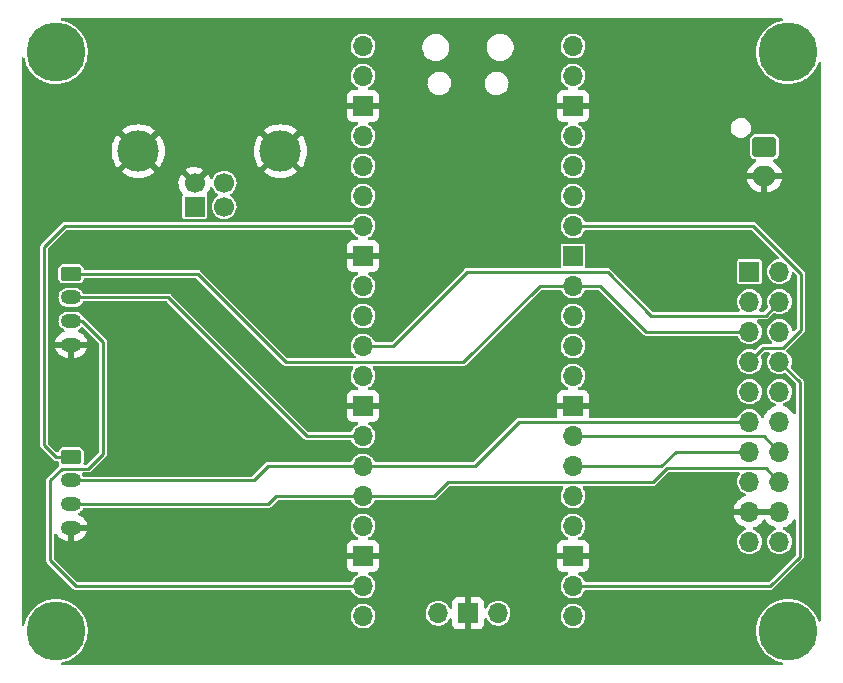
<source format=gbr>
G04 #@! TF.GenerationSoftware,KiCad,Pcbnew,(6.0.0)*
G04 #@! TF.CreationDate,2022-10-09T22:15:00+02:00*
G04 #@! TF.ProjectId,smol-jvs,736d6f6c-2d6a-4767-932e-6b696361645f,rev?*
G04 #@! TF.SameCoordinates,Original*
G04 #@! TF.FileFunction,Copper,L2,Bot*
G04 #@! TF.FilePolarity,Positive*
%FSLAX46Y46*%
G04 Gerber Fmt 4.6, Leading zero omitted, Abs format (unit mm)*
G04 Created by KiCad (PCBNEW (6.0.0)) date 2022-10-09 22:15:00*
%MOMM*%
%LPD*%
G01*
G04 APERTURE LIST*
G04 Aperture macros list*
%AMRoundRect*
0 Rectangle with rounded corners*
0 $1 Rounding radius*
0 $2 $3 $4 $5 $6 $7 $8 $9 X,Y pos of 4 corners*
0 Add a 4 corners polygon primitive as box body*
4,1,4,$2,$3,$4,$5,$6,$7,$8,$9,$2,$3,0*
0 Add four circle primitives for the rounded corners*
1,1,$1+$1,$2,$3*
1,1,$1+$1,$4,$5*
1,1,$1+$1,$6,$7*
1,1,$1+$1,$8,$9*
0 Add four rect primitives between the rounded corners*
20,1,$1+$1,$2,$3,$4,$5,0*
20,1,$1+$1,$4,$5,$6,$7,0*
20,1,$1+$1,$6,$7,$8,$9,0*
20,1,$1+$1,$8,$9,$2,$3,0*%
G04 Aperture macros list end*
G04 #@! TA.AperFunction,ComponentPad*
%ADD10R,1.700000X1.700000*%
G04 #@! TD*
G04 #@! TA.AperFunction,ComponentPad*
%ADD11C,1.700000*%
G04 #@! TD*
G04 #@! TA.AperFunction,ComponentPad*
%ADD12C,3.500000*%
G04 #@! TD*
G04 #@! TA.AperFunction,ComponentPad*
%ADD13O,1.700000X1.700000*%
G04 #@! TD*
G04 #@! TA.AperFunction,ComponentPad*
%ADD14RoundRect,0.250000X-0.750000X0.600000X-0.750000X-0.600000X0.750000X-0.600000X0.750000X0.600000X0*%
G04 #@! TD*
G04 #@! TA.AperFunction,ComponentPad*
%ADD15O,2.000000X1.700000*%
G04 #@! TD*
G04 #@! TA.AperFunction,ComponentPad*
%ADD16C,5.000000*%
G04 #@! TD*
G04 #@! TA.AperFunction,ComponentPad*
%ADD17RoundRect,0.250000X-0.625000X0.350000X-0.625000X-0.350000X0.625000X-0.350000X0.625000X0.350000X0*%
G04 #@! TD*
G04 #@! TA.AperFunction,ComponentPad*
%ADD18O,1.750000X1.200000*%
G04 #@! TD*
G04 #@! TA.AperFunction,Conductor*
%ADD19C,0.250000*%
G04 #@! TD*
G04 APERTURE END LIST*
D10*
G04 #@! TO.P,J1,1,VBUS*
G04 #@! TO.N,/jvs_sense*
X186750000Y-60077500D03*
D11*
G04 #@! TO.P,J1,2,D-*
G04 #@! TO.N,Net-(J1-Pad2)*
X189250000Y-60077500D03*
G04 #@! TO.P,J1,3,D+*
G04 #@! TO.N,Net-(J1-Pad3)*
X189250000Y-58077500D03*
G04 #@! TO.P,J1,4,GND*
G04 #@! TO.N,GND*
X186750000Y-58077500D03*
D12*
G04 #@! TO.P,J1,5,Shield*
X181980000Y-55367500D03*
X194020000Y-55367500D03*
G04 #@! TD*
D13*
G04 #@! TO.P,U2,1,GPIO0*
G04 #@! TO.N,/jvs_tx*
X201010000Y-46470000D03*
G04 #@! TO.P,U2,2,GPIO1*
G04 #@! TO.N,/jvs_rx*
X201010000Y-49010000D03*
D10*
G04 #@! TO.P,U2,3,GND*
G04 #@! TO.N,GND*
X201010000Y-51550000D03*
D13*
G04 #@! TO.P,U2,4,GPIO2*
G04 #@! TO.N,/jvs_re*
X201010000Y-54090000D03*
G04 #@! TO.P,U2,5,GPIO3*
G04 #@! TO.N,/jvs_de*
X201010000Y-56630000D03*
G04 #@! TO.P,U2,6,GPIO4*
G04 #@! TO.N,unconnected-(U2-Pad6)*
X201010000Y-59170000D03*
G04 #@! TO.P,U2,7,GPIO5*
G04 #@! TO.N,/dip1*
X201010000Y-61710000D03*
D10*
G04 #@! TO.P,U2,8,GND*
G04 #@! TO.N,GND*
X201010000Y-64250000D03*
D13*
G04 #@! TO.P,U2,9,GPIO6*
G04 #@! TO.N,/b_up*
X201010000Y-66790000D03*
G04 #@! TO.P,U2,10,GPIO7*
G04 #@! TO.N,/b_down*
X201010000Y-69330000D03*
G04 #@! TO.P,U2,11,GPIO8*
G04 #@! TO.N,/b_left*
X201010000Y-71870000D03*
G04 #@! TO.P,U2,12,GPIO9*
G04 #@! TO.N,/b_right*
X201010000Y-74410000D03*
D10*
G04 #@! TO.P,U2,13,GND*
G04 #@! TO.N,GND*
X201010000Y-76950000D03*
D13*
G04 #@! TO.P,U2,14,GPIO10*
G04 #@! TO.N,/b_test*
X201010000Y-79490000D03*
G04 #@! TO.P,U2,15,GPIO11*
G04 #@! TO.N,/dip2*
X201010000Y-82030000D03*
G04 #@! TO.P,U2,16,GPIO12*
G04 #@! TO.N,/dip3*
X201010000Y-84570000D03*
G04 #@! TO.P,U2,17,GPIO13*
G04 #@! TO.N,/sense_0v*
X201010000Y-87110000D03*
D10*
G04 #@! TO.P,U2,18,GND*
G04 #@! TO.N,GND*
X201010000Y-89650000D03*
D13*
G04 #@! TO.P,U2,19,GPIO14*
G04 #@! TO.N,/b_service*
X201010000Y-92190000D03*
G04 #@! TO.P,U2,20,GPIO15*
G04 #@! TO.N,/dip3*
X201010000Y-94730000D03*
G04 #@! TO.P,U2,21,GPIO16*
G04 #@! TO.N,unconnected-(U2-Pad21)*
X218790000Y-94730000D03*
G04 #@! TO.P,U2,22,GPIO17*
G04 #@! TO.N,/b_1*
X218790000Y-92190000D03*
D10*
G04 #@! TO.P,U2,23,GND*
G04 #@! TO.N,GND*
X218790000Y-89650000D03*
D13*
G04 #@! TO.P,U2,24,GPIO18*
G04 #@! TO.N,/b_2*
X218790000Y-87110000D03*
G04 #@! TO.P,U2,25,GPIO19*
G04 #@! TO.N,/b_3*
X218790000Y-84570000D03*
G04 #@! TO.P,U2,26,GPIO20*
G04 #@! TO.N,/b_4*
X218790000Y-82030000D03*
G04 #@! TO.P,U2,27,GPIO21*
G04 #@! TO.N,/b_5*
X218790000Y-79490000D03*
D10*
G04 #@! TO.P,U2,28,GND*
G04 #@! TO.N,GND*
X218790000Y-76950000D03*
D13*
G04 #@! TO.P,U2,29,GPIO22*
G04 #@! TO.N,/b_6*
X218790000Y-74410000D03*
G04 #@! TO.P,U2,30,RUN*
G04 #@! TO.N,unconnected-(U2-Pad30)*
X218790000Y-71870000D03*
G04 #@! TO.P,U2,31,GPIO26_ADC0*
G04 #@! TO.N,unconnected-(U2-Pad31)*
X218790000Y-69330000D03*
G04 #@! TO.P,U2,32,GPIO27_ADC1*
G04 #@! TO.N,/b_coin*
X218790000Y-66790000D03*
D10*
G04 #@! TO.P,U2,33,AGND*
G04 #@! TO.N,unconnected-(U2-Pad33)*
X218790000Y-64250000D03*
D13*
G04 #@! TO.P,U2,34,GPIO28_ADC2*
G04 #@! TO.N,/b_start*
X218790000Y-61710000D03*
G04 #@! TO.P,U2,35,ADC_VREF*
G04 #@! TO.N,unconnected-(U2-Pad35)*
X218790000Y-59170000D03*
G04 #@! TO.P,U2,36,3V3*
G04 #@! TO.N,+3V3*
X218790000Y-56630000D03*
G04 #@! TO.P,U2,37,3V3_EN*
G04 #@! TO.N,unconnected-(U2-Pad37)*
X218790000Y-54090000D03*
D10*
G04 #@! TO.P,U2,38,GND*
G04 #@! TO.N,GND*
X218790000Y-51550000D03*
D13*
G04 #@! TO.P,U2,39,VSYS*
G04 #@! TO.N,+5V*
X218790000Y-49010000D03*
G04 #@! TO.P,U2,40,VBUS*
G04 #@! TO.N,unconnected-(U2-Pad40)*
X218790000Y-46470000D03*
G04 #@! TO.P,U2,41,SWCLK*
G04 #@! TO.N,unconnected-(U2-Pad41)*
X207360000Y-94500000D03*
D10*
G04 #@! TO.P,U2,42,GND*
G04 #@! TO.N,GND*
X209900000Y-94500000D03*
D13*
G04 #@! TO.P,U2,43,SWDIO*
G04 #@! TO.N,unconnected-(U2-Pad43)*
X212440000Y-94500000D03*
G04 #@! TD*
D14*
G04 #@! TO.P,J5,1,Pin_1*
G04 #@! TO.N,+5V*
X235000000Y-55000000D03*
D15*
G04 #@! TO.P,J5,2,Pin_2*
G04 #@! TO.N,GND*
X235000000Y-57500000D03*
G04 #@! TD*
D10*
G04 #@! TO.P,J6,1,Pin_1*
G04 #@! TO.N,/b_up*
X233725000Y-65575000D03*
D13*
G04 #@! TO.P,J6,2,Pin_2*
G04 #@! TO.N,/b_down*
X236265000Y-65575000D03*
G04 #@! TO.P,J6,3,Pin_3*
G04 #@! TO.N,/b_right*
X233725000Y-68115000D03*
G04 #@! TO.P,J6,4,Pin_4*
G04 #@! TO.N,/b_left*
X236265000Y-68115000D03*
G04 #@! TO.P,J6,5,Pin_5*
G04 #@! TO.N,/b_coin*
X233725000Y-70655000D03*
G04 #@! TO.P,J6,6,Pin_6*
G04 #@! TO.N,/b_test*
X236265000Y-70655000D03*
G04 #@! TO.P,J6,7,Pin_7*
G04 #@! TO.N,/b_start*
X233725000Y-73195000D03*
G04 #@! TO.P,J6,8,Pin_8*
G04 #@! TO.N,/b_1*
X236265000Y-73195000D03*
G04 #@! TO.P,J6,9,Pin_9*
G04 #@! TO.N,/b_2*
X233725000Y-75735000D03*
G04 #@! TO.P,J6,10,Pin_10*
G04 #@! TO.N,/b_3*
X236265000Y-75735000D03*
G04 #@! TO.P,J6,11,Pin_11*
G04 #@! TO.N,/dip2*
X233725000Y-78275000D03*
G04 #@! TO.P,J6,12,Pin_12*
G04 #@! TO.N,GND*
X236265000Y-78275000D03*
G04 #@! TO.P,J6,13,Pin_13*
G04 #@! TO.N,/b_4*
X233725000Y-80815000D03*
G04 #@! TO.P,J6,14,Pin_14*
G04 #@! TO.N,/b_5*
X236265000Y-80815000D03*
G04 #@! TO.P,J6,15,Pin_15*
G04 #@! TO.N,/b_6*
X233725000Y-83355000D03*
G04 #@! TO.P,J6,16,Pin_16*
G04 #@! TO.N,/dip3*
X236265000Y-83355000D03*
G04 #@! TO.P,J6,17,Pin_17*
G04 #@! TO.N,GND*
X233725000Y-85895000D03*
G04 #@! TO.P,J6,18,Pin_18*
X236265000Y-85895000D03*
G04 #@! TO.P,J6,19,Pin_19*
G04 #@! TO.N,+3V3*
X233725000Y-88435000D03*
G04 #@! TO.P,J6,20,Pin_20*
X236265000Y-88435000D03*
G04 #@! TD*
D16*
G04 #@! TO.P,H4,1,1*
G04 #@! TO.N,unconnected-(H4-Pad1)*
X237000000Y-96000000D03*
G04 #@! TD*
D17*
G04 #@! TO.P,J3,1,Pin_1*
G04 #@! TO.N,/dip1*
X176300000Y-81250000D03*
D18*
G04 #@! TO.P,J3,2,Pin_2*
G04 #@! TO.N,/dip2*
X176300000Y-83250000D03*
G04 #@! TO.P,J3,3,Pin_3*
G04 #@! TO.N,/dip3*
X176300000Y-85250000D03*
G04 #@! TO.P,J3,4,Pin_4*
G04 #@! TO.N,GND*
X176300000Y-87250000D03*
G04 #@! TD*
D16*
G04 #@! TO.P,H3,1,1*
G04 #@! TO.N,unconnected-(H3-Pad1)*
X175000000Y-96000000D03*
G04 #@! TD*
D17*
G04 #@! TO.P,J2,1,Pin_1*
G04 #@! TO.N,/b_coin*
X176300000Y-65750000D03*
D18*
G04 #@! TO.P,J2,2,Pin_2*
G04 #@! TO.N,/b_test*
X176300000Y-67750000D03*
G04 #@! TO.P,J2,3,Pin_3*
G04 #@! TO.N,/b_service*
X176300000Y-69750000D03*
G04 #@! TO.P,J2,4,Pin_4*
G04 #@! TO.N,GND*
X176300000Y-71750000D03*
G04 #@! TD*
D16*
G04 #@! TO.P,H2,1,1*
G04 #@! TO.N,unconnected-(H2-Pad1)*
X237000000Y-47000000D03*
G04 #@! TD*
G04 #@! TO.P,H1,1,1*
G04 #@! TO.N,unconnected-(H1-Pad1)*
X175000000Y-47000000D03*
G04 #@! TD*
D19*
G04 #@! TO.N,/b_left*
X221715489Y-65615489D02*
X209784511Y-65615489D01*
X203530000Y-71870000D02*
X201010000Y-71870000D01*
X225389511Y-69289511D02*
X221715489Y-65615489D01*
X209784511Y-65615489D02*
X203530000Y-71870000D01*
X236265000Y-68115000D02*
X235090489Y-69289511D01*
X235090489Y-69289511D02*
X225389511Y-69289511D01*
G04 #@! TO.N,/b_coin*
X197250000Y-73250000D02*
X194500000Y-73250000D01*
X187000000Y-65750000D02*
X176300000Y-65750000D01*
X197264511Y-73235489D02*
X197250000Y-73250000D01*
X224955000Y-70655000D02*
X221090000Y-66790000D01*
X194500000Y-73250000D02*
X187000000Y-65750000D01*
X233725000Y-70655000D02*
X224955000Y-70655000D01*
X209514511Y-73235489D02*
X197264511Y-73235489D01*
X218790000Y-66790000D02*
X215960000Y-66790000D01*
X221090000Y-66790000D02*
X218790000Y-66790000D01*
X215960000Y-66790000D02*
X209514511Y-73235489D01*
G04 #@! TO.N,/b_test*
X184500000Y-67750000D02*
X196240000Y-79490000D01*
X196240000Y-79490000D02*
X201010000Y-79490000D01*
X176300000Y-67750000D02*
X184500000Y-67750000D01*
G04 #@! TO.N,/b_start*
X238100000Y-65748990D02*
X234061010Y-61710000D01*
X233725000Y-73195000D02*
X234899511Y-72020489D01*
X238100000Y-70481010D02*
X238100000Y-65748990D01*
X234899511Y-72020489D02*
X236560521Y-72020489D01*
X234061010Y-61710000D02*
X218790000Y-61710000D01*
X236560521Y-72020489D02*
X238100000Y-70481010D01*
G04 #@! TO.N,/b_1*
X238000000Y-74930000D02*
X238000000Y-89700000D01*
X235510000Y-92190000D02*
X218790000Y-92190000D01*
X236265000Y-73195000D02*
X238000000Y-74930000D01*
X238000000Y-89700000D02*
X235510000Y-92190000D01*
G04 #@! TO.N,/b_4*
X227485000Y-80815000D02*
X226270000Y-82030000D01*
X233725000Y-80815000D02*
X227485000Y-80815000D01*
X226270000Y-82030000D02*
X218790000Y-82030000D01*
G04 #@! TO.N,/b_5*
X234940000Y-79490000D02*
X236265000Y-80815000D01*
X218790000Y-79490000D02*
X234940000Y-79490000D01*
G04 #@! TO.N,/b_service*
X175500000Y-82250000D02*
X174500000Y-83250000D01*
X179000000Y-81000000D02*
X177750000Y-82250000D01*
X174500000Y-90000000D02*
X176690000Y-92190000D01*
X176690000Y-92190000D02*
X201010000Y-92190000D01*
X174500000Y-83250000D02*
X174500000Y-90000000D01*
X179000000Y-71500000D02*
X179000000Y-81000000D01*
X176300000Y-69750000D02*
X177250000Y-69750000D01*
X177750000Y-82250000D02*
X175500000Y-82250000D01*
X177250000Y-69750000D02*
X179000000Y-71500000D01*
G04 #@! TO.N,/dip1*
X201010000Y-61710000D02*
X175790000Y-61710000D01*
X174000000Y-80250000D02*
X175000000Y-81250000D01*
X175790000Y-61710000D02*
X174000000Y-63500000D01*
X175000000Y-81250000D02*
X176300000Y-81250000D01*
X174000000Y-63500000D02*
X174000000Y-80250000D01*
G04 #@! TO.N,/dip2*
X210470000Y-82030000D02*
X201010000Y-82030000D01*
X233725000Y-78275000D02*
X214225000Y-78275000D01*
X192970000Y-82030000D02*
X201010000Y-82030000D01*
X176300000Y-83250000D02*
X191750000Y-83250000D01*
X191750000Y-83250000D02*
X192970000Y-82030000D01*
X214225000Y-78275000D02*
X210470000Y-82030000D01*
G04 #@! TO.N,/dip3*
X208204511Y-83395489D02*
X207030000Y-84570000D01*
X225540229Y-83395489D02*
X208204511Y-83395489D01*
X193680000Y-84570000D02*
X201010000Y-84570000D01*
X226755229Y-82180489D02*
X225540229Y-83395489D01*
X235090489Y-82180489D02*
X226755229Y-82180489D01*
X207030000Y-84570000D02*
X201010000Y-84570000D01*
X236265000Y-83355000D02*
X235090489Y-82180489D01*
X193000000Y-85250000D02*
X193680000Y-84570000D01*
X176300000Y-85250000D02*
X193000000Y-85250000D01*
G04 #@! TD*
G04 #@! TA.AperFunction,Conductor*
G04 #@! TO.N,GND*
G36*
X236523170Y-44120002D02*
G01*
X236569663Y-44173658D01*
X236579767Y-44243932D01*
X236550273Y-44308512D01*
X236490547Y-44346896D01*
X236477037Y-44350067D01*
X236368429Y-44369315D01*
X236364804Y-44370420D01*
X236364799Y-44370421D01*
X236163196Y-44431866D01*
X236056961Y-44464244D01*
X236053497Y-44465775D01*
X236053490Y-44465778D01*
X235869938Y-44546926D01*
X235759153Y-44595903D01*
X235755899Y-44597839D01*
X235755893Y-44597842D01*
X235733780Y-44610998D01*
X235479319Y-44762386D01*
X235221513Y-44961282D01*
X235218812Y-44963941D01*
X235218805Y-44963947D01*
X234992177Y-45187044D01*
X234989469Y-45189710D01*
X234987105Y-45192677D01*
X234987102Y-45192680D01*
X234794124Y-45434853D01*
X234786548Y-45444360D01*
X234615690Y-45721544D01*
X234479369Y-46017247D01*
X234478210Y-46020848D01*
X234478207Y-46020854D01*
X234395559Y-46277503D01*
X234379560Y-46327185D01*
X234378841Y-46330901D01*
X234378839Y-46330909D01*
X234318428Y-46643151D01*
X234318427Y-46643160D01*
X234317709Y-46646870D01*
X234317442Y-46650646D01*
X234317441Y-46650651D01*
X234297413Y-46933524D01*
X234294712Y-46971669D01*
X234310902Y-47296879D01*
X234311543Y-47300610D01*
X234311544Y-47300618D01*
X234360878Y-47587719D01*
X234366045Y-47617789D01*
X234367133Y-47621428D01*
X234367134Y-47621431D01*
X234405655Y-47750234D01*
X234459341Y-47929749D01*
X234460854Y-47933220D01*
X234460856Y-47933226D01*
X234492356Y-48005498D01*
X234589439Y-48228242D01*
X234591362Y-48231514D01*
X234591364Y-48231517D01*
X234611753Y-48266200D01*
X234754455Y-48508944D01*
X234756756Y-48511959D01*
X234949698Y-48764775D01*
X234949703Y-48764781D01*
X234951998Y-48767788D01*
X235179208Y-49001025D01*
X235432792Y-49205276D01*
X235561644Y-49285635D01*
X235703184Y-49373907D01*
X235709078Y-49377583D01*
X236004063Y-49515451D01*
X236007672Y-49516634D01*
X236301983Y-49613114D01*
X236313474Y-49616881D01*
X236632830Y-49680405D01*
X236636602Y-49680692D01*
X236636610Y-49680693D01*
X236953728Y-49704815D01*
X236953733Y-49704815D01*
X236957505Y-49705102D01*
X237282795Y-49690615D01*
X237603989Y-49637154D01*
X237916434Y-49545493D01*
X238215604Y-49416959D01*
X238218882Y-49415055D01*
X238218888Y-49415052D01*
X238452334Y-49279455D01*
X238497165Y-49253415D01*
X238757040Y-49057230D01*
X238886609Y-48932325D01*
X238988730Y-48833881D01*
X238988733Y-48833877D01*
X238991464Y-48831245D01*
X239010096Y-48808359D01*
X239194643Y-48581678D01*
X239194647Y-48581672D01*
X239197040Y-48578733D01*
X239370792Y-48303354D01*
X239498338Y-48034137D01*
X239508577Y-48012525D01*
X239510202Y-48009095D01*
X239554476Y-47876389D01*
X239595009Y-47818100D01*
X239660621Y-47790977D01*
X239730480Y-47803633D01*
X239782408Y-47852048D01*
X239800000Y-47916265D01*
X239800000Y-95080030D01*
X239779998Y-95148151D01*
X239726342Y-95194644D01*
X239656068Y-95204748D01*
X239591488Y-95175254D01*
X239553668Y-95117394D01*
X239531911Y-95047327D01*
X239530784Y-95043696D01*
X239397567Y-94746582D01*
X239229621Y-94467624D01*
X239227294Y-94464640D01*
X239227289Y-94464633D01*
X239031713Y-94213858D01*
X239031711Y-94213856D01*
X239029377Y-94210863D01*
X238799738Y-93980018D01*
X238709696Y-93909034D01*
X238547010Y-93780783D01*
X238544029Y-93778433D01*
X238265954Y-93609029D01*
X238130954Y-93547648D01*
X237972994Y-93475827D01*
X237972986Y-93475824D01*
X237969542Y-93474258D01*
X237659085Y-93376073D01*
X237517071Y-93349368D01*
X237342805Y-93316597D01*
X237342800Y-93316596D01*
X237339081Y-93315897D01*
X237014166Y-93294601D01*
X237010386Y-93294809D01*
X237010385Y-93294809D01*
X236913156Y-93300160D01*
X236689045Y-93312494D01*
X236685318Y-93313155D01*
X236685314Y-93313155D01*
X236426625Y-93359001D01*
X236368429Y-93369315D01*
X236364804Y-93370420D01*
X236364799Y-93370421D01*
X236279722Y-93396351D01*
X236056961Y-93464244D01*
X236053497Y-93465775D01*
X236053490Y-93465778D01*
X235869938Y-93546926D01*
X235759153Y-93595903D01*
X235755899Y-93597839D01*
X235755893Y-93597842D01*
X235496321Y-93752271D01*
X235479319Y-93762386D01*
X235221513Y-93961282D01*
X235218812Y-93963941D01*
X235218805Y-93963947D01*
X235040948Y-94139033D01*
X234989469Y-94189710D01*
X234987105Y-94192677D01*
X234987102Y-94192680D01*
X234890298Y-94314162D01*
X234786548Y-94444360D01*
X234615690Y-94721544D01*
X234479369Y-95017247D01*
X234478210Y-95020848D01*
X234478207Y-95020854D01*
X234387729Y-95301818D01*
X234379560Y-95327185D01*
X234378841Y-95330901D01*
X234378839Y-95330909D01*
X234318428Y-95643151D01*
X234318427Y-95643160D01*
X234317709Y-95646870D01*
X234317442Y-95650646D01*
X234317441Y-95650651D01*
X234302786Y-95857629D01*
X234294712Y-95971669D01*
X234310902Y-96296879D01*
X234311543Y-96300610D01*
X234311544Y-96300618D01*
X234353847Y-96546799D01*
X234366045Y-96617789D01*
X234367133Y-96621428D01*
X234367134Y-96621431D01*
X234390697Y-96700218D01*
X234459341Y-96929749D01*
X234589439Y-97228242D01*
X234754455Y-97508944D01*
X234756756Y-97511959D01*
X234949698Y-97764775D01*
X234949703Y-97764781D01*
X234951998Y-97767788D01*
X235179208Y-98001025D01*
X235432792Y-98205276D01*
X235709078Y-98377583D01*
X236004063Y-98515451D01*
X236313474Y-98616881D01*
X236478517Y-98649710D01*
X236482091Y-98650421D01*
X236545001Y-98683328D01*
X236580133Y-98745023D01*
X236576333Y-98815918D01*
X236534807Y-98873504D01*
X236468741Y-98899499D01*
X236457510Y-98900000D01*
X175549239Y-98900000D01*
X175481118Y-98879998D01*
X175434625Y-98826342D01*
X175424521Y-98756068D01*
X175454015Y-98691488D01*
X175513741Y-98653104D01*
X175528552Y-98649710D01*
X175603989Y-98637154D01*
X175916434Y-98545493D01*
X176215604Y-98416959D01*
X176218882Y-98415055D01*
X176218888Y-98415052D01*
X176382708Y-98319897D01*
X176497165Y-98253415D01*
X176757040Y-98057230D01*
X176991464Y-97831245D01*
X176993862Y-97828300D01*
X177194643Y-97581678D01*
X177194647Y-97581672D01*
X177197040Y-97578733D01*
X177370792Y-97303354D01*
X177510202Y-97009095D01*
X177613251Y-96700218D01*
X177678446Y-96381199D01*
X177704843Y-96056658D01*
X177705436Y-96000000D01*
X177696775Y-95856328D01*
X177686069Y-95678755D01*
X177686069Y-95678751D01*
X177685841Y-95674977D01*
X177681399Y-95650651D01*
X177629557Y-95366791D01*
X177627342Y-95354663D01*
X177530784Y-95043696D01*
X177397567Y-94746582D01*
X177378711Y-94715262D01*
X199954520Y-94715262D01*
X199955036Y-94721406D01*
X199970418Y-94904578D01*
X199971759Y-94920553D01*
X199973458Y-94926478D01*
X200015134Y-95071818D01*
X200028544Y-95118586D01*
X200031359Y-95124063D01*
X200031360Y-95124066D01*
X200052247Y-95164707D01*
X200122712Y-95301818D01*
X200250677Y-95463270D01*
X200407564Y-95596791D01*
X200587398Y-95697297D01*
X200682238Y-95728113D01*
X200777471Y-95759056D01*
X200777475Y-95759057D01*
X200783329Y-95760959D01*
X200987894Y-95785351D01*
X200994029Y-95784879D01*
X200994031Y-95784879D01*
X201050039Y-95780569D01*
X201193300Y-95769546D01*
X201199230Y-95767890D01*
X201199232Y-95767890D01*
X201385797Y-95715800D01*
X201385796Y-95715800D01*
X201391725Y-95714145D01*
X201397214Y-95711372D01*
X201397220Y-95711370D01*
X201570116Y-95624033D01*
X201575610Y-95621258D01*
X201618110Y-95588054D01*
X201733101Y-95498213D01*
X201737951Y-95494424D01*
X201761100Y-95467606D01*
X201868540Y-95343134D01*
X201868540Y-95343133D01*
X201872564Y-95338472D01*
X201876861Y-95330909D01*
X201932327Y-95233270D01*
X201974323Y-95159344D01*
X202039351Y-94963863D01*
X202065171Y-94759474D01*
X202065583Y-94730000D01*
X202045480Y-94524970D01*
X202033491Y-94485262D01*
X206304520Y-94485262D01*
X206321759Y-94690553D01*
X206323458Y-94696478D01*
X206342527Y-94762978D01*
X206378544Y-94888586D01*
X206381359Y-94894063D01*
X206381360Y-94894066D01*
X206442896Y-95013803D01*
X206472712Y-95071818D01*
X206600677Y-95233270D01*
X206605370Y-95237264D01*
X206605371Y-95237265D01*
X206743314Y-95354663D01*
X206757564Y-95366791D01*
X206937398Y-95467297D01*
X207020886Y-95494424D01*
X207127471Y-95529056D01*
X207127475Y-95529057D01*
X207133329Y-95530959D01*
X207337894Y-95555351D01*
X207344029Y-95554879D01*
X207344031Y-95554879D01*
X207400039Y-95550569D01*
X207543300Y-95539546D01*
X207549230Y-95537890D01*
X207549232Y-95537890D01*
X207691339Y-95498213D01*
X207741725Y-95484145D01*
X207747214Y-95481372D01*
X207747220Y-95481370D01*
X207920116Y-95394033D01*
X207925610Y-95391258D01*
X207967662Y-95358404D01*
X208033909Y-95306646D01*
X208087951Y-95264424D01*
X208139462Y-95204748D01*
X208218540Y-95113134D01*
X208218540Y-95113133D01*
X208222564Y-95108472D01*
X208238722Y-95080030D01*
X208306445Y-94960815D01*
X208357484Y-94911464D01*
X208427102Y-94897542D01*
X208493196Y-94923468D01*
X208534781Y-94981011D01*
X208542001Y-95023052D01*
X208542001Y-95394669D01*
X208542371Y-95401490D01*
X208547895Y-95452352D01*
X208551521Y-95467604D01*
X208596676Y-95588054D01*
X208605214Y-95603649D01*
X208681715Y-95705724D01*
X208694276Y-95718285D01*
X208796351Y-95794786D01*
X208811946Y-95803324D01*
X208932394Y-95848478D01*
X208947649Y-95852105D01*
X208998514Y-95857631D01*
X209005328Y-95858000D01*
X209627885Y-95858000D01*
X209643124Y-95853525D01*
X209644329Y-95852135D01*
X209646000Y-95844452D01*
X209646000Y-95839884D01*
X210154000Y-95839884D01*
X210158475Y-95855123D01*
X210159865Y-95856328D01*
X210167548Y-95857999D01*
X210794669Y-95857999D01*
X210801490Y-95857629D01*
X210852352Y-95852105D01*
X210867604Y-95848479D01*
X210988054Y-95803324D01*
X211003649Y-95794786D01*
X211105724Y-95718285D01*
X211118285Y-95705724D01*
X211194786Y-95603649D01*
X211203324Y-95588054D01*
X211248478Y-95467606D01*
X211252105Y-95452351D01*
X211257631Y-95401486D01*
X211258000Y-95394672D01*
X211258000Y-95019192D01*
X211278002Y-94951071D01*
X211331658Y-94904578D01*
X211401932Y-94894474D01*
X211466512Y-94923968D01*
X211496067Y-94961598D01*
X211552712Y-95071818D01*
X211680677Y-95233270D01*
X211685370Y-95237264D01*
X211685371Y-95237265D01*
X211823314Y-95354663D01*
X211837564Y-95366791D01*
X212017398Y-95467297D01*
X212100886Y-95494424D01*
X212207471Y-95529056D01*
X212207475Y-95529057D01*
X212213329Y-95530959D01*
X212417894Y-95555351D01*
X212424029Y-95554879D01*
X212424031Y-95554879D01*
X212480039Y-95550569D01*
X212623300Y-95539546D01*
X212629230Y-95537890D01*
X212629232Y-95537890D01*
X212771339Y-95498213D01*
X212821725Y-95484145D01*
X212827214Y-95481372D01*
X212827220Y-95481370D01*
X213000116Y-95394033D01*
X213005610Y-95391258D01*
X213047662Y-95358404D01*
X213113909Y-95306646D01*
X213167951Y-95264424D01*
X213219462Y-95204748D01*
X213298540Y-95113134D01*
X213298540Y-95113133D01*
X213302564Y-95108472D01*
X213323387Y-95071818D01*
X213354387Y-95017247D01*
X213404323Y-94929344D01*
X213469351Y-94733863D01*
X213471701Y-94715262D01*
X217734520Y-94715262D01*
X217735036Y-94721406D01*
X217750418Y-94904578D01*
X217751759Y-94920553D01*
X217753458Y-94926478D01*
X217795134Y-95071818D01*
X217808544Y-95118586D01*
X217811359Y-95124063D01*
X217811360Y-95124066D01*
X217832247Y-95164707D01*
X217902712Y-95301818D01*
X218030677Y-95463270D01*
X218187564Y-95596791D01*
X218367398Y-95697297D01*
X218462238Y-95728113D01*
X218557471Y-95759056D01*
X218557475Y-95759057D01*
X218563329Y-95760959D01*
X218767894Y-95785351D01*
X218774029Y-95784879D01*
X218774031Y-95784879D01*
X218830039Y-95780569D01*
X218973300Y-95769546D01*
X218979230Y-95767890D01*
X218979232Y-95767890D01*
X219165797Y-95715800D01*
X219165796Y-95715800D01*
X219171725Y-95714145D01*
X219177214Y-95711372D01*
X219177220Y-95711370D01*
X219350116Y-95624033D01*
X219355610Y-95621258D01*
X219398110Y-95588054D01*
X219513101Y-95498213D01*
X219517951Y-95494424D01*
X219541100Y-95467606D01*
X219648540Y-95343134D01*
X219648540Y-95343133D01*
X219652564Y-95338472D01*
X219656861Y-95330909D01*
X219712327Y-95233270D01*
X219754323Y-95159344D01*
X219819351Y-94963863D01*
X219845171Y-94759474D01*
X219845583Y-94730000D01*
X219825480Y-94524970D01*
X219765935Y-94327749D01*
X219669218Y-94145849D01*
X219582151Y-94039095D01*
X219542906Y-93990975D01*
X219542903Y-93990972D01*
X219539011Y-93986200D01*
X219532173Y-93980543D01*
X219385025Y-93858811D01*
X219385021Y-93858809D01*
X219380275Y-93854882D01*
X219199055Y-93756897D01*
X219002254Y-93695977D01*
X218996129Y-93695333D01*
X218996128Y-93695333D01*
X218803498Y-93675087D01*
X218803496Y-93675087D01*
X218797369Y-93674443D01*
X218710529Y-93682346D01*
X218598342Y-93692555D01*
X218598339Y-93692556D01*
X218592203Y-93693114D01*
X218394572Y-93751280D01*
X218212002Y-93846726D01*
X218207201Y-93850586D01*
X218207198Y-93850588D01*
X218072410Y-93958960D01*
X218051447Y-93975815D01*
X217919024Y-94133630D01*
X217916056Y-94139028D01*
X217916053Y-94139033D01*
X217830327Y-94294970D01*
X217819776Y-94314162D01*
X217757484Y-94510532D01*
X217756798Y-94516649D01*
X217756797Y-94516653D01*
X217736627Y-94696478D01*
X217734520Y-94715262D01*
X213471701Y-94715262D01*
X213495171Y-94529474D01*
X213495583Y-94500000D01*
X213494741Y-94491406D01*
X213478694Y-94327749D01*
X213475480Y-94294970D01*
X213415935Y-94097749D01*
X213319218Y-93915849D01*
X213245859Y-93825902D01*
X213192906Y-93760975D01*
X213192903Y-93760972D01*
X213189011Y-93756200D01*
X213182173Y-93750543D01*
X213035025Y-93628811D01*
X213035021Y-93628809D01*
X213030275Y-93624882D01*
X212849055Y-93526897D01*
X212652254Y-93465977D01*
X212646129Y-93465333D01*
X212646128Y-93465333D01*
X212453498Y-93445087D01*
X212453496Y-93445087D01*
X212447369Y-93444443D01*
X212360529Y-93452346D01*
X212248342Y-93462555D01*
X212248339Y-93462556D01*
X212242203Y-93463114D01*
X212044572Y-93521280D01*
X211862002Y-93616726D01*
X211857201Y-93620586D01*
X211857198Y-93620588D01*
X211846971Y-93628811D01*
X211701447Y-93745815D01*
X211569024Y-93903630D01*
X211566054Y-93909033D01*
X211566053Y-93909034D01*
X211494414Y-94039345D01*
X211444068Y-94089404D01*
X211374651Y-94104297D01*
X211308202Y-94079296D01*
X211265818Y-94022339D01*
X211257999Y-93978644D01*
X211257999Y-93605331D01*
X211257629Y-93598510D01*
X211252105Y-93547648D01*
X211248479Y-93532396D01*
X211203324Y-93411946D01*
X211194786Y-93396351D01*
X211118285Y-93294276D01*
X211105724Y-93281715D01*
X211003649Y-93205214D01*
X210988054Y-93196676D01*
X210867606Y-93151522D01*
X210852351Y-93147895D01*
X210801486Y-93142369D01*
X210794672Y-93142000D01*
X210172115Y-93142000D01*
X210156876Y-93146475D01*
X210155671Y-93147865D01*
X210154000Y-93155548D01*
X210154000Y-95839884D01*
X209646000Y-95839884D01*
X209646000Y-93160116D01*
X209641525Y-93144877D01*
X209640135Y-93143672D01*
X209632452Y-93142001D01*
X209005331Y-93142001D01*
X208998510Y-93142371D01*
X208947648Y-93147895D01*
X208932396Y-93151521D01*
X208811946Y-93196676D01*
X208796351Y-93205214D01*
X208694276Y-93281715D01*
X208681715Y-93294276D01*
X208605214Y-93396351D01*
X208596676Y-93411946D01*
X208551522Y-93532394D01*
X208547895Y-93547649D01*
X208542369Y-93598514D01*
X208542000Y-93605328D01*
X208542000Y-93979942D01*
X208521998Y-94048063D01*
X208468342Y-94094556D01*
X208398068Y-94104660D01*
X208333488Y-94075166D01*
X208304748Y-94039095D01*
X208273297Y-93979942D01*
X208239218Y-93915849D01*
X208165859Y-93825902D01*
X208112906Y-93760975D01*
X208112903Y-93760972D01*
X208109011Y-93756200D01*
X208102173Y-93750543D01*
X207955025Y-93628811D01*
X207955021Y-93628809D01*
X207950275Y-93624882D01*
X207769055Y-93526897D01*
X207572254Y-93465977D01*
X207566129Y-93465333D01*
X207566128Y-93465333D01*
X207373498Y-93445087D01*
X207373496Y-93445087D01*
X207367369Y-93444443D01*
X207280529Y-93452346D01*
X207168342Y-93462555D01*
X207168339Y-93462556D01*
X207162203Y-93463114D01*
X206964572Y-93521280D01*
X206782002Y-93616726D01*
X206777201Y-93620586D01*
X206777198Y-93620588D01*
X206766971Y-93628811D01*
X206621447Y-93745815D01*
X206489024Y-93903630D01*
X206486056Y-93909028D01*
X206486053Y-93909033D01*
X206394722Y-94075166D01*
X206389776Y-94084162D01*
X206327484Y-94280532D01*
X206326798Y-94286649D01*
X206326797Y-94286653D01*
X206305207Y-94479137D01*
X206304520Y-94485262D01*
X202033491Y-94485262D01*
X201985935Y-94327749D01*
X201889218Y-94145849D01*
X201802151Y-94039095D01*
X201762906Y-93990975D01*
X201762903Y-93990972D01*
X201759011Y-93986200D01*
X201752173Y-93980543D01*
X201605025Y-93858811D01*
X201605021Y-93858809D01*
X201600275Y-93854882D01*
X201419055Y-93756897D01*
X201222254Y-93695977D01*
X201216129Y-93695333D01*
X201216128Y-93695333D01*
X201023498Y-93675087D01*
X201023496Y-93675087D01*
X201017369Y-93674443D01*
X200930529Y-93682346D01*
X200818342Y-93692555D01*
X200818339Y-93692556D01*
X200812203Y-93693114D01*
X200614572Y-93751280D01*
X200432002Y-93846726D01*
X200427201Y-93850586D01*
X200427198Y-93850588D01*
X200292410Y-93958960D01*
X200271447Y-93975815D01*
X200139024Y-94133630D01*
X200136056Y-94139028D01*
X200136053Y-94139033D01*
X200050327Y-94294970D01*
X200039776Y-94314162D01*
X199977484Y-94510532D01*
X199976798Y-94516649D01*
X199976797Y-94516653D01*
X199956627Y-94696478D01*
X199954520Y-94715262D01*
X177378711Y-94715262D01*
X177229621Y-94467624D01*
X177227294Y-94464640D01*
X177227289Y-94464633D01*
X177031713Y-94213858D01*
X177031711Y-94213856D01*
X177029377Y-94210863D01*
X176799738Y-93980018D01*
X176709696Y-93909034D01*
X176547010Y-93780783D01*
X176544029Y-93778433D01*
X176265954Y-93609029D01*
X176130954Y-93547648D01*
X175972994Y-93475827D01*
X175972986Y-93475824D01*
X175969542Y-93474258D01*
X175659085Y-93376073D01*
X175517071Y-93349368D01*
X175342805Y-93316597D01*
X175342800Y-93316596D01*
X175339081Y-93315897D01*
X175014166Y-93294601D01*
X175010386Y-93294809D01*
X175010385Y-93294809D01*
X174913156Y-93300160D01*
X174689045Y-93312494D01*
X174685318Y-93313155D01*
X174685314Y-93313155D01*
X174426625Y-93359001D01*
X174368429Y-93369315D01*
X174364804Y-93370420D01*
X174364799Y-93370421D01*
X174279722Y-93396351D01*
X174056961Y-93464244D01*
X174053497Y-93465775D01*
X174053490Y-93465778D01*
X173869938Y-93546926D01*
X173759153Y-93595903D01*
X173755899Y-93597839D01*
X173755893Y-93597842D01*
X173496321Y-93752271D01*
X173479319Y-93762386D01*
X173221513Y-93961282D01*
X173218812Y-93963941D01*
X173218805Y-93963947D01*
X173040948Y-94139033D01*
X172989469Y-94189710D01*
X172987105Y-94192677D01*
X172987102Y-94192680D01*
X172890298Y-94314162D01*
X172786548Y-94444360D01*
X172615690Y-94721544D01*
X172479369Y-95017247D01*
X172478210Y-95020848D01*
X172478207Y-95020854D01*
X172387729Y-95301818D01*
X172379560Y-95327185D01*
X172378841Y-95330901D01*
X172378839Y-95330909D01*
X172349706Y-95481489D01*
X172317128Y-95544570D01*
X172255618Y-95580024D01*
X172184704Y-95576596D01*
X172126902Y-95535372D01*
X172100562Y-95469442D01*
X172100000Y-95457555D01*
X172100000Y-80278807D01*
X173670736Y-80278807D01*
X173673590Y-80289456D01*
X173680491Y-80315210D01*
X173682870Y-80325942D01*
X173689412Y-80363045D01*
X173694923Y-80372590D01*
X173696115Y-80375866D01*
X173697592Y-80379034D01*
X173700446Y-80389684D01*
X173706770Y-80398715D01*
X173722055Y-80420544D01*
X173727961Y-80429815D01*
X173739488Y-80449779D01*
X173746806Y-80462455D01*
X173762710Y-80475800D01*
X173775682Y-80486685D01*
X173783785Y-80494111D01*
X174755889Y-81466215D01*
X174763316Y-81474319D01*
X174787545Y-81503194D01*
X174797094Y-81508707D01*
X174820185Y-81522039D01*
X174829456Y-81527945D01*
X174860316Y-81549554D01*
X174870966Y-81552408D01*
X174874134Y-81553885D01*
X174877410Y-81555077D01*
X174886955Y-81560588D01*
X174920699Y-81566538D01*
X174924058Y-81567130D01*
X174934785Y-81569508D01*
X174971193Y-81579264D01*
X174982169Y-81578304D01*
X174982172Y-81578304D01*
X175008743Y-81575979D01*
X175019724Y-81575500D01*
X175102978Y-81575500D01*
X175171099Y-81595502D01*
X175217592Y-81649158D01*
X175226051Y-81674500D01*
X175226758Y-81677722D01*
X175227481Y-81685369D01*
X175230023Y-81692608D01*
X175230024Y-81692612D01*
X175250899Y-81752055D01*
X175272366Y-81813184D01*
X175277959Y-81820756D01*
X175292686Y-81840695D01*
X175317068Y-81907374D01*
X175301531Y-81976649D01*
X175285987Y-81995499D01*
X175287545Y-81996806D01*
X175263315Y-82025682D01*
X175255889Y-82033785D01*
X174283785Y-83005889D01*
X174275681Y-83013316D01*
X174246806Y-83037545D01*
X174241293Y-83047094D01*
X174227961Y-83070185D01*
X174222055Y-83079456D01*
X174200446Y-83110316D01*
X174197592Y-83120966D01*
X174196115Y-83124134D01*
X174194923Y-83127410D01*
X174189412Y-83136955D01*
X174186036Y-83156103D01*
X174182870Y-83174058D01*
X174180492Y-83184785D01*
X174170736Y-83221193D01*
X174171697Y-83232178D01*
X174171697Y-83232180D01*
X174174020Y-83258728D01*
X174174500Y-83269710D01*
X174174500Y-89980290D01*
X174174020Y-89991272D01*
X174170736Y-90028807D01*
X174173590Y-90039456D01*
X174180491Y-90065210D01*
X174182870Y-90075942D01*
X174189412Y-90113045D01*
X174194923Y-90122590D01*
X174196115Y-90125866D01*
X174197592Y-90129034D01*
X174200446Y-90139684D01*
X174206770Y-90148715D01*
X174222055Y-90170544D01*
X174227961Y-90179815D01*
X174241293Y-90202906D01*
X174246806Y-90212455D01*
X174255251Y-90219541D01*
X174275682Y-90236685D01*
X174283785Y-90244111D01*
X176445889Y-92406215D01*
X176453315Y-92414318D01*
X176477545Y-92443194D01*
X176487094Y-92448707D01*
X176510185Y-92462039D01*
X176519456Y-92467945D01*
X176550316Y-92489554D01*
X176560966Y-92492408D01*
X176564134Y-92493885D01*
X176567410Y-92495077D01*
X176576955Y-92500588D01*
X176610699Y-92506538D01*
X176614058Y-92507130D01*
X176624785Y-92509508D01*
X176661193Y-92519264D01*
X176672169Y-92518304D01*
X176672172Y-92518304D01*
X176698743Y-92515979D01*
X176709724Y-92515500D01*
X199919211Y-92515500D01*
X199987332Y-92535502D01*
X200031278Y-92583906D01*
X200122712Y-92761818D01*
X200250677Y-92923270D01*
X200407564Y-93056791D01*
X200587398Y-93157297D01*
X200682238Y-93188113D01*
X200777471Y-93219056D01*
X200777475Y-93219057D01*
X200783329Y-93220959D01*
X200987894Y-93245351D01*
X200994029Y-93244879D01*
X200994031Y-93244879D01*
X201050039Y-93240569D01*
X201193300Y-93229546D01*
X201199230Y-93227890D01*
X201199232Y-93227890D01*
X201385797Y-93175800D01*
X201385796Y-93175800D01*
X201391725Y-93174145D01*
X201397214Y-93171372D01*
X201397220Y-93171370D01*
X201570116Y-93084033D01*
X201575610Y-93081258D01*
X201737951Y-92954424D01*
X201872564Y-92798472D01*
X201893387Y-92761818D01*
X201971276Y-92624707D01*
X201974323Y-92619344D01*
X202039351Y-92423863D01*
X202065171Y-92219474D01*
X202065583Y-92190000D01*
X202045480Y-91984970D01*
X201985935Y-91787749D01*
X201889218Y-91605849D01*
X201815859Y-91515902D01*
X201762906Y-91450975D01*
X201762903Y-91450972D01*
X201759011Y-91446200D01*
X201741786Y-91431950D01*
X201605025Y-91318811D01*
X201605021Y-91318809D01*
X201600275Y-91314882D01*
X201472255Y-91245662D01*
X201470726Y-91244835D01*
X201420317Y-91194840D01*
X201404940Y-91125529D01*
X201429476Y-91058907D01*
X201486136Y-91016126D01*
X201530655Y-91007999D01*
X201904669Y-91007999D01*
X201911490Y-91007629D01*
X201962352Y-91002105D01*
X201977604Y-90998479D01*
X202098054Y-90953324D01*
X202113649Y-90944786D01*
X202215724Y-90868285D01*
X202228285Y-90855724D01*
X202304786Y-90753649D01*
X202313324Y-90738054D01*
X202358478Y-90617606D01*
X202362105Y-90602351D01*
X202367631Y-90551486D01*
X202368000Y-90544672D01*
X202368000Y-89922115D01*
X202363525Y-89906876D01*
X202362135Y-89905671D01*
X202354452Y-89904000D01*
X199670116Y-89904000D01*
X199654877Y-89908475D01*
X199653672Y-89909865D01*
X199652001Y-89917548D01*
X199652001Y-90544669D01*
X199652371Y-90551490D01*
X199657895Y-90602352D01*
X199661521Y-90617604D01*
X199706676Y-90738054D01*
X199715214Y-90753649D01*
X199791715Y-90855724D01*
X199804276Y-90868285D01*
X199906351Y-90944786D01*
X199921946Y-90953324D01*
X200042394Y-90998478D01*
X200057649Y-91002105D01*
X200108514Y-91007631D01*
X200115328Y-91008000D01*
X200490432Y-91008000D01*
X200558553Y-91028002D01*
X200605046Y-91081658D01*
X200615150Y-91151932D01*
X200585656Y-91216512D01*
X200548812Y-91245659D01*
X200432002Y-91306726D01*
X200427201Y-91310586D01*
X200427198Y-91310588D01*
X200416971Y-91318811D01*
X200271447Y-91435815D01*
X200139024Y-91593630D01*
X200136056Y-91599028D01*
X200136053Y-91599033D01*
X200129315Y-91611290D01*
X200039776Y-91774162D01*
X200037914Y-91780031D01*
X200035485Y-91785699D01*
X200033458Y-91784830D01*
X199999342Y-91835481D01*
X199934140Y-91863575D01*
X199918901Y-91864500D01*
X176877016Y-91864500D01*
X176808895Y-91844498D01*
X176787921Y-91827595D01*
X174862405Y-89902079D01*
X174828379Y-89839767D01*
X174825500Y-89812984D01*
X174825500Y-89377885D01*
X199652000Y-89377885D01*
X199656475Y-89393124D01*
X199657865Y-89394329D01*
X199665548Y-89396000D01*
X202349884Y-89396000D01*
X202365123Y-89391525D01*
X202366328Y-89390135D01*
X202367999Y-89382452D01*
X202367999Y-89377885D01*
X217432000Y-89377885D01*
X217436475Y-89393124D01*
X217437865Y-89394329D01*
X217445548Y-89396000D01*
X220129884Y-89396000D01*
X220145123Y-89391525D01*
X220146328Y-89390135D01*
X220147999Y-89382452D01*
X220147999Y-88755331D01*
X220147629Y-88748510D01*
X220142105Y-88697648D01*
X220138479Y-88682396D01*
X220093324Y-88561946D01*
X220084786Y-88546351D01*
X220008285Y-88444276D01*
X219995724Y-88431715D01*
X219893649Y-88355214D01*
X219878054Y-88346676D01*
X219757606Y-88301522D01*
X219742351Y-88297895D01*
X219691486Y-88292369D01*
X219684672Y-88292000D01*
X219308932Y-88292000D01*
X219240811Y-88271998D01*
X219194318Y-88218342D01*
X219184214Y-88148068D01*
X219213708Y-88083488D01*
X219252121Y-88053534D01*
X219304036Y-88027310D01*
X219355610Y-88001258D01*
X219517951Y-87874424D01*
X219538301Y-87850849D01*
X219648540Y-87723134D01*
X219648540Y-87723133D01*
X219652564Y-87718472D01*
X219673387Y-87681818D01*
X219691056Y-87650714D01*
X219754323Y-87539344D01*
X219819351Y-87343863D01*
X219845171Y-87139474D01*
X219845583Y-87110000D01*
X219825480Y-86904970D01*
X219765935Y-86707749D01*
X219669218Y-86525849D01*
X219544771Y-86373262D01*
X219542906Y-86370975D01*
X219542903Y-86370972D01*
X219539011Y-86366200D01*
X219479622Y-86317069D01*
X219385025Y-86238811D01*
X219385021Y-86238809D01*
X219380275Y-86234882D01*
X219199055Y-86136897D01*
X219002254Y-86075977D01*
X218996129Y-86075333D01*
X218996128Y-86075333D01*
X218803498Y-86055087D01*
X218803496Y-86055087D01*
X218797369Y-86054443D01*
X218710529Y-86062346D01*
X218598342Y-86072555D01*
X218598339Y-86072556D01*
X218592203Y-86073114D01*
X218394572Y-86131280D01*
X218389107Y-86134137D01*
X218343397Y-86158034D01*
X218212002Y-86226726D01*
X218207201Y-86230586D01*
X218207198Y-86230588D01*
X218056254Y-86351950D01*
X218051447Y-86355815D01*
X217919024Y-86513630D01*
X217916056Y-86519028D01*
X217916053Y-86519033D01*
X217866678Y-86608847D01*
X217819776Y-86694162D01*
X217757484Y-86890532D01*
X217756798Y-86896649D01*
X217756797Y-86896653D01*
X217745654Y-86996000D01*
X217734520Y-87095262D01*
X217751759Y-87300553D01*
X217753458Y-87306478D01*
X217798024Y-87461897D01*
X217808544Y-87498586D01*
X217811359Y-87504063D01*
X217811360Y-87504066D01*
X217842065Y-87563811D01*
X217902712Y-87681818D01*
X218030677Y-87843270D01*
X218035370Y-87847264D01*
X218035371Y-87847265D01*
X218059244Y-87867582D01*
X218187564Y-87976791D01*
X218277957Y-88027310D01*
X218329315Y-88056013D01*
X218379020Y-88106707D01*
X218393428Y-88176226D01*
X218367964Y-88242499D01*
X218310713Y-88284484D01*
X218267844Y-88292001D01*
X217895331Y-88292001D01*
X217888510Y-88292371D01*
X217837648Y-88297895D01*
X217822396Y-88301521D01*
X217701946Y-88346676D01*
X217686351Y-88355214D01*
X217584276Y-88431715D01*
X217571715Y-88444276D01*
X217495214Y-88546351D01*
X217486676Y-88561946D01*
X217441522Y-88682394D01*
X217437895Y-88697649D01*
X217432369Y-88748514D01*
X217432000Y-88755328D01*
X217432000Y-89377885D01*
X202367999Y-89377885D01*
X202367999Y-88755331D01*
X202367629Y-88748510D01*
X202362105Y-88697648D01*
X202358479Y-88682396D01*
X202313324Y-88561946D01*
X202304786Y-88546351D01*
X202228285Y-88444276D01*
X202215724Y-88431715D01*
X202113649Y-88355214D01*
X202098054Y-88346676D01*
X201977606Y-88301522D01*
X201962351Y-88297895D01*
X201911486Y-88292369D01*
X201904672Y-88292000D01*
X201528932Y-88292000D01*
X201460811Y-88271998D01*
X201414318Y-88218342D01*
X201404214Y-88148068D01*
X201433708Y-88083488D01*
X201472121Y-88053534D01*
X201524036Y-88027310D01*
X201575610Y-88001258D01*
X201737951Y-87874424D01*
X201758301Y-87850849D01*
X201868540Y-87723134D01*
X201868540Y-87723133D01*
X201872564Y-87718472D01*
X201893387Y-87681818D01*
X201911056Y-87650714D01*
X201974323Y-87539344D01*
X202039351Y-87343863D01*
X202065171Y-87139474D01*
X202065583Y-87110000D01*
X202045480Y-86904970D01*
X201985935Y-86707749D01*
X201889218Y-86525849D01*
X201764771Y-86373262D01*
X201762906Y-86370975D01*
X201762903Y-86370972D01*
X201759011Y-86366200D01*
X201699622Y-86317069D01*
X201605025Y-86238811D01*
X201605021Y-86238809D01*
X201600275Y-86234882D01*
X201419055Y-86136897D01*
X201222254Y-86075977D01*
X201216129Y-86075333D01*
X201216128Y-86075333D01*
X201023498Y-86055087D01*
X201023496Y-86055087D01*
X201017369Y-86054443D01*
X200930529Y-86062346D01*
X200818342Y-86072555D01*
X200818339Y-86072556D01*
X200812203Y-86073114D01*
X200614572Y-86131280D01*
X200609107Y-86134137D01*
X200563397Y-86158034D01*
X200432002Y-86226726D01*
X200427201Y-86230586D01*
X200427198Y-86230588D01*
X200276254Y-86351950D01*
X200271447Y-86355815D01*
X200139024Y-86513630D01*
X200136056Y-86519028D01*
X200136053Y-86519033D01*
X200086678Y-86608847D01*
X200039776Y-86694162D01*
X199977484Y-86890532D01*
X199976798Y-86896649D01*
X199976797Y-86896653D01*
X199965654Y-86996000D01*
X199954520Y-87095262D01*
X199971759Y-87300553D01*
X199973458Y-87306478D01*
X200018024Y-87461897D01*
X200028544Y-87498586D01*
X200031359Y-87504063D01*
X200031360Y-87504066D01*
X200062065Y-87563811D01*
X200122712Y-87681818D01*
X200250677Y-87843270D01*
X200255370Y-87847264D01*
X200255371Y-87847265D01*
X200279244Y-87867582D01*
X200407564Y-87976791D01*
X200497957Y-88027310D01*
X200549315Y-88056013D01*
X200599020Y-88106707D01*
X200613428Y-88176226D01*
X200587964Y-88242499D01*
X200530713Y-88284484D01*
X200487844Y-88292001D01*
X200115331Y-88292001D01*
X200108510Y-88292371D01*
X200057648Y-88297895D01*
X200042396Y-88301521D01*
X199921946Y-88346676D01*
X199906351Y-88355214D01*
X199804276Y-88431715D01*
X199791715Y-88444276D01*
X199715214Y-88546351D01*
X199706676Y-88561946D01*
X199661522Y-88682394D01*
X199657895Y-88697649D01*
X199652369Y-88748514D01*
X199652000Y-88755328D01*
X199652000Y-89377885D01*
X174825500Y-89377885D01*
X174825500Y-87867582D01*
X174845502Y-87799461D01*
X174899158Y-87752968D01*
X174969432Y-87742864D01*
X175034012Y-87772358D01*
X175060731Y-87804776D01*
X175063578Y-87809727D01*
X175178968Y-87972397D01*
X175186761Y-87981425D01*
X175330831Y-88119342D01*
X175340196Y-88126738D01*
X175507741Y-88234921D01*
X175518345Y-88240417D01*
X175703312Y-88314961D01*
X175714770Y-88318355D01*
X175911928Y-88356857D01*
X175920791Y-88357934D01*
X175923500Y-88358000D01*
X176027885Y-88358000D01*
X176043124Y-88353525D01*
X176044329Y-88352135D01*
X176046000Y-88344452D01*
X176046000Y-88339885D01*
X176554000Y-88339885D01*
X176558475Y-88355124D01*
X176559865Y-88356329D01*
X176567548Y-88358000D01*
X176624832Y-88358000D01*
X176630808Y-88357715D01*
X176779494Y-88343529D01*
X176791228Y-88341270D01*
X176982599Y-88285128D01*
X176993675Y-88280698D01*
X177170978Y-88189381D01*
X177181024Y-88182931D01*
X177337857Y-88059738D01*
X177346506Y-88051501D01*
X177477212Y-87900877D01*
X177484147Y-87891153D01*
X177584010Y-87718533D01*
X177588984Y-87707669D01*
X177654407Y-87519273D01*
X177654648Y-87518284D01*
X177653180Y-87507992D01*
X177639615Y-87504000D01*
X176572115Y-87504000D01*
X176556876Y-87508475D01*
X176555671Y-87509865D01*
X176554000Y-87517548D01*
X176554000Y-88339885D01*
X176046000Y-88339885D01*
X176046000Y-87122000D01*
X176066002Y-87053879D01*
X176119658Y-87007386D01*
X176172000Y-86996000D01*
X177635402Y-86996000D01*
X177648933Y-86992027D01*
X177650288Y-86982601D01*
X177628806Y-86893463D01*
X177624917Y-86882168D01*
X177542371Y-86700618D01*
X177536424Y-86690276D01*
X177421032Y-86527603D01*
X177413239Y-86518575D01*
X177269169Y-86380658D01*
X177259804Y-86373262D01*
X177092259Y-86265079D01*
X177081658Y-86259585D01*
X176938895Y-86202049D01*
X176883189Y-86158034D01*
X176860123Y-86090889D01*
X176877020Y-86021932D01*
X176924222Y-85978324D01*
X176923073Y-85976485D01*
X177069401Y-85885049D01*
X177075375Y-85881316D01*
X177139365Y-85817771D01*
X177197810Y-85759733D01*
X177197813Y-85759729D01*
X177202807Y-85754770D01*
X177279459Y-85633986D01*
X177332848Y-85587187D01*
X177385844Y-85575500D01*
X192980290Y-85575500D01*
X192991272Y-85575980D01*
X193017820Y-85578303D01*
X193017822Y-85578303D01*
X193028807Y-85579264D01*
X193065215Y-85569508D01*
X193075942Y-85567130D01*
X193079301Y-85566538D01*
X193113045Y-85560588D01*
X193122590Y-85555077D01*
X193125866Y-85553885D01*
X193129034Y-85552408D01*
X193139684Y-85549554D01*
X193170544Y-85527945D01*
X193179815Y-85522039D01*
X193202906Y-85508707D01*
X193212455Y-85503194D01*
X193236679Y-85474325D01*
X193244106Y-85466220D01*
X193777923Y-84932404D01*
X193840235Y-84898379D01*
X193867018Y-84895500D01*
X199919211Y-84895500D01*
X199987332Y-84915502D01*
X200031278Y-84963906D01*
X200087365Y-85073039D01*
X200122712Y-85141818D01*
X200250677Y-85303270D01*
X200255370Y-85307264D01*
X200255371Y-85307265D01*
X200391340Y-85422983D01*
X200407564Y-85436791D01*
X200587398Y-85537297D01*
X200659080Y-85560588D01*
X200777471Y-85599056D01*
X200777475Y-85599057D01*
X200783329Y-85600959D01*
X200987894Y-85625351D01*
X200994029Y-85624879D01*
X200994031Y-85624879D01*
X201050039Y-85620569D01*
X201193300Y-85609546D01*
X201199230Y-85607890D01*
X201199232Y-85607890D01*
X201361797Y-85562501D01*
X201391725Y-85554145D01*
X201397214Y-85551372D01*
X201397220Y-85551370D01*
X201570116Y-85464033D01*
X201575610Y-85461258D01*
X201616062Y-85429654D01*
X201733101Y-85338213D01*
X201737951Y-85334424D01*
X201792277Y-85271487D01*
X201868540Y-85183134D01*
X201868540Y-85183133D01*
X201872564Y-85178472D01*
X201893387Y-85141818D01*
X201936429Y-85066049D01*
X201974323Y-84999344D01*
X201980184Y-84981726D01*
X202020666Y-84923403D01*
X202086254Y-84896224D01*
X202099741Y-84895500D01*
X207010290Y-84895500D01*
X207021272Y-84895980D01*
X207047820Y-84898303D01*
X207047822Y-84898303D01*
X207058807Y-84899264D01*
X207095215Y-84889508D01*
X207105942Y-84887130D01*
X207109301Y-84886538D01*
X207143045Y-84880588D01*
X207152590Y-84875077D01*
X207155866Y-84873885D01*
X207159034Y-84872408D01*
X207169684Y-84869554D01*
X207200544Y-84847945D01*
X207209815Y-84842039D01*
X207232910Y-84828705D01*
X207232911Y-84828704D01*
X207242455Y-84823194D01*
X207266685Y-84794319D01*
X207274110Y-84786217D01*
X208302433Y-83757894D01*
X208364745Y-83723868D01*
X208391528Y-83720989D01*
X217860808Y-83720989D01*
X217928929Y-83740991D01*
X217975422Y-83794647D01*
X217985526Y-83864921D01*
X217957329Y-83927980D01*
X217919024Y-83973630D01*
X217916056Y-83979028D01*
X217916053Y-83979033D01*
X217876764Y-84050500D01*
X217819776Y-84154162D01*
X217817913Y-84160035D01*
X217767395Y-84319290D01*
X217757484Y-84350532D01*
X217756798Y-84356649D01*
X217756797Y-84356653D01*
X217736131Y-84540899D01*
X217734520Y-84555262D01*
X217735036Y-84561406D01*
X217751213Y-84754045D01*
X217751759Y-84760553D01*
X217753458Y-84766478D01*
X217793035Y-84904498D01*
X217808544Y-84958586D01*
X217811359Y-84964063D01*
X217811360Y-84964066D01*
X217899897Y-85136341D01*
X217902712Y-85141818D01*
X218030677Y-85303270D01*
X218035370Y-85307264D01*
X218035371Y-85307265D01*
X218171340Y-85422983D01*
X218187564Y-85436791D01*
X218367398Y-85537297D01*
X218439080Y-85560588D01*
X218557471Y-85599056D01*
X218557475Y-85599057D01*
X218563329Y-85600959D01*
X218767894Y-85625351D01*
X218774029Y-85624879D01*
X218774031Y-85624879D01*
X218830039Y-85620569D01*
X218973300Y-85609546D01*
X218979230Y-85607890D01*
X218979232Y-85607890D01*
X219141797Y-85562501D01*
X219171725Y-85554145D01*
X219177214Y-85551372D01*
X219177220Y-85551370D01*
X219350116Y-85464033D01*
X219355610Y-85461258D01*
X219396062Y-85429654D01*
X219513101Y-85338213D01*
X219517951Y-85334424D01*
X219572277Y-85271487D01*
X219648540Y-85183134D01*
X219648540Y-85183133D01*
X219652564Y-85178472D01*
X219673387Y-85141818D01*
X219716429Y-85066049D01*
X219754323Y-84999344D01*
X219819351Y-84803863D01*
X219845171Y-84599474D01*
X219845583Y-84570000D01*
X219825480Y-84364970D01*
X219765935Y-84167749D01*
X219669218Y-83985849D01*
X219620916Y-83926625D01*
X219593362Y-83861193D01*
X219605557Y-83791252D01*
X219653630Y-83739007D01*
X219718559Y-83720989D01*
X225520519Y-83720989D01*
X225531501Y-83721469D01*
X225558049Y-83723792D01*
X225558051Y-83723792D01*
X225569036Y-83724753D01*
X225605444Y-83714997D01*
X225616171Y-83712619D01*
X225619530Y-83712027D01*
X225653274Y-83706077D01*
X225662819Y-83700566D01*
X225666095Y-83699374D01*
X225669263Y-83697897D01*
X225679913Y-83695043D01*
X225710773Y-83673434D01*
X225720044Y-83667528D01*
X225743139Y-83654194D01*
X225743140Y-83654193D01*
X225752684Y-83648683D01*
X225776914Y-83619808D01*
X225784339Y-83611706D01*
X226853151Y-82542894D01*
X226915463Y-82508868D01*
X226942246Y-82505989D01*
X232795808Y-82505989D01*
X232863929Y-82525991D01*
X232910422Y-82579647D01*
X232920526Y-82649921D01*
X232892329Y-82712980D01*
X232854024Y-82758630D01*
X232851056Y-82764028D01*
X232851053Y-82764033D01*
X232757743Y-82933765D01*
X232754776Y-82939162D01*
X232692484Y-83135532D01*
X232691798Y-83141649D01*
X232691797Y-83141653D01*
X232670207Y-83334137D01*
X232669520Y-83340262D01*
X232670036Y-83346406D01*
X232685668Y-83532555D01*
X232686759Y-83545553D01*
X232688458Y-83551478D01*
X232738144Y-83724753D01*
X232743544Y-83743586D01*
X232746359Y-83749063D01*
X232746360Y-83749066D01*
X232803985Y-83861193D01*
X232837712Y-83926818D01*
X232965677Y-84088270D01*
X232970370Y-84092264D01*
X232970371Y-84092265D01*
X233105884Y-84207595D01*
X233122564Y-84221791D01*
X233127942Y-84224797D01*
X233127944Y-84224798D01*
X233202887Y-84266682D01*
X233302398Y-84322297D01*
X233367437Y-84343429D01*
X233426042Y-84383502D01*
X233453680Y-84448898D01*
X233441574Y-84518855D01*
X233393568Y-84571162D01*
X233367646Y-84583027D01*
X233201868Y-84637212D01*
X233192359Y-84641209D01*
X233003463Y-84739542D01*
X232994738Y-84745036D01*
X232824433Y-84872905D01*
X232816726Y-84879748D01*
X232669590Y-85033717D01*
X232663104Y-85041727D01*
X232543098Y-85217649D01*
X232538000Y-85226623D01*
X232448338Y-85419783D01*
X232444775Y-85429470D01*
X232389389Y-85629183D01*
X232390912Y-85637607D01*
X232403292Y-85641000D01*
X236393000Y-85641000D01*
X236461121Y-85661002D01*
X236507614Y-85714658D01*
X236519000Y-85767000D01*
X236519000Y-86023000D01*
X236498998Y-86091121D01*
X236445342Y-86137614D01*
X236393000Y-86149000D01*
X232408225Y-86149000D01*
X232394694Y-86152973D01*
X232393257Y-86162966D01*
X232423565Y-86297446D01*
X232426645Y-86307275D01*
X232506770Y-86504603D01*
X232511413Y-86513794D01*
X232622694Y-86695388D01*
X232628777Y-86703699D01*
X232768213Y-86864667D01*
X232775580Y-86871883D01*
X232939434Y-87007916D01*
X232947881Y-87013831D01*
X233131756Y-87121279D01*
X233141042Y-87125729D01*
X233340001Y-87201703D01*
X233354866Y-87206022D01*
X233354289Y-87208008D01*
X233409260Y-87237082D01*
X233444110Y-87298936D01*
X233439988Y-87369813D01*
X233398201Y-87427209D01*
X233356930Y-87448228D01*
X233335489Y-87454538D01*
X233335484Y-87454540D01*
X233329572Y-87456280D01*
X233147002Y-87551726D01*
X233142201Y-87555586D01*
X233142198Y-87555588D01*
X232991254Y-87676950D01*
X232986447Y-87680815D01*
X232854024Y-87838630D01*
X232851056Y-87844028D01*
X232851053Y-87844033D01*
X232776418Y-87979795D01*
X232754776Y-88019162D01*
X232692484Y-88215532D01*
X232691798Y-88221649D01*
X232691797Y-88221653D01*
X232677006Y-88353525D01*
X232669520Y-88420262D01*
X232686759Y-88625553D01*
X232743544Y-88823586D01*
X232746359Y-88829063D01*
X232746360Y-88829066D01*
X232767247Y-88869707D01*
X232837712Y-89006818D01*
X232965677Y-89168270D01*
X233122564Y-89301791D01*
X233302398Y-89402297D01*
X233397238Y-89433113D01*
X233492471Y-89464056D01*
X233492475Y-89464057D01*
X233498329Y-89465959D01*
X233702894Y-89490351D01*
X233709029Y-89489879D01*
X233709031Y-89489879D01*
X233765039Y-89485569D01*
X233908300Y-89474546D01*
X233914230Y-89472890D01*
X233914232Y-89472890D01*
X234100797Y-89420800D01*
X234100796Y-89420800D01*
X234106725Y-89419145D01*
X234112214Y-89416372D01*
X234112220Y-89416370D01*
X234285116Y-89329033D01*
X234290610Y-89326258D01*
X234452951Y-89199424D01*
X234587564Y-89043472D01*
X234608387Y-89006818D01*
X234686276Y-88869707D01*
X234689323Y-88864344D01*
X234754351Y-88668863D01*
X234780171Y-88464474D01*
X234780583Y-88435000D01*
X234760480Y-88229970D01*
X234700935Y-88032749D01*
X234604218Y-87850849D01*
X234500056Y-87723134D01*
X234477906Y-87695975D01*
X234477903Y-87695972D01*
X234474011Y-87691200D01*
X234469262Y-87687271D01*
X234320025Y-87563811D01*
X234320021Y-87563809D01*
X234315275Y-87559882D01*
X234134055Y-87461897D01*
X234083183Y-87446150D01*
X234024025Y-87406899D01*
X233995477Y-87341895D01*
X234006605Y-87271776D01*
X234053876Y-87218804D01*
X234084235Y-87205099D01*
X234217255Y-87165191D01*
X234226842Y-87161433D01*
X234418095Y-87067739D01*
X234426945Y-87062464D01*
X234600328Y-86938792D01*
X234608200Y-86932139D01*
X234759052Y-86781812D01*
X234765730Y-86773965D01*
X234893022Y-86596819D01*
X234894147Y-86597627D01*
X234941669Y-86553876D01*
X235011607Y-86541661D01*
X235077046Y-86569197D01*
X235104870Y-86601028D01*
X235162690Y-86695383D01*
X235168777Y-86703699D01*
X235308213Y-86864667D01*
X235315580Y-86871883D01*
X235479434Y-87007916D01*
X235487881Y-87013831D01*
X235671756Y-87121279D01*
X235681042Y-87125729D01*
X235880001Y-87201703D01*
X235894866Y-87206022D01*
X235894289Y-87208008D01*
X235949260Y-87237082D01*
X235984110Y-87298936D01*
X235979988Y-87369813D01*
X235938201Y-87427209D01*
X235896930Y-87448228D01*
X235875489Y-87454538D01*
X235875484Y-87454540D01*
X235869572Y-87456280D01*
X235687002Y-87551726D01*
X235682201Y-87555586D01*
X235682198Y-87555588D01*
X235531254Y-87676950D01*
X235526447Y-87680815D01*
X235394024Y-87838630D01*
X235391056Y-87844028D01*
X235391053Y-87844033D01*
X235316418Y-87979795D01*
X235294776Y-88019162D01*
X235232484Y-88215532D01*
X235231798Y-88221649D01*
X235231797Y-88221653D01*
X235217006Y-88353525D01*
X235209520Y-88420262D01*
X235226759Y-88625553D01*
X235283544Y-88823586D01*
X235286359Y-88829063D01*
X235286360Y-88829066D01*
X235307247Y-88869707D01*
X235377712Y-89006818D01*
X235505677Y-89168270D01*
X235662564Y-89301791D01*
X235842398Y-89402297D01*
X235937238Y-89433113D01*
X236032471Y-89464056D01*
X236032475Y-89464057D01*
X236038329Y-89465959D01*
X236242894Y-89490351D01*
X236249029Y-89489879D01*
X236249031Y-89489879D01*
X236305039Y-89485569D01*
X236448300Y-89474546D01*
X236454230Y-89472890D01*
X236454232Y-89472890D01*
X236640797Y-89420800D01*
X236640796Y-89420800D01*
X236646725Y-89419145D01*
X236652214Y-89416372D01*
X236652220Y-89416370D01*
X236825116Y-89329033D01*
X236830610Y-89326258D01*
X236992951Y-89199424D01*
X237127564Y-89043472D01*
X237148387Y-89006818D01*
X237226276Y-88869707D01*
X237229323Y-88864344D01*
X237294351Y-88668863D01*
X237320171Y-88464474D01*
X237320583Y-88435000D01*
X237300480Y-88229970D01*
X237240935Y-88032749D01*
X237144218Y-87850849D01*
X237040056Y-87723134D01*
X237017906Y-87695975D01*
X237017903Y-87695972D01*
X237014011Y-87691200D01*
X237009262Y-87687271D01*
X236860025Y-87563811D01*
X236860021Y-87563809D01*
X236855275Y-87559882D01*
X236674055Y-87461897D01*
X236623183Y-87446150D01*
X236564025Y-87406899D01*
X236535477Y-87341895D01*
X236546605Y-87271776D01*
X236593876Y-87218804D01*
X236624235Y-87205099D01*
X236757255Y-87165191D01*
X236766842Y-87161433D01*
X236958095Y-87067739D01*
X236966945Y-87062464D01*
X237140328Y-86938792D01*
X237148200Y-86932139D01*
X237299052Y-86781812D01*
X237305730Y-86773965D01*
X237430003Y-86601020D01*
X237435310Y-86592189D01*
X237435542Y-86591719D01*
X237435686Y-86591563D01*
X237437977Y-86587750D01*
X237438764Y-86588223D01*
X237483655Y-86539512D01*
X237552356Y-86521604D01*
X237619833Y-86543682D01*
X237664662Y-86598735D01*
X237674500Y-86647545D01*
X237674500Y-89512984D01*
X237654498Y-89581105D01*
X237637595Y-89602079D01*
X235412079Y-91827595D01*
X235349767Y-91861621D01*
X235322984Y-91864500D01*
X219881269Y-91864500D01*
X219813148Y-91844498D01*
X219766008Y-91787991D01*
X219765935Y-91787749D01*
X219669218Y-91605849D01*
X219595859Y-91515902D01*
X219542906Y-91450975D01*
X219542903Y-91450972D01*
X219539011Y-91446200D01*
X219521786Y-91431950D01*
X219385025Y-91318811D01*
X219385021Y-91318809D01*
X219380275Y-91314882D01*
X219252255Y-91245662D01*
X219250726Y-91244835D01*
X219200317Y-91194840D01*
X219184940Y-91125529D01*
X219209476Y-91058907D01*
X219266136Y-91016126D01*
X219310655Y-91007999D01*
X219684669Y-91007999D01*
X219691490Y-91007629D01*
X219742352Y-91002105D01*
X219757604Y-90998479D01*
X219878054Y-90953324D01*
X219893649Y-90944786D01*
X219995724Y-90868285D01*
X220008285Y-90855724D01*
X220084786Y-90753649D01*
X220093324Y-90738054D01*
X220138478Y-90617606D01*
X220142105Y-90602351D01*
X220147631Y-90551486D01*
X220148000Y-90544672D01*
X220148000Y-89922115D01*
X220143525Y-89906876D01*
X220142135Y-89905671D01*
X220134452Y-89904000D01*
X217450116Y-89904000D01*
X217434877Y-89908475D01*
X217433672Y-89909865D01*
X217432001Y-89917548D01*
X217432001Y-90544669D01*
X217432371Y-90551490D01*
X217437895Y-90602352D01*
X217441521Y-90617604D01*
X217486676Y-90738054D01*
X217495214Y-90753649D01*
X217571715Y-90855724D01*
X217584276Y-90868285D01*
X217686351Y-90944786D01*
X217701946Y-90953324D01*
X217822394Y-90998478D01*
X217837649Y-91002105D01*
X217888514Y-91007631D01*
X217895328Y-91008000D01*
X218270432Y-91008000D01*
X218338553Y-91028002D01*
X218385046Y-91081658D01*
X218395150Y-91151932D01*
X218365656Y-91216512D01*
X218328812Y-91245659D01*
X218212002Y-91306726D01*
X218207201Y-91310586D01*
X218207198Y-91310588D01*
X218196971Y-91318811D01*
X218051447Y-91435815D01*
X217919024Y-91593630D01*
X217916056Y-91599028D01*
X217916053Y-91599033D01*
X217909315Y-91611290D01*
X217819776Y-91774162D01*
X217757484Y-91970532D01*
X217756798Y-91976649D01*
X217756797Y-91976653D01*
X217735207Y-92169137D01*
X217734520Y-92175262D01*
X217751759Y-92380553D01*
X217753458Y-92386478D01*
X217791534Y-92519264D01*
X217808544Y-92578586D01*
X217811359Y-92584063D01*
X217811360Y-92584066D01*
X217832247Y-92624707D01*
X217902712Y-92761818D01*
X218030677Y-92923270D01*
X218187564Y-93056791D01*
X218367398Y-93157297D01*
X218462238Y-93188113D01*
X218557471Y-93219056D01*
X218557475Y-93219057D01*
X218563329Y-93220959D01*
X218767894Y-93245351D01*
X218774029Y-93244879D01*
X218774031Y-93244879D01*
X218830039Y-93240569D01*
X218973300Y-93229546D01*
X218979230Y-93227890D01*
X218979232Y-93227890D01*
X219165797Y-93175800D01*
X219165796Y-93175800D01*
X219171725Y-93174145D01*
X219177214Y-93171372D01*
X219177220Y-93171370D01*
X219350116Y-93084033D01*
X219355610Y-93081258D01*
X219517951Y-92954424D01*
X219652564Y-92798472D01*
X219673387Y-92761818D01*
X219751275Y-92624709D01*
X219751276Y-92624707D01*
X219754323Y-92619344D01*
X219760184Y-92601726D01*
X219800666Y-92543403D01*
X219866254Y-92516224D01*
X219879741Y-92515500D01*
X235490290Y-92515500D01*
X235501272Y-92515980D01*
X235527820Y-92518303D01*
X235527822Y-92518303D01*
X235538807Y-92519264D01*
X235575215Y-92509508D01*
X235585942Y-92507130D01*
X235589301Y-92506538D01*
X235623045Y-92500588D01*
X235632590Y-92495077D01*
X235635866Y-92493885D01*
X235639034Y-92492408D01*
X235649684Y-92489554D01*
X235680544Y-92467945D01*
X235689815Y-92462039D01*
X235712906Y-92448707D01*
X235722455Y-92443194D01*
X235746685Y-92414317D01*
X235754111Y-92406215D01*
X238216215Y-89944111D01*
X238224319Y-89936684D01*
X238230805Y-89931241D01*
X238253194Y-89912455D01*
X238259184Y-89902079D01*
X238272039Y-89879815D01*
X238277945Y-89870544D01*
X238293230Y-89848715D01*
X238299554Y-89839684D01*
X238302408Y-89829034D01*
X238303885Y-89825866D01*
X238305077Y-89822590D01*
X238310588Y-89813045D01*
X238317130Y-89775942D01*
X238319509Y-89765210D01*
X238329264Y-89728807D01*
X238325979Y-89691257D01*
X238325500Y-89680276D01*
X238325500Y-74949711D01*
X238325980Y-74938729D01*
X238328303Y-74912176D01*
X238329264Y-74901194D01*
X238326410Y-74890542D01*
X238319511Y-74864792D01*
X238317133Y-74854065D01*
X238312504Y-74827815D01*
X238312502Y-74827810D01*
X238310588Y-74816955D01*
X238305075Y-74807407D01*
X238303883Y-74804131D01*
X238302409Y-74800969D01*
X238299554Y-74790316D01*
X238277945Y-74759456D01*
X238272039Y-74750185D01*
X238258707Y-74727094D01*
X238253194Y-74717545D01*
X238224317Y-74693315D01*
X238216215Y-74685889D01*
X237265715Y-73735389D01*
X237231689Y-73673077D01*
X237235252Y-73606522D01*
X237280629Y-73470112D01*
X237294351Y-73428863D01*
X237320171Y-73224474D01*
X237320583Y-73195000D01*
X237300480Y-72989970D01*
X237240935Y-72792749D01*
X237144218Y-72610849D01*
X237031299Y-72472397D01*
X237017906Y-72455975D01*
X237017903Y-72455972D01*
X237014011Y-72451200D01*
X237008507Y-72446646D01*
X236888734Y-72347562D01*
X236848995Y-72288728D01*
X236847373Y-72217750D01*
X236879954Y-72161382D01*
X238316215Y-70725121D01*
X238324319Y-70717694D01*
X238344749Y-70700551D01*
X238353194Y-70693465D01*
X238360420Y-70680949D01*
X238372039Y-70660825D01*
X238377945Y-70651554D01*
X238393230Y-70629725D01*
X238399554Y-70620694D01*
X238402408Y-70610044D01*
X238403885Y-70606876D01*
X238405077Y-70603600D01*
X238410588Y-70594055D01*
X238417130Y-70556952D01*
X238419509Y-70546220D01*
X238429264Y-70509817D01*
X238425980Y-70472282D01*
X238425500Y-70461300D01*
X238425500Y-65768688D01*
X238425980Y-65757706D01*
X238428302Y-65731170D01*
X238428302Y-65731168D01*
X238429263Y-65720183D01*
X238419512Y-65683793D01*
X238417132Y-65673059D01*
X238412502Y-65646802D01*
X238410588Y-65635945D01*
X238405076Y-65626397D01*
X238403883Y-65623120D01*
X238402406Y-65619952D01*
X238399553Y-65609306D01*
X238377942Y-65578442D01*
X238372038Y-65569174D01*
X238370440Y-65566406D01*
X238353194Y-65536535D01*
X238324331Y-65512316D01*
X238316227Y-65504890D01*
X234305120Y-61493784D01*
X234297693Y-61485680D01*
X234280551Y-61465251D01*
X234280550Y-61465250D01*
X234273465Y-61456806D01*
X234263916Y-61451293D01*
X234240825Y-61437961D01*
X234231554Y-61432055D01*
X234209725Y-61416770D01*
X234200694Y-61410446D01*
X234190044Y-61407592D01*
X234186876Y-61406115D01*
X234183600Y-61404923D01*
X234174055Y-61399412D01*
X234140311Y-61393462D01*
X234136952Y-61392870D01*
X234126225Y-61390492D01*
X234089817Y-61380736D01*
X234078832Y-61381697D01*
X234078830Y-61381697D01*
X234052282Y-61384020D01*
X234041300Y-61384500D01*
X219881269Y-61384500D01*
X219813148Y-61364498D01*
X219766008Y-61307991D01*
X219765935Y-61307749D01*
X219669218Y-61125849D01*
X219595859Y-61035902D01*
X219542906Y-60970975D01*
X219542903Y-60970972D01*
X219539011Y-60966200D01*
X219521786Y-60951950D01*
X219385025Y-60838811D01*
X219385021Y-60838809D01*
X219380275Y-60834882D01*
X219199055Y-60736897D01*
X219002254Y-60675977D01*
X218996129Y-60675333D01*
X218996128Y-60675333D01*
X218803498Y-60655087D01*
X218803496Y-60655087D01*
X218797369Y-60654443D01*
X218710529Y-60662346D01*
X218598342Y-60672555D01*
X218598339Y-60672556D01*
X218592203Y-60673114D01*
X218394572Y-60731280D01*
X218212002Y-60826726D01*
X218207201Y-60830586D01*
X218207198Y-60830588D01*
X218070746Y-60940298D01*
X218051447Y-60955815D01*
X217919024Y-61113630D01*
X217916056Y-61119028D01*
X217916053Y-61119033D01*
X217908457Y-61132851D01*
X217819776Y-61294162D01*
X217757484Y-61490532D01*
X217756798Y-61496649D01*
X217756797Y-61496653D01*
X217735207Y-61689137D01*
X217734520Y-61695262D01*
X217751759Y-61900553D01*
X217753458Y-61906478D01*
X217801037Y-62072405D01*
X217808544Y-62098586D01*
X217811359Y-62104063D01*
X217811360Y-62104066D01*
X217832247Y-62144707D01*
X217902712Y-62281818D01*
X218030677Y-62443270D01*
X218187564Y-62576791D01*
X218367398Y-62677297D01*
X218462238Y-62708113D01*
X218557471Y-62739056D01*
X218557475Y-62739057D01*
X218563329Y-62740959D01*
X218767894Y-62765351D01*
X218774029Y-62764879D01*
X218774031Y-62764879D01*
X218830039Y-62760569D01*
X218973300Y-62749546D01*
X218979230Y-62747890D01*
X218979232Y-62747890D01*
X219165797Y-62695800D01*
X219165796Y-62695800D01*
X219171725Y-62694145D01*
X219177214Y-62691372D01*
X219177220Y-62691370D01*
X219350116Y-62604033D01*
X219355610Y-62601258D01*
X219517951Y-62474424D01*
X219652564Y-62318472D01*
X219673387Y-62281818D01*
X219751275Y-62144709D01*
X219751276Y-62144707D01*
X219754323Y-62139344D01*
X219760184Y-62121726D01*
X219800666Y-62063403D01*
X219866254Y-62036224D01*
X219879741Y-62035500D01*
X233873994Y-62035500D01*
X233942115Y-62055502D01*
X233963089Y-62072405D01*
X236208438Y-64317754D01*
X236242464Y-64380066D01*
X236237399Y-64450881D01*
X236194852Y-64507717D01*
X236130762Y-64532330D01*
X236115828Y-64533689D01*
X236073341Y-64537555D01*
X236073337Y-64537556D01*
X236067203Y-64538114D01*
X235869572Y-64596280D01*
X235687002Y-64691726D01*
X235682201Y-64695586D01*
X235682198Y-64695588D01*
X235531254Y-64816950D01*
X235526447Y-64820815D01*
X235394024Y-64978630D01*
X235391056Y-64984028D01*
X235391053Y-64984033D01*
X235335315Y-65085421D01*
X235294776Y-65159162D01*
X235232484Y-65355532D01*
X235231798Y-65361649D01*
X235231797Y-65361653D01*
X235214898Y-65512316D01*
X235209520Y-65560262D01*
X235210036Y-65566406D01*
X235224147Y-65734443D01*
X235226759Y-65765553D01*
X235228458Y-65771478D01*
X235267240Y-65906726D01*
X235283544Y-65963586D01*
X235286359Y-65969063D01*
X235286360Y-65969066D01*
X235342515Y-66078332D01*
X235377712Y-66146818D01*
X235505677Y-66308270D01*
X235510370Y-66312264D01*
X235510371Y-66312265D01*
X235597614Y-66386514D01*
X235662564Y-66441791D01*
X235667942Y-66444797D01*
X235667944Y-66444798D01*
X235716464Y-66471915D01*
X235842398Y-66542297D01*
X235926280Y-66569552D01*
X236032471Y-66604056D01*
X236032475Y-66604057D01*
X236038329Y-66605959D01*
X236242894Y-66630351D01*
X236249029Y-66629879D01*
X236249031Y-66629879D01*
X236321625Y-66624293D01*
X236448300Y-66614546D01*
X236454230Y-66612890D01*
X236454232Y-66612890D01*
X236605941Y-66570532D01*
X236646725Y-66559145D01*
X236652214Y-66556372D01*
X236652220Y-66556370D01*
X236791300Y-66486115D01*
X236830610Y-66466258D01*
X236896757Y-66414579D01*
X236934834Y-66384830D01*
X236992951Y-66339424D01*
X237127564Y-66183472D01*
X237130831Y-66177722D01*
X237211445Y-66035815D01*
X237229323Y-66004344D01*
X237294351Y-65808863D01*
X237307563Y-65704280D01*
X237335943Y-65639207D01*
X237395003Y-65599805D01*
X237465989Y-65598588D01*
X237521663Y-65630980D01*
X237737595Y-65846912D01*
X237771621Y-65909224D01*
X237774500Y-65936007D01*
X237774500Y-70293994D01*
X237754498Y-70362115D01*
X237737595Y-70383089D01*
X237522023Y-70598661D01*
X237459711Y-70632687D01*
X237388896Y-70627622D01*
X237332060Y-70585075D01*
X237307529Y-70521861D01*
X237303080Y-70476485D01*
X237300480Y-70449970D01*
X237240935Y-70252749D01*
X237144218Y-70070849D01*
X237029062Y-69929654D01*
X237017906Y-69915975D01*
X237017903Y-69915972D01*
X237014011Y-69911200D01*
X237009262Y-69907271D01*
X236860025Y-69783811D01*
X236860021Y-69783809D01*
X236855275Y-69779882D01*
X236674055Y-69681897D01*
X236477254Y-69620977D01*
X236471129Y-69620333D01*
X236471128Y-69620333D01*
X236278498Y-69600087D01*
X236278496Y-69600087D01*
X236272369Y-69599443D01*
X236193274Y-69606641D01*
X236073342Y-69617555D01*
X236073339Y-69617556D01*
X236067203Y-69618114D01*
X235869572Y-69676280D01*
X235687002Y-69771726D01*
X235682201Y-69775586D01*
X235682198Y-69775588D01*
X235531254Y-69896950D01*
X235526447Y-69900815D01*
X235394024Y-70058630D01*
X235391056Y-70064028D01*
X235391053Y-70064033D01*
X235316416Y-70199798D01*
X235294776Y-70239162D01*
X235232484Y-70435532D01*
X235231798Y-70441649D01*
X235231797Y-70441653D01*
X235213265Y-70606876D01*
X235209520Y-70640262D01*
X235210036Y-70646406D01*
X235225668Y-70832555D01*
X235226759Y-70845553D01*
X235228458Y-70851478D01*
X235267240Y-70986726D01*
X235283544Y-71043586D01*
X235286359Y-71049063D01*
X235286360Y-71049066D01*
X235358932Y-71190276D01*
X235377712Y-71226818D01*
X235505677Y-71388270D01*
X235603112Y-71471193D01*
X235605276Y-71473035D01*
X235644189Y-71532418D01*
X235644820Y-71603411D01*
X235606968Y-71663476D01*
X235542652Y-71693542D01*
X235523613Y-71694989D01*
X234919221Y-71694989D01*
X234908239Y-71694509D01*
X234881688Y-71692186D01*
X234881682Y-71692187D01*
X234870704Y-71691226D01*
X234860057Y-71694079D01*
X234834315Y-71700977D01*
X234823580Y-71703357D01*
X234816019Y-71704690D01*
X234786466Y-71709901D01*
X234776918Y-71715413D01*
X234773641Y-71716606D01*
X234770473Y-71718083D01*
X234759827Y-71720936D01*
X234750798Y-71727258D01*
X234728964Y-71742546D01*
X234719696Y-71748450D01*
X234687056Y-71767295D01*
X234679973Y-71775736D01*
X234679972Y-71775737D01*
X234662831Y-71796165D01*
X234655405Y-71804268D01*
X234266490Y-72193183D01*
X234204178Y-72227209D01*
X234134400Y-72220781D01*
X234134055Y-72221897D01*
X234128776Y-72220263D01*
X234128777Y-72220263D01*
X233937254Y-72160977D01*
X233931129Y-72160333D01*
X233931128Y-72160333D01*
X233738498Y-72140087D01*
X233738496Y-72140087D01*
X233732369Y-72139443D01*
X233673647Y-72144787D01*
X233533342Y-72157555D01*
X233533339Y-72157556D01*
X233527203Y-72158114D01*
X233329572Y-72216280D01*
X233147002Y-72311726D01*
X233142201Y-72315586D01*
X233142198Y-72315588D01*
X232991254Y-72436950D01*
X232986447Y-72440815D01*
X232854024Y-72598630D01*
X232851056Y-72604028D01*
X232851053Y-72604033D01*
X232757743Y-72773765D01*
X232754776Y-72779162D01*
X232692484Y-72975532D01*
X232691798Y-72981649D01*
X232691797Y-72981653D01*
X232670207Y-73174137D01*
X232669520Y-73180262D01*
X232670036Y-73186406D01*
X232685668Y-73372555D01*
X232686759Y-73385553D01*
X232688458Y-73391478D01*
X232741487Y-73576411D01*
X232743544Y-73583586D01*
X232746359Y-73589063D01*
X232746360Y-73589066D01*
X232789536Y-73673077D01*
X232837712Y-73766818D01*
X232965677Y-73928270D01*
X232970370Y-73932264D01*
X232970371Y-73932265D01*
X233036759Y-73988765D01*
X233122564Y-74061791D01*
X233302398Y-74162297D01*
X233371221Y-74184659D01*
X233492471Y-74224056D01*
X233492475Y-74224057D01*
X233498329Y-74225959D01*
X233702894Y-74250351D01*
X233709029Y-74249879D01*
X233709031Y-74249879D01*
X233765039Y-74245569D01*
X233908300Y-74234546D01*
X233914230Y-74232890D01*
X233914232Y-74232890D01*
X234100797Y-74180800D01*
X234100796Y-74180800D01*
X234106725Y-74179145D01*
X234112214Y-74176372D01*
X234112220Y-74176370D01*
X234285116Y-74089033D01*
X234290610Y-74086258D01*
X234452951Y-73959424D01*
X234587564Y-73803472D01*
X234608387Y-73766818D01*
X234671445Y-73655815D01*
X234689323Y-73624344D01*
X234754351Y-73428863D01*
X234780171Y-73224474D01*
X234780583Y-73195000D01*
X234760480Y-72989970D01*
X234720550Y-72857715D01*
X234702717Y-72798651D01*
X234702716Y-72798649D01*
X234700935Y-72792749D01*
X234699312Y-72789697D01*
X234691944Y-72720028D01*
X234726808Y-72653519D01*
X234997433Y-72382894D01*
X235059745Y-72348868D01*
X235086528Y-72345989D01*
X235335808Y-72345989D01*
X235403929Y-72365991D01*
X235450422Y-72419647D01*
X235460526Y-72489921D01*
X235432329Y-72552980D01*
X235394024Y-72598630D01*
X235391056Y-72604028D01*
X235391053Y-72604033D01*
X235297743Y-72773765D01*
X235294776Y-72779162D01*
X235232484Y-72975532D01*
X235231798Y-72981649D01*
X235231797Y-72981653D01*
X235210207Y-73174137D01*
X235209520Y-73180262D01*
X235210036Y-73186406D01*
X235225668Y-73372555D01*
X235226759Y-73385553D01*
X235228458Y-73391478D01*
X235281487Y-73576411D01*
X235283544Y-73583586D01*
X235286359Y-73589063D01*
X235286360Y-73589066D01*
X235329536Y-73673077D01*
X235377712Y-73766818D01*
X235505677Y-73928270D01*
X235510370Y-73932264D01*
X235510371Y-73932265D01*
X235576759Y-73988765D01*
X235662564Y-74061791D01*
X235842398Y-74162297D01*
X235911221Y-74184659D01*
X236032471Y-74224056D01*
X236032475Y-74224057D01*
X236038329Y-74225959D01*
X236242894Y-74250351D01*
X236249029Y-74249879D01*
X236249031Y-74249879D01*
X236305039Y-74245569D01*
X236448300Y-74234546D01*
X236454230Y-74232890D01*
X236454232Y-74232890D01*
X236640797Y-74180800D01*
X236640796Y-74180800D01*
X236646725Y-74179145D01*
X236652221Y-74176369D01*
X236659722Y-74172580D01*
X236729544Y-74159721D01*
X236795235Y-74186651D01*
X236805626Y-74195952D01*
X237637595Y-75027921D01*
X237671621Y-75090233D01*
X237674500Y-75117016D01*
X237674500Y-77526769D01*
X237654498Y-77594890D01*
X237600842Y-77641383D01*
X237530568Y-77651487D01*
X237465988Y-77621993D01*
X237442708Y-77595209D01*
X237347426Y-77447926D01*
X237341136Y-77439757D01*
X237197806Y-77282240D01*
X237190273Y-77275215D01*
X237023139Y-77143222D01*
X237014552Y-77137517D01*
X236828117Y-77034599D01*
X236818705Y-77030369D01*
X236627031Y-76962493D01*
X236569495Y-76920899D01*
X236543579Y-76854801D01*
X236557513Y-76785185D01*
X236606872Y-76734154D01*
X236635206Y-76722362D01*
X236640790Y-76720803D01*
X236640799Y-76720800D01*
X236646725Y-76719145D01*
X236652214Y-76716372D01*
X236652220Y-76716370D01*
X236825116Y-76629033D01*
X236830610Y-76626258D01*
X236992951Y-76499424D01*
X237127564Y-76343472D01*
X237148387Y-76306818D01*
X237226276Y-76169707D01*
X237229323Y-76164344D01*
X237294351Y-75968863D01*
X237320171Y-75764474D01*
X237320583Y-75735000D01*
X237300480Y-75529970D01*
X237240935Y-75332749D01*
X237144218Y-75150849D01*
X237031884Y-75013114D01*
X237017906Y-74995975D01*
X237017903Y-74995972D01*
X237014011Y-74991200D01*
X237009262Y-74987271D01*
X236860025Y-74863811D01*
X236860021Y-74863809D01*
X236855275Y-74859882D01*
X236674055Y-74761897D01*
X236477254Y-74700977D01*
X236471129Y-74700333D01*
X236471128Y-74700333D01*
X236278498Y-74680087D01*
X236278496Y-74680087D01*
X236272369Y-74679443D01*
X236185529Y-74687346D01*
X236073342Y-74697555D01*
X236073339Y-74697556D01*
X236067203Y-74698114D01*
X235869572Y-74756280D01*
X235687002Y-74851726D01*
X235682201Y-74855586D01*
X235682198Y-74855588D01*
X235531254Y-74976950D01*
X235526447Y-74980815D01*
X235394024Y-75138630D01*
X235391056Y-75144028D01*
X235391053Y-75144033D01*
X235316418Y-75279795D01*
X235294776Y-75319162D01*
X235232484Y-75515532D01*
X235231798Y-75521649D01*
X235231797Y-75521653D01*
X235217774Y-75646676D01*
X235209520Y-75720262D01*
X235226759Y-75925553D01*
X235283544Y-76123586D01*
X235286359Y-76129063D01*
X235286360Y-76129066D01*
X235307247Y-76169707D01*
X235377712Y-76306818D01*
X235505677Y-76468270D01*
X235662564Y-76601791D01*
X235842398Y-76702297D01*
X235907437Y-76723429D01*
X235966042Y-76763502D01*
X235993680Y-76828898D01*
X235981574Y-76898855D01*
X235933568Y-76951162D01*
X235907646Y-76963027D01*
X235741868Y-77017212D01*
X235732359Y-77021209D01*
X235543463Y-77119542D01*
X235534738Y-77125036D01*
X235364433Y-77252905D01*
X235356726Y-77259748D01*
X235209590Y-77413717D01*
X235203104Y-77421727D01*
X235083098Y-77597649D01*
X235078000Y-77606623D01*
X234988338Y-77799783D01*
X234984775Y-77809470D01*
X234956012Y-77913185D01*
X234918533Y-77973483D01*
X234854405Y-78003946D01*
X234783986Y-77994903D01*
X234729636Y-77949224D01*
X234713973Y-77915933D01*
X234713143Y-77913185D01*
X234700935Y-77872749D01*
X234604218Y-77690849D01*
X234526216Y-77595209D01*
X234477906Y-77535975D01*
X234477903Y-77535972D01*
X234474011Y-77531200D01*
X234456786Y-77516950D01*
X234320025Y-77403811D01*
X234320021Y-77403809D01*
X234315275Y-77399882D01*
X234134055Y-77301897D01*
X233937254Y-77240977D01*
X233931129Y-77240333D01*
X233931128Y-77240333D01*
X233738498Y-77220087D01*
X233738496Y-77220087D01*
X233732369Y-77219443D01*
X233645529Y-77227346D01*
X233533342Y-77237555D01*
X233533339Y-77237556D01*
X233527203Y-77238114D01*
X233329572Y-77296280D01*
X233147002Y-77391726D01*
X233142201Y-77395586D01*
X233142198Y-77395588D01*
X233109688Y-77421727D01*
X232986447Y-77520815D01*
X232854024Y-77678630D01*
X232851056Y-77684028D01*
X232851053Y-77684033D01*
X232844315Y-77696290D01*
X232754776Y-77859162D01*
X232752914Y-77865031D01*
X232750485Y-77870699D01*
X232748458Y-77869830D01*
X232714342Y-77920481D01*
X232649140Y-77948575D01*
X232633901Y-77949500D01*
X220274000Y-77949500D01*
X220205879Y-77929498D01*
X220159386Y-77875842D01*
X220148000Y-77823500D01*
X220148000Y-77222115D01*
X220143525Y-77206876D01*
X220142135Y-77205671D01*
X220134452Y-77204000D01*
X217450116Y-77204000D01*
X217434877Y-77208475D01*
X217433672Y-77209865D01*
X217432001Y-77217548D01*
X217432001Y-77823500D01*
X217411999Y-77891621D01*
X217358343Y-77938114D01*
X217306001Y-77949500D01*
X214244710Y-77949500D01*
X214233728Y-77949020D01*
X214207180Y-77946697D01*
X214207178Y-77946697D01*
X214196193Y-77945736D01*
X214159785Y-77955492D01*
X214149058Y-77957870D01*
X214145699Y-77958462D01*
X214111955Y-77964412D01*
X214102410Y-77969923D01*
X214099134Y-77971115D01*
X214095966Y-77972592D01*
X214085316Y-77975446D01*
X214076285Y-77981770D01*
X214054456Y-77997055D01*
X214045185Y-78002961D01*
X214022094Y-78016293D01*
X214012545Y-78021806D01*
X214005459Y-78030251D01*
X213988315Y-78050682D01*
X213980889Y-78058785D01*
X210372079Y-81667595D01*
X210309767Y-81701621D01*
X210282984Y-81704500D01*
X202101269Y-81704500D01*
X202033148Y-81684498D01*
X201986008Y-81627991D01*
X201985935Y-81627749D01*
X201889218Y-81445849D01*
X201815859Y-81355902D01*
X201762906Y-81290975D01*
X201762903Y-81290972D01*
X201759011Y-81286200D01*
X201708416Y-81244344D01*
X201605025Y-81158811D01*
X201605021Y-81158809D01*
X201600275Y-81154882D01*
X201419055Y-81056897D01*
X201222254Y-80995977D01*
X201216129Y-80995333D01*
X201216128Y-80995333D01*
X201023498Y-80975087D01*
X201023496Y-80975087D01*
X201017369Y-80974443D01*
X200930529Y-80982346D01*
X200818342Y-80992555D01*
X200818339Y-80992556D01*
X200812203Y-80993114D01*
X200614572Y-81051280D01*
X200609107Y-81054137D01*
X200577760Y-81070525D01*
X200432002Y-81146726D01*
X200427201Y-81150586D01*
X200427198Y-81150588D01*
X200361282Y-81203586D01*
X200271447Y-81275815D01*
X200139024Y-81433630D01*
X200136056Y-81439028D01*
X200136053Y-81439033D01*
X200060767Y-81575979D01*
X200039776Y-81614162D01*
X200037914Y-81620031D01*
X200035485Y-81625699D01*
X200033458Y-81624830D01*
X199999342Y-81675481D01*
X199934140Y-81703575D01*
X199918901Y-81704500D01*
X192989710Y-81704500D01*
X192978728Y-81704020D01*
X192952180Y-81701697D01*
X192952178Y-81701697D01*
X192941193Y-81700736D01*
X192904785Y-81710492D01*
X192894058Y-81712870D01*
X192890699Y-81713462D01*
X192856955Y-81719412D01*
X192847410Y-81724923D01*
X192844134Y-81726115D01*
X192840966Y-81727592D01*
X192830316Y-81730446D01*
X192821285Y-81736770D01*
X192799456Y-81752055D01*
X192790185Y-81757961D01*
X192780746Y-81763411D01*
X192757545Y-81776806D01*
X192734474Y-81804301D01*
X192733315Y-81805682D01*
X192725889Y-81813785D01*
X191652079Y-82887595D01*
X191589767Y-82921621D01*
X191562984Y-82924500D01*
X177385078Y-82924500D01*
X177316957Y-82904498D01*
X177277761Y-82864522D01*
X177218086Y-82767522D01*
X177199427Y-82699021D01*
X177220766Y-82631307D01*
X177275325Y-82585879D01*
X177325403Y-82575500D01*
X177730290Y-82575500D01*
X177741272Y-82575980D01*
X177767820Y-82578303D01*
X177767822Y-82578303D01*
X177778807Y-82579264D01*
X177815215Y-82569508D01*
X177825942Y-82567130D01*
X177829301Y-82566538D01*
X177863045Y-82560588D01*
X177872590Y-82555077D01*
X177875866Y-82553885D01*
X177879034Y-82552408D01*
X177889684Y-82549554D01*
X177920544Y-82527945D01*
X177929815Y-82522039D01*
X177952906Y-82508707D01*
X177962455Y-82503194D01*
X177986685Y-82474317D01*
X177994111Y-82466215D01*
X179216215Y-81244111D01*
X179224319Y-81236684D01*
X179244749Y-81219541D01*
X179253194Y-81212455D01*
X179261735Y-81197662D01*
X179272039Y-81179815D01*
X179277945Y-81170544D01*
X179290964Y-81151951D01*
X179299554Y-81139684D01*
X179302408Y-81129034D01*
X179303885Y-81125866D01*
X179305077Y-81122590D01*
X179310588Y-81113045D01*
X179317130Y-81075942D01*
X179319509Y-81065210D01*
X179329264Y-81028807D01*
X179327230Y-81005553D01*
X179325980Y-80991272D01*
X179325500Y-80980290D01*
X179325500Y-71519710D01*
X179325980Y-71508728D01*
X179328303Y-71482180D01*
X179328303Y-71482178D01*
X179329264Y-71471193D01*
X179319508Y-71434785D01*
X179317130Y-71424058D01*
X179316313Y-71419424D01*
X179310588Y-71386955D01*
X179305077Y-71377410D01*
X179303885Y-71374134D01*
X179302408Y-71370966D01*
X179299554Y-71360316D01*
X179277945Y-71329456D01*
X179272039Y-71320185D01*
X179258707Y-71297094D01*
X179253194Y-71287545D01*
X179224317Y-71263315D01*
X179216215Y-71255889D01*
X177494111Y-69533785D01*
X177486684Y-69525681D01*
X177469541Y-69505251D01*
X177469542Y-69505251D01*
X177462455Y-69496806D01*
X177452906Y-69491293D01*
X177429815Y-69477961D01*
X177420544Y-69472055D01*
X177398715Y-69456770D01*
X177389684Y-69450446D01*
X177379031Y-69447591D01*
X177375873Y-69446119D01*
X177372595Y-69444926D01*
X177363045Y-69439412D01*
X177354300Y-69437870D01*
X177298194Y-69396559D01*
X177291144Y-69386276D01*
X177213487Y-69260047D01*
X177213484Y-69260044D01*
X177209794Y-69254045D01*
X177204868Y-69249014D01*
X177204865Y-69249011D01*
X177112820Y-69155018D01*
X177084141Y-69125732D01*
X177070054Y-69116653D01*
X176939109Y-69032265D01*
X176933183Y-69028446D01*
X176926563Y-69026037D01*
X176926560Y-69026035D01*
X176771039Y-68969430D01*
X176771036Y-68969429D01*
X176764422Y-68967022D01*
X176707692Y-68959856D01*
X176629645Y-68949996D01*
X176629642Y-68949996D01*
X176625717Y-68949500D01*
X175979845Y-68949500D01*
X175846528Y-68964454D01*
X175839875Y-68966771D01*
X175839874Y-68966771D01*
X175771549Y-68990564D01*
X175676927Y-69023515D01*
X175670953Y-69027248D01*
X175670951Y-69027249D01*
X175583045Y-69082179D01*
X175524625Y-69118684D01*
X175473072Y-69169879D01*
X175402190Y-69240267D01*
X175402187Y-69240271D01*
X175397193Y-69245230D01*
X175300963Y-69396864D01*
X175298598Y-69403506D01*
X175243081Y-69559414D01*
X175243080Y-69559419D01*
X175240719Y-69566049D01*
X175239886Y-69573035D01*
X175239885Y-69573039D01*
X175230983Y-69647696D01*
X175219455Y-69744376D01*
X175220191Y-69751379D01*
X175220191Y-69751380D01*
X175236989Y-69911200D01*
X175238227Y-69922983D01*
X175240498Y-69929654D01*
X175288565Y-70070849D01*
X175296103Y-70092993D01*
X175390206Y-70245955D01*
X175395132Y-70250986D01*
X175395135Y-70250989D01*
X175440767Y-70297586D01*
X175515859Y-70374268D01*
X175521784Y-70378087D01*
X175521786Y-70378088D01*
X175533056Y-70385351D01*
X175666817Y-70471554D01*
X175670281Y-70472815D01*
X175721427Y-70520119D01*
X175739213Y-70588852D01*
X175717015Y-70656289D01*
X175661882Y-70701020D01*
X175648747Y-70705676D01*
X175617403Y-70714871D01*
X175606325Y-70719302D01*
X175429022Y-70810619D01*
X175418976Y-70817069D01*
X175262143Y-70940262D01*
X175253494Y-70948499D01*
X175122788Y-71099123D01*
X175115853Y-71108847D01*
X175015990Y-71281467D01*
X175011016Y-71292331D01*
X174945593Y-71480727D01*
X174945352Y-71481716D01*
X174946820Y-71492008D01*
X174960385Y-71496000D01*
X177635402Y-71496000D01*
X177648933Y-71492027D01*
X177650288Y-71482601D01*
X177628805Y-71393461D01*
X177624917Y-71382168D01*
X177542371Y-71200618D01*
X177536424Y-71190276D01*
X177421032Y-71027603D01*
X177413239Y-71018575D01*
X177269169Y-70880658D01*
X177259804Y-70873262D01*
X177092259Y-70765079D01*
X177081658Y-70759585D01*
X176938895Y-70702049D01*
X176883189Y-70658034D01*
X176860123Y-70590889D01*
X176877020Y-70521932D01*
X176924222Y-70478324D01*
X176923073Y-70476485D01*
X177069401Y-70385049D01*
X177075375Y-70381316D01*
X177080374Y-70376352D01*
X177159692Y-70297586D01*
X177222123Y-70263779D01*
X177292921Y-70269091D01*
X177337571Y-70297897D01*
X178637595Y-71597921D01*
X178671621Y-71660233D01*
X178674500Y-71687016D01*
X178674500Y-80812984D01*
X178654498Y-80881105D01*
X178637595Y-80902079D01*
X177652079Y-81887595D01*
X177589767Y-81921621D01*
X177562984Y-81924500D01*
X177466334Y-81924500D01*
X177398213Y-81904498D01*
X177351720Y-81850842D01*
X177341616Y-81780568D01*
X177347452Y-81756751D01*
X177369973Y-81692620D01*
X177369975Y-81692612D01*
X177372519Y-81685369D01*
X177373547Y-81674500D01*
X177375221Y-81656782D01*
X177375500Y-81653834D01*
X177375500Y-80846166D01*
X177372519Y-80814631D01*
X177327634Y-80686816D01*
X177322042Y-80679246D01*
X177322041Y-80679243D01*
X177252742Y-80585421D01*
X177247150Y-80577850D01*
X177171223Y-80521769D01*
X177145757Y-80502959D01*
X177145754Y-80502958D01*
X177138184Y-80497366D01*
X177010369Y-80452481D01*
X177002723Y-80451758D01*
X177002722Y-80451758D01*
X176996752Y-80451194D01*
X176978834Y-80449500D01*
X175621166Y-80449500D01*
X175603248Y-80451194D01*
X175597278Y-80451758D01*
X175597277Y-80451758D01*
X175589631Y-80452481D01*
X175461816Y-80497366D01*
X175454246Y-80502958D01*
X175454243Y-80502959D01*
X175428777Y-80521769D01*
X175352850Y-80577850D01*
X175347258Y-80585421D01*
X175277959Y-80679243D01*
X175277958Y-80679246D01*
X175272366Y-80686816D01*
X175269247Y-80695699D01*
X175241204Y-80775553D01*
X175199761Y-80833199D01*
X175133731Y-80859287D01*
X175064079Y-80845536D01*
X175033226Y-80822900D01*
X174362405Y-80152079D01*
X174328379Y-80089767D01*
X174325500Y-80062984D01*
X174325500Y-72017399D01*
X174949712Y-72017399D01*
X174971194Y-72106537D01*
X174975083Y-72117832D01*
X175057629Y-72299382D01*
X175063576Y-72309724D01*
X175178968Y-72472397D01*
X175186761Y-72481425D01*
X175330831Y-72619342D01*
X175340196Y-72626738D01*
X175507741Y-72734921D01*
X175518345Y-72740417D01*
X175703312Y-72814961D01*
X175714770Y-72818355D01*
X175911928Y-72856857D01*
X175920791Y-72857934D01*
X175923500Y-72858000D01*
X176027885Y-72858000D01*
X176043124Y-72853525D01*
X176044329Y-72852135D01*
X176046000Y-72844452D01*
X176046000Y-72839885D01*
X176554000Y-72839885D01*
X176558475Y-72855124D01*
X176559865Y-72856329D01*
X176567548Y-72858000D01*
X176624832Y-72858000D01*
X176630808Y-72857715D01*
X176779494Y-72843529D01*
X176791228Y-72841270D01*
X176982599Y-72785128D01*
X176993675Y-72780698D01*
X177170978Y-72689381D01*
X177181024Y-72682931D01*
X177337857Y-72559738D01*
X177346506Y-72551501D01*
X177477212Y-72400877D01*
X177484147Y-72391153D01*
X177584010Y-72218533D01*
X177588984Y-72207669D01*
X177654407Y-72019273D01*
X177654648Y-72018284D01*
X177653180Y-72007992D01*
X177639615Y-72004000D01*
X176572115Y-72004000D01*
X176556876Y-72008475D01*
X176555671Y-72009865D01*
X176554000Y-72017548D01*
X176554000Y-72839885D01*
X176046000Y-72839885D01*
X176046000Y-72022115D01*
X176041525Y-72006876D01*
X176040135Y-72005671D01*
X176032452Y-72004000D01*
X174964598Y-72004000D01*
X174951067Y-72007973D01*
X174949712Y-72017399D01*
X174325500Y-72017399D01*
X174325500Y-67744376D01*
X175219455Y-67744376D01*
X175220191Y-67751379D01*
X175220191Y-67751380D01*
X175235342Y-67895532D01*
X175238227Y-67922983D01*
X175296103Y-68092993D01*
X175299793Y-68098991D01*
X175299794Y-68098993D01*
X175321322Y-68133986D01*
X175390206Y-68245955D01*
X175395132Y-68250986D01*
X175395135Y-68250989D01*
X175454371Y-68311478D01*
X175515859Y-68374268D01*
X175521784Y-68378087D01*
X175521786Y-68378088D01*
X175634284Y-68450588D01*
X175666817Y-68471554D01*
X175673437Y-68473963D01*
X175673440Y-68473965D01*
X175828961Y-68530570D01*
X175828964Y-68530571D01*
X175835578Y-68532978D01*
X175862121Y-68536331D01*
X175970355Y-68550004D01*
X175970358Y-68550004D01*
X175974283Y-68550500D01*
X176620155Y-68550500D01*
X176753472Y-68535546D01*
X176760847Y-68532978D01*
X176845249Y-68503586D01*
X176923073Y-68476485D01*
X176930965Y-68471554D01*
X177069401Y-68385049D01*
X177075375Y-68381316D01*
X177145702Y-68311478D01*
X177197810Y-68259733D01*
X177197813Y-68259729D01*
X177202807Y-68254770D01*
X177279459Y-68133986D01*
X177332848Y-68087187D01*
X177385844Y-68075500D01*
X184312984Y-68075500D01*
X184381105Y-68095502D01*
X184402079Y-68112405D01*
X195995895Y-79706222D01*
X196003322Y-79714326D01*
X196027545Y-79743194D01*
X196037088Y-79748704D01*
X196037092Y-79748707D01*
X196060179Y-79762036D01*
X196069449Y-79767941D01*
X196088067Y-79780977D01*
X196100316Y-79789554D01*
X196110964Y-79792407D01*
X196114135Y-79793886D01*
X196117411Y-79795078D01*
X196126955Y-79800588D01*
X196164076Y-79807134D01*
X196174783Y-79809508D01*
X196211193Y-79819263D01*
X196222168Y-79818303D01*
X196222170Y-79818303D01*
X196248731Y-79815979D01*
X196259712Y-79815500D01*
X199919211Y-79815500D01*
X199987332Y-79835502D01*
X200031278Y-79883906D01*
X200122712Y-80061818D01*
X200250677Y-80223270D01*
X200407564Y-80356791D01*
X200412942Y-80359797D01*
X200412944Y-80359798D01*
X200444563Y-80377469D01*
X200587398Y-80457297D01*
X200674927Y-80485737D01*
X200777471Y-80519056D01*
X200777475Y-80519057D01*
X200783329Y-80520959D01*
X200987894Y-80545351D01*
X200994029Y-80544879D01*
X200994031Y-80544879D01*
X201054682Y-80540212D01*
X201193300Y-80529546D01*
X201199230Y-80527890D01*
X201199232Y-80527890D01*
X201346765Y-80486698D01*
X201391725Y-80474145D01*
X201397214Y-80471372D01*
X201397220Y-80471370D01*
X201570116Y-80384033D01*
X201575610Y-80381258D01*
X201582512Y-80375866D01*
X201733101Y-80258213D01*
X201737951Y-80254424D01*
X201749304Y-80241272D01*
X201868540Y-80103134D01*
X201868540Y-80103133D01*
X201872564Y-80098472D01*
X201893387Y-80061818D01*
X201951550Y-79959432D01*
X201974323Y-79919344D01*
X202039351Y-79723863D01*
X202065171Y-79519474D01*
X202065583Y-79490000D01*
X202045480Y-79284970D01*
X201985935Y-79087749D01*
X201889218Y-78905849D01*
X201807894Y-78806136D01*
X201762906Y-78750975D01*
X201762903Y-78750972D01*
X201759011Y-78746200D01*
X201754262Y-78742271D01*
X201605025Y-78618811D01*
X201605021Y-78618809D01*
X201600275Y-78614882D01*
X201562252Y-78594323D01*
X201470726Y-78544835D01*
X201420317Y-78494840D01*
X201404940Y-78425529D01*
X201429476Y-78358907D01*
X201486136Y-78316126D01*
X201530655Y-78307999D01*
X201904669Y-78307999D01*
X201911490Y-78307629D01*
X201962352Y-78302105D01*
X201977604Y-78298479D01*
X202098054Y-78253324D01*
X202113649Y-78244786D01*
X202215724Y-78168285D01*
X202228285Y-78155724D01*
X202304786Y-78053649D01*
X202313324Y-78038054D01*
X202358478Y-77917606D01*
X202362105Y-77902351D01*
X202367631Y-77851486D01*
X202368000Y-77844672D01*
X202368000Y-77222115D01*
X202363525Y-77206876D01*
X202362135Y-77205671D01*
X202354452Y-77204000D01*
X199670116Y-77204000D01*
X199654877Y-77208475D01*
X199653672Y-77209865D01*
X199652001Y-77217548D01*
X199652001Y-77844669D01*
X199652371Y-77851490D01*
X199657895Y-77902352D01*
X199661521Y-77917604D01*
X199706676Y-78038054D01*
X199715214Y-78053649D01*
X199791715Y-78155724D01*
X199804276Y-78168285D01*
X199906351Y-78244786D01*
X199921946Y-78253324D01*
X200042394Y-78298478D01*
X200057649Y-78302105D01*
X200108514Y-78307631D01*
X200115328Y-78308000D01*
X200490432Y-78308000D01*
X200558553Y-78328002D01*
X200605046Y-78381658D01*
X200615150Y-78451932D01*
X200585656Y-78516512D01*
X200548812Y-78545659D01*
X200432002Y-78606726D01*
X200427201Y-78610586D01*
X200427198Y-78610588D01*
X200348133Y-78674158D01*
X200271447Y-78735815D01*
X200139024Y-78893630D01*
X200136056Y-78899028D01*
X200136053Y-78899033D01*
X200052810Y-79050454D01*
X200039776Y-79074162D01*
X200037914Y-79080031D01*
X200035485Y-79085699D01*
X200033458Y-79084830D01*
X199999342Y-79135481D01*
X199934140Y-79163575D01*
X199918901Y-79164500D01*
X196427017Y-79164500D01*
X196358896Y-79144498D01*
X196337922Y-79127595D01*
X184744110Y-67533784D01*
X184736683Y-67525680D01*
X184719541Y-67505251D01*
X184719542Y-67505251D01*
X184712455Y-67496806D01*
X184702906Y-67491293D01*
X184679815Y-67477961D01*
X184670544Y-67472055D01*
X184648715Y-67456770D01*
X184639684Y-67450446D01*
X184629034Y-67447592D01*
X184625866Y-67446115D01*
X184622590Y-67444923D01*
X184613045Y-67439412D01*
X184579301Y-67433462D01*
X184575942Y-67432870D01*
X184565215Y-67430492D01*
X184528807Y-67420736D01*
X184517822Y-67421697D01*
X184517820Y-67421697D01*
X184491272Y-67424020D01*
X184480290Y-67424500D01*
X177385078Y-67424500D01*
X177316957Y-67404498D01*
X177277760Y-67364522D01*
X177213485Y-67260045D01*
X177209794Y-67254045D01*
X177204868Y-67249014D01*
X177204865Y-67249011D01*
X177102840Y-67144827D01*
X177084141Y-67125732D01*
X177072732Y-67118379D01*
X176939109Y-67032265D01*
X176933183Y-67028446D01*
X176926563Y-67026037D01*
X176926560Y-67026035D01*
X176771039Y-66969430D01*
X176771036Y-66969429D01*
X176764422Y-66967022D01*
X176707692Y-66959856D01*
X176629645Y-66949996D01*
X176629642Y-66949996D01*
X176625717Y-66949500D01*
X175979845Y-66949500D01*
X175846528Y-66964454D01*
X175839875Y-66966771D01*
X175839874Y-66966771D01*
X175817935Y-66974411D01*
X175676927Y-67023515D01*
X175670953Y-67027248D01*
X175670951Y-67027249D01*
X175590445Y-67077555D01*
X175524625Y-67118684D01*
X175499733Y-67143403D01*
X175402190Y-67240267D01*
X175402187Y-67240271D01*
X175397193Y-67245230D01*
X175300963Y-67396864D01*
X175298598Y-67403506D01*
X175243081Y-67559414D01*
X175243080Y-67559419D01*
X175240719Y-67566049D01*
X175239886Y-67573035D01*
X175239885Y-67573039D01*
X175230375Y-67652798D01*
X175219455Y-67744376D01*
X174325500Y-67744376D01*
X174325500Y-66153834D01*
X175224500Y-66153834D01*
X175224779Y-66156782D01*
X175226454Y-66174500D01*
X175227481Y-66185369D01*
X175272366Y-66313184D01*
X175277958Y-66320754D01*
X175277959Y-66320757D01*
X175323425Y-66382312D01*
X175352850Y-66422150D01*
X175360421Y-66427742D01*
X175454243Y-66497041D01*
X175454246Y-66497042D01*
X175461816Y-66502634D01*
X175589631Y-66547519D01*
X175597277Y-66548242D01*
X175597278Y-66548242D01*
X175603248Y-66548806D01*
X175621166Y-66550500D01*
X176978834Y-66550500D01*
X176996752Y-66548806D01*
X177002722Y-66548242D01*
X177002723Y-66548242D01*
X177010369Y-66547519D01*
X177138184Y-66502634D01*
X177145754Y-66497042D01*
X177145757Y-66497041D01*
X177239579Y-66427742D01*
X177247150Y-66422150D01*
X177276575Y-66382312D01*
X177322041Y-66320757D01*
X177322042Y-66320754D01*
X177327634Y-66313184D01*
X177348814Y-66252872D01*
X177369976Y-66192612D01*
X177369977Y-66192608D01*
X177372519Y-66185369D01*
X177373242Y-66177722D01*
X177373949Y-66174500D01*
X177408084Y-66112247D01*
X177470456Y-66078332D01*
X177497022Y-66075500D01*
X186812984Y-66075500D01*
X186881105Y-66095502D01*
X186902079Y-66112405D01*
X194255889Y-73466215D01*
X194263316Y-73474319D01*
X194287545Y-73503194D01*
X194297094Y-73508707D01*
X194320185Y-73522039D01*
X194329456Y-73527945D01*
X194360316Y-73549554D01*
X194370966Y-73552408D01*
X194374134Y-73553885D01*
X194377410Y-73555077D01*
X194386955Y-73560588D01*
X194420699Y-73566538D01*
X194424058Y-73567130D01*
X194434785Y-73569508D01*
X194471193Y-73579264D01*
X194482169Y-73578304D01*
X194482172Y-73578304D01*
X194508743Y-73575979D01*
X194519724Y-73575500D01*
X197230290Y-73575500D01*
X197241272Y-73575980D01*
X197267820Y-73578303D01*
X197267822Y-73578303D01*
X197278807Y-73579264D01*
X197315215Y-73569508D01*
X197325941Y-73567130D01*
X197349919Y-73562902D01*
X197371793Y-73560989D01*
X200080808Y-73560989D01*
X200148929Y-73580991D01*
X200195422Y-73634647D01*
X200205526Y-73704921D01*
X200177329Y-73767980D01*
X200139024Y-73813630D01*
X200136056Y-73819028D01*
X200136053Y-73819033D01*
X200129315Y-73831290D01*
X200039776Y-73994162D01*
X200037913Y-74000035D01*
X199987395Y-74159290D01*
X199977484Y-74190532D01*
X199976798Y-74196649D01*
X199976797Y-74196653D01*
X199972547Y-74234546D01*
X199954520Y-74395262D01*
X199971759Y-74600553D01*
X199973458Y-74606478D01*
X200026173Y-74790316D01*
X200028544Y-74798586D01*
X200031359Y-74804063D01*
X200031360Y-74804066D01*
X200081277Y-74901194D01*
X200122712Y-74981818D01*
X200250677Y-75143270D01*
X200407564Y-75276791D01*
X200497957Y-75327310D01*
X200549315Y-75356013D01*
X200599020Y-75406707D01*
X200613428Y-75476226D01*
X200587964Y-75542499D01*
X200530713Y-75584484D01*
X200487844Y-75592001D01*
X200115331Y-75592001D01*
X200108510Y-75592371D01*
X200057648Y-75597895D01*
X200042396Y-75601521D01*
X199921946Y-75646676D01*
X199906351Y-75655214D01*
X199804276Y-75731715D01*
X199791715Y-75744276D01*
X199715214Y-75846351D01*
X199706676Y-75861946D01*
X199661522Y-75982394D01*
X199657895Y-75997649D01*
X199652369Y-76048514D01*
X199652000Y-76055328D01*
X199652000Y-76677885D01*
X199656475Y-76693124D01*
X199657865Y-76694329D01*
X199665548Y-76696000D01*
X202349884Y-76696000D01*
X202365123Y-76691525D01*
X202366328Y-76690135D01*
X202367999Y-76682452D01*
X202367999Y-76677885D01*
X217432000Y-76677885D01*
X217436475Y-76693124D01*
X217437865Y-76694329D01*
X217445548Y-76696000D01*
X220129884Y-76696000D01*
X220145123Y-76691525D01*
X220146328Y-76690135D01*
X220147999Y-76682452D01*
X220147999Y-76055331D01*
X220147629Y-76048510D01*
X220142105Y-75997648D01*
X220138479Y-75982396D01*
X220093324Y-75861946D01*
X220084786Y-75846351D01*
X220008285Y-75744276D01*
X219995724Y-75731715D01*
X219980442Y-75720262D01*
X232669520Y-75720262D01*
X232686759Y-75925553D01*
X232743544Y-76123586D01*
X232746359Y-76129063D01*
X232746360Y-76129066D01*
X232767247Y-76169707D01*
X232837712Y-76306818D01*
X232965677Y-76468270D01*
X233122564Y-76601791D01*
X233302398Y-76702297D01*
X233397238Y-76733113D01*
X233492471Y-76764056D01*
X233492475Y-76764057D01*
X233498329Y-76765959D01*
X233702894Y-76790351D01*
X233709029Y-76789879D01*
X233709031Y-76789879D01*
X233765039Y-76785569D01*
X233908300Y-76774546D01*
X233914230Y-76772890D01*
X233914232Y-76772890D01*
X234038104Y-76738304D01*
X234106725Y-76719145D01*
X234112214Y-76716372D01*
X234112220Y-76716370D01*
X234285116Y-76629033D01*
X234290610Y-76626258D01*
X234452951Y-76499424D01*
X234587564Y-76343472D01*
X234608387Y-76306818D01*
X234686276Y-76169707D01*
X234689323Y-76164344D01*
X234754351Y-75968863D01*
X234780171Y-75764474D01*
X234780583Y-75735000D01*
X234760480Y-75529970D01*
X234700935Y-75332749D01*
X234604218Y-75150849D01*
X234491884Y-75013114D01*
X234477906Y-74995975D01*
X234477903Y-74995972D01*
X234474011Y-74991200D01*
X234469262Y-74987271D01*
X234320025Y-74863811D01*
X234320021Y-74863809D01*
X234315275Y-74859882D01*
X234134055Y-74761897D01*
X233937254Y-74700977D01*
X233931129Y-74700333D01*
X233931128Y-74700333D01*
X233738498Y-74680087D01*
X233738496Y-74680087D01*
X233732369Y-74679443D01*
X233645529Y-74687346D01*
X233533342Y-74697555D01*
X233533339Y-74697556D01*
X233527203Y-74698114D01*
X233329572Y-74756280D01*
X233147002Y-74851726D01*
X233142201Y-74855586D01*
X233142198Y-74855588D01*
X232991254Y-74976950D01*
X232986447Y-74980815D01*
X232854024Y-75138630D01*
X232851056Y-75144028D01*
X232851053Y-75144033D01*
X232776418Y-75279795D01*
X232754776Y-75319162D01*
X232692484Y-75515532D01*
X232691798Y-75521649D01*
X232691797Y-75521653D01*
X232677774Y-75646676D01*
X232669520Y-75720262D01*
X219980442Y-75720262D01*
X219893649Y-75655214D01*
X219878054Y-75646676D01*
X219757606Y-75601522D01*
X219742351Y-75597895D01*
X219691486Y-75592369D01*
X219684672Y-75592000D01*
X219308932Y-75592000D01*
X219240811Y-75571998D01*
X219194318Y-75518342D01*
X219184214Y-75448068D01*
X219213708Y-75383488D01*
X219252121Y-75353534D01*
X219304036Y-75327310D01*
X219355610Y-75301258D01*
X219517951Y-75174424D01*
X219538301Y-75150849D01*
X219648540Y-75023134D01*
X219648540Y-75023133D01*
X219652564Y-75018472D01*
X219673387Y-74981818D01*
X219697864Y-74938729D01*
X219754323Y-74839344D01*
X219819351Y-74643863D01*
X219845171Y-74439474D01*
X219845583Y-74410000D01*
X219825480Y-74204970D01*
X219765935Y-74007749D01*
X219669218Y-73825849D01*
X219544620Y-73673077D01*
X219542906Y-73670975D01*
X219542903Y-73670972D01*
X219539011Y-73666200D01*
X219500870Y-73634647D01*
X219385025Y-73538811D01*
X219385021Y-73538809D01*
X219380275Y-73534882D01*
X219199055Y-73436897D01*
X219002254Y-73375977D01*
X218996129Y-73375333D01*
X218996128Y-73375333D01*
X218803498Y-73355087D01*
X218803496Y-73355087D01*
X218797369Y-73354443D01*
X218710529Y-73362346D01*
X218598342Y-73372555D01*
X218598339Y-73372556D01*
X218592203Y-73373114D01*
X218394572Y-73431280D01*
X218212002Y-73526726D01*
X218207201Y-73530586D01*
X218207198Y-73530588D01*
X218141282Y-73583586D01*
X218051447Y-73655815D01*
X217919024Y-73813630D01*
X217916056Y-73819028D01*
X217916053Y-73819033D01*
X217909315Y-73831290D01*
X217819776Y-73994162D01*
X217817913Y-74000035D01*
X217767395Y-74159290D01*
X217757484Y-74190532D01*
X217756798Y-74196649D01*
X217756797Y-74196653D01*
X217752547Y-74234546D01*
X217734520Y-74395262D01*
X217751759Y-74600553D01*
X217753458Y-74606478D01*
X217806173Y-74790316D01*
X217808544Y-74798586D01*
X217811359Y-74804063D01*
X217811360Y-74804066D01*
X217861277Y-74901194D01*
X217902712Y-74981818D01*
X218030677Y-75143270D01*
X218187564Y-75276791D01*
X218277957Y-75327310D01*
X218329315Y-75356013D01*
X218379020Y-75406707D01*
X218393428Y-75476226D01*
X218367964Y-75542499D01*
X218310713Y-75584484D01*
X218267844Y-75592001D01*
X217895331Y-75592001D01*
X217888510Y-75592371D01*
X217837648Y-75597895D01*
X217822396Y-75601521D01*
X217701946Y-75646676D01*
X217686351Y-75655214D01*
X217584276Y-75731715D01*
X217571715Y-75744276D01*
X217495214Y-75846351D01*
X217486676Y-75861946D01*
X217441522Y-75982394D01*
X217437895Y-75997649D01*
X217432369Y-76048514D01*
X217432000Y-76055328D01*
X217432000Y-76677885D01*
X202367999Y-76677885D01*
X202367999Y-76055331D01*
X202367629Y-76048510D01*
X202362105Y-75997648D01*
X202358479Y-75982396D01*
X202313324Y-75861946D01*
X202304786Y-75846351D01*
X202228285Y-75744276D01*
X202215724Y-75731715D01*
X202113649Y-75655214D01*
X202098054Y-75646676D01*
X201977606Y-75601522D01*
X201962351Y-75597895D01*
X201911486Y-75592369D01*
X201904672Y-75592000D01*
X201528932Y-75592000D01*
X201460811Y-75571998D01*
X201414318Y-75518342D01*
X201404214Y-75448068D01*
X201433708Y-75383488D01*
X201472121Y-75353534D01*
X201524036Y-75327310D01*
X201575610Y-75301258D01*
X201737951Y-75174424D01*
X201758301Y-75150849D01*
X201868540Y-75023134D01*
X201868540Y-75023133D01*
X201872564Y-75018472D01*
X201893387Y-74981818D01*
X201917864Y-74938729D01*
X201974323Y-74839344D01*
X202039351Y-74643863D01*
X202065171Y-74439474D01*
X202065583Y-74410000D01*
X202045480Y-74204970D01*
X201985935Y-74007749D01*
X201889218Y-73825849D01*
X201840916Y-73766625D01*
X201813362Y-73701193D01*
X201825557Y-73631252D01*
X201873630Y-73579007D01*
X201938559Y-73560989D01*
X209494801Y-73560989D01*
X209505783Y-73561469D01*
X209532331Y-73563792D01*
X209532333Y-73563792D01*
X209543318Y-73564753D01*
X209579726Y-73554997D01*
X209590453Y-73552619D01*
X209593812Y-73552027D01*
X209627556Y-73546077D01*
X209637101Y-73540566D01*
X209640377Y-73539374D01*
X209643545Y-73537897D01*
X209654195Y-73535043D01*
X209685055Y-73513434D01*
X209694326Y-73507528D01*
X209717417Y-73494196D01*
X209726966Y-73488683D01*
X209751196Y-73459806D01*
X209758622Y-73451704D01*
X211355064Y-71855262D01*
X217734520Y-71855262D01*
X217735036Y-71861406D01*
X217748293Y-72019273D01*
X217751759Y-72060553D01*
X217753458Y-72066478D01*
X217798024Y-72221897D01*
X217808544Y-72258586D01*
X217811359Y-72264063D01*
X217811360Y-72264066D01*
X217899897Y-72436341D01*
X217902712Y-72441818D01*
X218030677Y-72603270D01*
X218035370Y-72607264D01*
X218035371Y-72607265D01*
X218124279Y-72682931D01*
X218187564Y-72736791D01*
X218192942Y-72739797D01*
X218192944Y-72739798D01*
X218224563Y-72757469D01*
X218367398Y-72837297D01*
X218462238Y-72868113D01*
X218557471Y-72899056D01*
X218557475Y-72899057D01*
X218563329Y-72900959D01*
X218767894Y-72925351D01*
X218774029Y-72924879D01*
X218774031Y-72924879D01*
X218830039Y-72920569D01*
X218973300Y-72909546D01*
X218979230Y-72907890D01*
X218979232Y-72907890D01*
X219158154Y-72857934D01*
X219171725Y-72854145D01*
X219177214Y-72851372D01*
X219177220Y-72851370D01*
X219330850Y-72773765D01*
X219355610Y-72761258D01*
X219373325Y-72747418D01*
X219453600Y-72684700D01*
X219517951Y-72634424D01*
X219524586Y-72626738D01*
X219648540Y-72483134D01*
X219648540Y-72483133D01*
X219652564Y-72478472D01*
X219673387Y-72441818D01*
X219727825Y-72345989D01*
X219754323Y-72299344D01*
X219819351Y-72103863D01*
X219845171Y-71899474D01*
X219845583Y-71870000D01*
X219825480Y-71664970D01*
X219765935Y-71467749D01*
X219669218Y-71285849D01*
X219591270Y-71190276D01*
X219542906Y-71130975D01*
X219542903Y-71130972D01*
X219539011Y-71126200D01*
X219481341Y-71078491D01*
X219385025Y-70998811D01*
X219385021Y-70998809D01*
X219380275Y-70994882D01*
X219199055Y-70896897D01*
X219002254Y-70835977D01*
X218996129Y-70835333D01*
X218996128Y-70835333D01*
X218803498Y-70815087D01*
X218803496Y-70815087D01*
X218797369Y-70814443D01*
X218710529Y-70822346D01*
X218598342Y-70832555D01*
X218598339Y-70832556D01*
X218592203Y-70833114D01*
X218394572Y-70891280D01*
X218212002Y-70986726D01*
X218207201Y-70990586D01*
X218207198Y-70990588D01*
X218161161Y-71027603D01*
X218051447Y-71115815D01*
X217919024Y-71273630D01*
X217916056Y-71279028D01*
X217916053Y-71279033D01*
X217850756Y-71397809D01*
X217819776Y-71454162D01*
X217817913Y-71460035D01*
X217767395Y-71619290D01*
X217757484Y-71650532D01*
X217756798Y-71656649D01*
X217756797Y-71656653D01*
X217745005Y-71761785D01*
X217734520Y-71855262D01*
X211355064Y-71855262D01*
X213895064Y-69315262D01*
X217734520Y-69315262D01*
X217735036Y-69321406D01*
X217747952Y-69475213D01*
X217751759Y-69520553D01*
X217753458Y-69526478D01*
X217798024Y-69681897D01*
X217808544Y-69718586D01*
X217811359Y-69724063D01*
X217811360Y-69724066D01*
X217842065Y-69783811D01*
X217902712Y-69901818D01*
X218030677Y-70063270D01*
X218187564Y-70196791D01*
X218367398Y-70297297D01*
X218462238Y-70328113D01*
X218557471Y-70359056D01*
X218557475Y-70359057D01*
X218563329Y-70360959D01*
X218767894Y-70385351D01*
X218774029Y-70384879D01*
X218774031Y-70384879D01*
X218830039Y-70380569D01*
X218973300Y-70369546D01*
X218979230Y-70367890D01*
X218979232Y-70367890D01*
X219165797Y-70315800D01*
X219165796Y-70315800D01*
X219171725Y-70314145D01*
X219177214Y-70311372D01*
X219177220Y-70311370D01*
X219350116Y-70224033D01*
X219355610Y-70221258D01*
X219517951Y-70094424D01*
X219538301Y-70070849D01*
X219648540Y-69943134D01*
X219648540Y-69943133D01*
X219652564Y-69938472D01*
X219657574Y-69929654D01*
X219717864Y-69823523D01*
X219754323Y-69759344D01*
X219819351Y-69563863D01*
X219845171Y-69359474D01*
X219845583Y-69330000D01*
X219825480Y-69124970D01*
X219765935Y-68927749D01*
X219669218Y-68745849D01*
X219543036Y-68591135D01*
X219542906Y-68590975D01*
X219542903Y-68590972D01*
X219539011Y-68586200D01*
X219521786Y-68571950D01*
X219385025Y-68458811D01*
X219385021Y-68458809D01*
X219380275Y-68454882D01*
X219199055Y-68356897D01*
X219002254Y-68295977D01*
X218996129Y-68295333D01*
X218996128Y-68295333D01*
X218803498Y-68275087D01*
X218803496Y-68275087D01*
X218797369Y-68274443D01*
X218710529Y-68282346D01*
X218598342Y-68292555D01*
X218598339Y-68292556D01*
X218592203Y-68293114D01*
X218394572Y-68351280D01*
X218212002Y-68446726D01*
X218207201Y-68450586D01*
X218207198Y-68450588D01*
X218056254Y-68571950D01*
X218051447Y-68575815D01*
X217919024Y-68733630D01*
X217916056Y-68739028D01*
X217916053Y-68739033D01*
X217871498Y-68820079D01*
X217819776Y-68914162D01*
X217757484Y-69110532D01*
X217756798Y-69116649D01*
X217756797Y-69116653D01*
X217740713Y-69260047D01*
X217734520Y-69315262D01*
X213895064Y-69315262D01*
X216057921Y-67152405D01*
X216120233Y-67118379D01*
X216147016Y-67115500D01*
X217699211Y-67115500D01*
X217767332Y-67135502D01*
X217811278Y-67183906D01*
X217840244Y-67240267D01*
X217902712Y-67361818D01*
X218030677Y-67523270D01*
X218035370Y-67527264D01*
X218035371Y-67527265D01*
X218089156Y-67573039D01*
X218187564Y-67656791D01*
X218367398Y-67757297D01*
X218462238Y-67788113D01*
X218557471Y-67819056D01*
X218557475Y-67819057D01*
X218563329Y-67820959D01*
X218767894Y-67845351D01*
X218774029Y-67844879D01*
X218774031Y-67844879D01*
X218830039Y-67840569D01*
X218973300Y-67829546D01*
X218979230Y-67827890D01*
X218979232Y-67827890D01*
X219165797Y-67775800D01*
X219165796Y-67775800D01*
X219171725Y-67774145D01*
X219177214Y-67771372D01*
X219177220Y-67771370D01*
X219350116Y-67684033D01*
X219355610Y-67681258D01*
X219517951Y-67554424D01*
X219538301Y-67530849D01*
X219648540Y-67403134D01*
X219648540Y-67403133D01*
X219652564Y-67398472D01*
X219673387Y-67361818D01*
X219701107Y-67313022D01*
X219754323Y-67219344D01*
X219760184Y-67201726D01*
X219800666Y-67143403D01*
X219866254Y-67116224D01*
X219879741Y-67115500D01*
X220902984Y-67115500D01*
X220971105Y-67135502D01*
X220992079Y-67152405D01*
X222860870Y-69021197D01*
X224710895Y-70871222D01*
X224718321Y-70879325D01*
X224742545Y-70908194D01*
X224775184Y-70927038D01*
X224784452Y-70932942D01*
X224815316Y-70954553D01*
X224825962Y-70957406D01*
X224829130Y-70958883D01*
X224832407Y-70960076D01*
X224841955Y-70965588D01*
X224871508Y-70970799D01*
X224879069Y-70972132D01*
X224889803Y-70974512D01*
X224926193Y-70984263D01*
X224937169Y-70983303D01*
X224937172Y-70983303D01*
X224963731Y-70980979D01*
X224974712Y-70980500D01*
X232634211Y-70980500D01*
X232702332Y-71000502D01*
X232746278Y-71048906D01*
X232788456Y-71130975D01*
X232837712Y-71226818D01*
X232965677Y-71388270D01*
X232970370Y-71392264D01*
X232970371Y-71392265D01*
X233105884Y-71507595D01*
X233122564Y-71521791D01*
X233127942Y-71524797D01*
X233127944Y-71524798D01*
X233159563Y-71542469D01*
X233302398Y-71622297D01*
X233371221Y-71644659D01*
X233492471Y-71684056D01*
X233492475Y-71684057D01*
X233498329Y-71685959D01*
X233702894Y-71710351D01*
X233709029Y-71709879D01*
X233709031Y-71709879D01*
X233765039Y-71705569D01*
X233908300Y-71694546D01*
X233914230Y-71692890D01*
X233914232Y-71692890D01*
X234100797Y-71640800D01*
X234100796Y-71640800D01*
X234106725Y-71639145D01*
X234112214Y-71636372D01*
X234112220Y-71636370D01*
X234285116Y-71549033D01*
X234290610Y-71546258D01*
X234308325Y-71532418D01*
X234392678Y-71466514D01*
X234452951Y-71419424D01*
X234471609Y-71397809D01*
X234583540Y-71268134D01*
X234583540Y-71268133D01*
X234587564Y-71263472D01*
X234608387Y-71226818D01*
X234671445Y-71115815D01*
X234689323Y-71084344D01*
X234754351Y-70888863D01*
X234780171Y-70684474D01*
X234780583Y-70655000D01*
X234760480Y-70449970D01*
X234700935Y-70252749D01*
X234604218Y-70070849D01*
X234489062Y-69929654D01*
X234477906Y-69915975D01*
X234477903Y-69915972D01*
X234474011Y-69911200D01*
X234469262Y-69907271D01*
X234469261Y-69907270D01*
X234385643Y-69838095D01*
X234345905Y-69779262D01*
X234344284Y-69708284D01*
X234381293Y-69647696D01*
X234445183Y-69616736D01*
X234465959Y-69615011D01*
X235070779Y-69615011D01*
X235081761Y-69615491D01*
X235108309Y-69617814D01*
X235108311Y-69617814D01*
X235119296Y-69618775D01*
X235155704Y-69609019D01*
X235166431Y-69606641D01*
X235169790Y-69606049D01*
X235203534Y-69600099D01*
X235213079Y-69594588D01*
X235216355Y-69593396D01*
X235219523Y-69591919D01*
X235230173Y-69589065D01*
X235261033Y-69567456D01*
X235270304Y-69561550D01*
X235293399Y-69548216D01*
X235293400Y-69548215D01*
X235302944Y-69542705D01*
X235310028Y-69534263D01*
X235327174Y-69513830D01*
X235334599Y-69505728D01*
X235724122Y-69116205D01*
X235786434Y-69082179D01*
X235852153Y-69085467D01*
X236032471Y-69144056D01*
X236032475Y-69144057D01*
X236038329Y-69145959D01*
X236242894Y-69170351D01*
X236249029Y-69169879D01*
X236249031Y-69169879D01*
X236305039Y-69165569D01*
X236448300Y-69154546D01*
X236454230Y-69152890D01*
X236454232Y-69152890D01*
X236640797Y-69100800D01*
X236640796Y-69100800D01*
X236646725Y-69099145D01*
X236652214Y-69096372D01*
X236652220Y-69096370D01*
X236825116Y-69009033D01*
X236830610Y-69006258D01*
X236902623Y-68949996D01*
X236955396Y-68908765D01*
X236992951Y-68879424D01*
X237096254Y-68759746D01*
X237123540Y-68728134D01*
X237123540Y-68728133D01*
X237127564Y-68723472D01*
X237148387Y-68686818D01*
X237211445Y-68575815D01*
X237229323Y-68544344D01*
X237294351Y-68348863D01*
X237320171Y-68144474D01*
X237320583Y-68115000D01*
X237300480Y-67909970D01*
X237240935Y-67712749D01*
X237144218Y-67530849D01*
X237057090Y-67424020D01*
X237017906Y-67375975D01*
X237017903Y-67375972D01*
X237014011Y-67371200D01*
X237009262Y-67367271D01*
X236860025Y-67243811D01*
X236860021Y-67243809D01*
X236855275Y-67239882D01*
X236674055Y-67141897D01*
X236477254Y-67080977D01*
X236471129Y-67080333D01*
X236471128Y-67080333D01*
X236278498Y-67060087D01*
X236278496Y-67060087D01*
X236272369Y-67059443D01*
X236185529Y-67067346D01*
X236073342Y-67077555D01*
X236073339Y-67077556D01*
X236067203Y-67078114D01*
X235869572Y-67136280D01*
X235687002Y-67231726D01*
X235682201Y-67235586D01*
X235682198Y-67235588D01*
X235531254Y-67356950D01*
X235526447Y-67360815D01*
X235394024Y-67518630D01*
X235391056Y-67524028D01*
X235391053Y-67524033D01*
X235316416Y-67659798D01*
X235294776Y-67699162D01*
X235232484Y-67895532D01*
X235231798Y-67901649D01*
X235231797Y-67901653D01*
X235212297Y-68075500D01*
X235209520Y-68100262D01*
X235210036Y-68106406D01*
X235225668Y-68292555D01*
X235226759Y-68305553D01*
X235228458Y-68311478D01*
X235276438Y-68478803D01*
X235283544Y-68503586D01*
X235286361Y-68509067D01*
X235286537Y-68509410D01*
X235286575Y-68509608D01*
X235288630Y-68514799D01*
X235287644Y-68515190D01*
X235299888Y-68579140D01*
X235273420Y-68645019D01*
X235263569Y-68656104D01*
X234992568Y-68927106D01*
X234930255Y-68961131D01*
X234903472Y-68964011D01*
X234655145Y-68964011D01*
X234587024Y-68944009D01*
X234540531Y-68890353D01*
X234530427Y-68820079D01*
X234559763Y-68755680D01*
X234583540Y-68728134D01*
X234583540Y-68728133D01*
X234587564Y-68723472D01*
X234608387Y-68686818D01*
X234671445Y-68575815D01*
X234689323Y-68544344D01*
X234754351Y-68348863D01*
X234780171Y-68144474D01*
X234780583Y-68115000D01*
X234760480Y-67909970D01*
X234700935Y-67712749D01*
X234604218Y-67530849D01*
X234517090Y-67424020D01*
X234477906Y-67375975D01*
X234477903Y-67375972D01*
X234474011Y-67371200D01*
X234469262Y-67367271D01*
X234320025Y-67243811D01*
X234320021Y-67243809D01*
X234315275Y-67239882D01*
X234134055Y-67141897D01*
X233937254Y-67080977D01*
X233931129Y-67080333D01*
X233931128Y-67080333D01*
X233738498Y-67060087D01*
X233738496Y-67060087D01*
X233732369Y-67059443D01*
X233645529Y-67067346D01*
X233533342Y-67077555D01*
X233533339Y-67077556D01*
X233527203Y-67078114D01*
X233329572Y-67136280D01*
X233147002Y-67231726D01*
X233142201Y-67235586D01*
X233142198Y-67235588D01*
X232991254Y-67356950D01*
X232986447Y-67360815D01*
X232854024Y-67518630D01*
X232851056Y-67524028D01*
X232851053Y-67524033D01*
X232776416Y-67659798D01*
X232754776Y-67699162D01*
X232692484Y-67895532D01*
X232691798Y-67901649D01*
X232691797Y-67901653D01*
X232672297Y-68075500D01*
X232669520Y-68100262D01*
X232670036Y-68106406D01*
X232685668Y-68292555D01*
X232686759Y-68305553D01*
X232688458Y-68311478D01*
X232736438Y-68478803D01*
X232743544Y-68503586D01*
X232746359Y-68509063D01*
X232746360Y-68509066D01*
X232788538Y-68591135D01*
X232837712Y-68686818D01*
X232841539Y-68691646D01*
X232895514Y-68759746D01*
X232922152Y-68825556D01*
X232908981Y-68895321D01*
X232860184Y-68946890D01*
X232796769Y-68964011D01*
X225576527Y-68964011D01*
X225508406Y-68944009D01*
X225487432Y-68927106D01*
X223005074Y-66444748D01*
X232674500Y-66444748D01*
X232675707Y-66450816D01*
X232681015Y-66477499D01*
X232686133Y-66503231D01*
X232730448Y-66569552D01*
X232796769Y-66613867D01*
X232808938Y-66616288D01*
X232808939Y-66616288D01*
X232849184Y-66624293D01*
X232855252Y-66625500D01*
X234594748Y-66625500D01*
X234600816Y-66624293D01*
X234641061Y-66616288D01*
X234641062Y-66616288D01*
X234653231Y-66613867D01*
X234719552Y-66569552D01*
X234763867Y-66503231D01*
X234768986Y-66477499D01*
X234774293Y-66450816D01*
X234775500Y-66444748D01*
X234775500Y-64705252D01*
X234763867Y-64646769D01*
X234719552Y-64580448D01*
X234653231Y-64536133D01*
X234641062Y-64533712D01*
X234641061Y-64533712D01*
X234600816Y-64525707D01*
X234594748Y-64524500D01*
X232855252Y-64524500D01*
X232849184Y-64525707D01*
X232808939Y-64533712D01*
X232808938Y-64533712D01*
X232796769Y-64536133D01*
X232730448Y-64580448D01*
X232686133Y-64646769D01*
X232674500Y-64705252D01*
X232674500Y-66444748D01*
X223005074Y-66444748D01*
X221959600Y-65399274D01*
X221952173Y-65391170D01*
X221935030Y-65370740D01*
X221935031Y-65370740D01*
X221927944Y-65362295D01*
X221916230Y-65355532D01*
X221895304Y-65343450D01*
X221886033Y-65337544D01*
X221868833Y-65325500D01*
X221855173Y-65315935D01*
X221844523Y-65313081D01*
X221841355Y-65311604D01*
X221838079Y-65310412D01*
X221828534Y-65304901D01*
X221794790Y-65298951D01*
X221791431Y-65298359D01*
X221780704Y-65295981D01*
X221744296Y-65286225D01*
X221733311Y-65287186D01*
X221733309Y-65287186D01*
X221706761Y-65289509D01*
X221695779Y-65289989D01*
X219960168Y-65289989D01*
X219892047Y-65269987D01*
X219845554Y-65216331D01*
X219836590Y-65139405D01*
X219839293Y-65125819D01*
X219839294Y-65125813D01*
X219840500Y-65119748D01*
X219840500Y-63380252D01*
X219839283Y-63374134D01*
X219831288Y-63333939D01*
X219831288Y-63333938D01*
X219828867Y-63321769D01*
X219784552Y-63255448D01*
X219718231Y-63211133D01*
X219706062Y-63208712D01*
X219706061Y-63208712D01*
X219665816Y-63200707D01*
X219659748Y-63199500D01*
X217920252Y-63199500D01*
X217914184Y-63200707D01*
X217873939Y-63208712D01*
X217873938Y-63208712D01*
X217861769Y-63211133D01*
X217795448Y-63255448D01*
X217751133Y-63321769D01*
X217748712Y-63333938D01*
X217748712Y-63333939D01*
X217740717Y-63374134D01*
X217739500Y-63380252D01*
X217739500Y-65119748D01*
X217740706Y-65125813D01*
X217740707Y-65125819D01*
X217743410Y-65139405D01*
X217737084Y-65210119D01*
X217693530Y-65266188D01*
X217619832Y-65289989D01*
X209804224Y-65289989D01*
X209793243Y-65289510D01*
X209766681Y-65287186D01*
X209766679Y-65287186D01*
X209755704Y-65286226D01*
X209719294Y-65295981D01*
X209708587Y-65298355D01*
X209671466Y-65304901D01*
X209661922Y-65310411D01*
X209658646Y-65311603D01*
X209655475Y-65313082D01*
X209644827Y-65315935D01*
X209635798Y-65322257D01*
X209613960Y-65337548D01*
X209604690Y-65343453D01*
X209581607Y-65356780D01*
X209581604Y-65356782D01*
X209572056Y-65362295D01*
X209564968Y-65370742D01*
X209564967Y-65370743D01*
X209547837Y-65391158D01*
X209540411Y-65399262D01*
X206471939Y-68467735D01*
X203432079Y-71507595D01*
X203369767Y-71541621D01*
X203342984Y-71544500D01*
X202101269Y-71544500D01*
X202033148Y-71524498D01*
X201986008Y-71467991D01*
X201985935Y-71467749D01*
X201889218Y-71285849D01*
X201811270Y-71190276D01*
X201762906Y-71130975D01*
X201762903Y-71130972D01*
X201759011Y-71126200D01*
X201701341Y-71078491D01*
X201605025Y-70998811D01*
X201605021Y-70998809D01*
X201600275Y-70994882D01*
X201419055Y-70896897D01*
X201222254Y-70835977D01*
X201216129Y-70835333D01*
X201216128Y-70835333D01*
X201023498Y-70815087D01*
X201023496Y-70815087D01*
X201017369Y-70814443D01*
X200930529Y-70822346D01*
X200818342Y-70832555D01*
X200818339Y-70832556D01*
X200812203Y-70833114D01*
X200614572Y-70891280D01*
X200432002Y-70986726D01*
X200427201Y-70990586D01*
X200427198Y-70990588D01*
X200381161Y-71027603D01*
X200271447Y-71115815D01*
X200139024Y-71273630D01*
X200136056Y-71279028D01*
X200136053Y-71279033D01*
X200070756Y-71397809D01*
X200039776Y-71454162D01*
X200037913Y-71460035D01*
X199987395Y-71619290D01*
X199977484Y-71650532D01*
X199976798Y-71656649D01*
X199976797Y-71656653D01*
X199965005Y-71761785D01*
X199954520Y-71855262D01*
X199955036Y-71861406D01*
X199968293Y-72019273D01*
X199971759Y-72060553D01*
X199973458Y-72066478D01*
X200018024Y-72221897D01*
X200028544Y-72258586D01*
X200031359Y-72264063D01*
X200031360Y-72264066D01*
X200119897Y-72436341D01*
X200122712Y-72441818D01*
X200250677Y-72603270D01*
X200255370Y-72607264D01*
X200255371Y-72607265D01*
X200350276Y-72688035D01*
X200389189Y-72747418D01*
X200389820Y-72818411D01*
X200351968Y-72878476D01*
X200287652Y-72908542D01*
X200268613Y-72909989D01*
X197284221Y-72909989D01*
X197273239Y-72909509D01*
X197246691Y-72907186D01*
X197246689Y-72907186D01*
X197235704Y-72906225D01*
X197199296Y-72915981D01*
X197188572Y-72918359D01*
X197164592Y-72922587D01*
X197142718Y-72924500D01*
X194687016Y-72924500D01*
X194618895Y-72904498D01*
X194597921Y-72887595D01*
X191025588Y-69315262D01*
X199954520Y-69315262D01*
X199955036Y-69321406D01*
X199967952Y-69475213D01*
X199971759Y-69520553D01*
X199973458Y-69526478D01*
X200018024Y-69681897D01*
X200028544Y-69718586D01*
X200031359Y-69724063D01*
X200031360Y-69724066D01*
X200062065Y-69783811D01*
X200122712Y-69901818D01*
X200250677Y-70063270D01*
X200407564Y-70196791D01*
X200587398Y-70297297D01*
X200682238Y-70328113D01*
X200777471Y-70359056D01*
X200777475Y-70359057D01*
X200783329Y-70360959D01*
X200987894Y-70385351D01*
X200994029Y-70384879D01*
X200994031Y-70384879D01*
X201050039Y-70380569D01*
X201193300Y-70369546D01*
X201199230Y-70367890D01*
X201199232Y-70367890D01*
X201385797Y-70315800D01*
X201385796Y-70315800D01*
X201391725Y-70314145D01*
X201397214Y-70311372D01*
X201397220Y-70311370D01*
X201570116Y-70224033D01*
X201575610Y-70221258D01*
X201737951Y-70094424D01*
X201758301Y-70070849D01*
X201868540Y-69943134D01*
X201868540Y-69943133D01*
X201872564Y-69938472D01*
X201877574Y-69929654D01*
X201937864Y-69823523D01*
X201974323Y-69759344D01*
X202039351Y-69563863D01*
X202065171Y-69359474D01*
X202065583Y-69330000D01*
X202045480Y-69124970D01*
X201985935Y-68927749D01*
X201889218Y-68745849D01*
X201763036Y-68591135D01*
X201762906Y-68590975D01*
X201762903Y-68590972D01*
X201759011Y-68586200D01*
X201741786Y-68571950D01*
X201605025Y-68458811D01*
X201605021Y-68458809D01*
X201600275Y-68454882D01*
X201419055Y-68356897D01*
X201222254Y-68295977D01*
X201216129Y-68295333D01*
X201216128Y-68295333D01*
X201023498Y-68275087D01*
X201023496Y-68275087D01*
X201017369Y-68274443D01*
X200930529Y-68282346D01*
X200818342Y-68292555D01*
X200818339Y-68292556D01*
X200812203Y-68293114D01*
X200614572Y-68351280D01*
X200432002Y-68446726D01*
X200427201Y-68450586D01*
X200427198Y-68450588D01*
X200276254Y-68571950D01*
X200271447Y-68575815D01*
X200139024Y-68733630D01*
X200136056Y-68739028D01*
X200136053Y-68739033D01*
X200091498Y-68820079D01*
X200039776Y-68914162D01*
X199977484Y-69110532D01*
X199976798Y-69116649D01*
X199976797Y-69116653D01*
X199960713Y-69260047D01*
X199954520Y-69315262D01*
X191025588Y-69315262D01*
X187244111Y-65533785D01*
X187236684Y-65525681D01*
X187219541Y-65505251D01*
X187219542Y-65505251D01*
X187212455Y-65496806D01*
X187202906Y-65491293D01*
X187179815Y-65477961D01*
X187170544Y-65472055D01*
X187148715Y-65456770D01*
X187139684Y-65450446D01*
X187129034Y-65447592D01*
X187125866Y-65446115D01*
X187122590Y-65444923D01*
X187113045Y-65439412D01*
X187079301Y-65433462D01*
X187075942Y-65432870D01*
X187065215Y-65430492D01*
X187028807Y-65420736D01*
X187017822Y-65421697D01*
X187017820Y-65421697D01*
X186991272Y-65424020D01*
X186980290Y-65424500D01*
X177497022Y-65424500D01*
X177428901Y-65404498D01*
X177382408Y-65350842D01*
X177373949Y-65325500D01*
X177373242Y-65322275D01*
X177372519Y-65314631D01*
X177369977Y-65307392D01*
X177369976Y-65307388D01*
X177347909Y-65244552D01*
X177327634Y-65186816D01*
X177322042Y-65179246D01*
X177322041Y-65179243D01*
X177296504Y-65144669D01*
X199652001Y-65144669D01*
X199652371Y-65151490D01*
X199657895Y-65202352D01*
X199661521Y-65217604D01*
X199706676Y-65338054D01*
X199715214Y-65353649D01*
X199791715Y-65455724D01*
X199804276Y-65468285D01*
X199906351Y-65544786D01*
X199921946Y-65553324D01*
X200042394Y-65598478D01*
X200057649Y-65602105D01*
X200108514Y-65607631D01*
X200115328Y-65608000D01*
X200490432Y-65608000D01*
X200558553Y-65628002D01*
X200605046Y-65681658D01*
X200615150Y-65751932D01*
X200585656Y-65816512D01*
X200548812Y-65845659D01*
X200432002Y-65906726D01*
X200427201Y-65910586D01*
X200427198Y-65910588D01*
X200361282Y-65963586D01*
X200271447Y-66035815D01*
X200139024Y-66193630D01*
X200136056Y-66199028D01*
X200136053Y-66199033D01*
X200061434Y-66334766D01*
X200039776Y-66374162D01*
X200037913Y-66380035D01*
X199983839Y-66550500D01*
X199977484Y-66570532D01*
X199976798Y-66576649D01*
X199976797Y-66576653D01*
X199971318Y-66625500D01*
X199954520Y-66775262D01*
X199955036Y-66781406D01*
X199970602Y-66966771D01*
X199971759Y-66980553D01*
X199973458Y-66986478D01*
X200021037Y-67152405D01*
X200028544Y-67178586D01*
X200031359Y-67184063D01*
X200031360Y-67184066D01*
X200062065Y-67243811D01*
X200122712Y-67361818D01*
X200250677Y-67523270D01*
X200255370Y-67527264D01*
X200255371Y-67527265D01*
X200309156Y-67573039D01*
X200407564Y-67656791D01*
X200587398Y-67757297D01*
X200682238Y-67788113D01*
X200777471Y-67819056D01*
X200777475Y-67819057D01*
X200783329Y-67820959D01*
X200987894Y-67845351D01*
X200994029Y-67844879D01*
X200994031Y-67844879D01*
X201050039Y-67840569D01*
X201193300Y-67829546D01*
X201199230Y-67827890D01*
X201199232Y-67827890D01*
X201385797Y-67775800D01*
X201385796Y-67775800D01*
X201391725Y-67774145D01*
X201397214Y-67771372D01*
X201397220Y-67771370D01*
X201570116Y-67684033D01*
X201575610Y-67681258D01*
X201737951Y-67554424D01*
X201758301Y-67530849D01*
X201868540Y-67403134D01*
X201868540Y-67403133D01*
X201872564Y-67398472D01*
X201893387Y-67361818D01*
X201911056Y-67330714D01*
X201974323Y-67219344D01*
X202039351Y-67023863D01*
X202065171Y-66819474D01*
X202065583Y-66790000D01*
X202045480Y-66584970D01*
X201985935Y-66387749D01*
X201889218Y-66205849D01*
X201787551Y-66081193D01*
X201762906Y-66050975D01*
X201762903Y-66050972D01*
X201759011Y-66046200D01*
X201720870Y-66014647D01*
X201605025Y-65918811D01*
X201605021Y-65918809D01*
X201600275Y-65914882D01*
X201472255Y-65845662D01*
X201470726Y-65844835D01*
X201420317Y-65794840D01*
X201404940Y-65725529D01*
X201429476Y-65658907D01*
X201486136Y-65616126D01*
X201530655Y-65607999D01*
X201904669Y-65607999D01*
X201911490Y-65607629D01*
X201962352Y-65602105D01*
X201977604Y-65598479D01*
X202098054Y-65553324D01*
X202113649Y-65544786D01*
X202215724Y-65468285D01*
X202228285Y-65455724D01*
X202304786Y-65353649D01*
X202313324Y-65338054D01*
X202358478Y-65217606D01*
X202362105Y-65202351D01*
X202367631Y-65151486D01*
X202368000Y-65144672D01*
X202368000Y-64522115D01*
X202363525Y-64506876D01*
X202362135Y-64505671D01*
X202354452Y-64504000D01*
X199670116Y-64504000D01*
X199654877Y-64508475D01*
X199653672Y-64509865D01*
X199652001Y-64517548D01*
X199652001Y-65144669D01*
X177296504Y-65144669D01*
X177252742Y-65085421D01*
X177247150Y-65077850D01*
X177230206Y-65065335D01*
X177145757Y-65002959D01*
X177145754Y-65002958D01*
X177138184Y-64997366D01*
X177010369Y-64952481D01*
X177002723Y-64951758D01*
X177002722Y-64951758D01*
X176996752Y-64951194D01*
X176978834Y-64949500D01*
X175621166Y-64949500D01*
X175603248Y-64951194D01*
X175597278Y-64951758D01*
X175597277Y-64951758D01*
X175589631Y-64952481D01*
X175461816Y-64997366D01*
X175454246Y-65002958D01*
X175454243Y-65002959D01*
X175369794Y-65065335D01*
X175352850Y-65077850D01*
X175347258Y-65085421D01*
X175277959Y-65179243D01*
X175277958Y-65179246D01*
X175272366Y-65186816D01*
X175227481Y-65314631D01*
X175226758Y-65322277D01*
X175226758Y-65322278D01*
X175226194Y-65328248D01*
X175224500Y-65346166D01*
X175224500Y-66153834D01*
X174325500Y-66153834D01*
X174325500Y-63687016D01*
X174345502Y-63618895D01*
X174362405Y-63597921D01*
X175887922Y-62072405D01*
X175950234Y-62038379D01*
X175977017Y-62035500D01*
X199919211Y-62035500D01*
X199987332Y-62055502D01*
X200031278Y-62103906D01*
X200122712Y-62281818D01*
X200250677Y-62443270D01*
X200407564Y-62576791D01*
X200456308Y-62604033D01*
X200549315Y-62656013D01*
X200599020Y-62706707D01*
X200613428Y-62776226D01*
X200587964Y-62842499D01*
X200530713Y-62884484D01*
X200487844Y-62892001D01*
X200115331Y-62892001D01*
X200108510Y-62892371D01*
X200057648Y-62897895D01*
X200042396Y-62901521D01*
X199921946Y-62946676D01*
X199906351Y-62955214D01*
X199804276Y-63031715D01*
X199791715Y-63044276D01*
X199715214Y-63146351D01*
X199706676Y-63161946D01*
X199661522Y-63282394D01*
X199657895Y-63297649D01*
X199652369Y-63348514D01*
X199652000Y-63355328D01*
X199652000Y-63977885D01*
X199656475Y-63993124D01*
X199657865Y-63994329D01*
X199665548Y-63996000D01*
X202349884Y-63996000D01*
X202365123Y-63991525D01*
X202366328Y-63990135D01*
X202367999Y-63982452D01*
X202367999Y-63355331D01*
X202367629Y-63348510D01*
X202362105Y-63297648D01*
X202358479Y-63282396D01*
X202313324Y-63161946D01*
X202304786Y-63146351D01*
X202228285Y-63044276D01*
X202215724Y-63031715D01*
X202113649Y-62955214D01*
X202098054Y-62946676D01*
X201977606Y-62901522D01*
X201962351Y-62897895D01*
X201911486Y-62892369D01*
X201904672Y-62892000D01*
X201528932Y-62892000D01*
X201460811Y-62871998D01*
X201414318Y-62818342D01*
X201404214Y-62748068D01*
X201433708Y-62683488D01*
X201472121Y-62653534D01*
X201570116Y-62604033D01*
X201575610Y-62601258D01*
X201737951Y-62474424D01*
X201872564Y-62318472D01*
X201893387Y-62281818D01*
X201971276Y-62144707D01*
X201974323Y-62139344D01*
X202039351Y-61943863D01*
X202065171Y-61739474D01*
X202065583Y-61710000D01*
X202045480Y-61504970D01*
X201985935Y-61307749D01*
X201889218Y-61125849D01*
X201815859Y-61035902D01*
X201762906Y-60970975D01*
X201762903Y-60970972D01*
X201759011Y-60966200D01*
X201741786Y-60951950D01*
X201605025Y-60838811D01*
X201605021Y-60838809D01*
X201600275Y-60834882D01*
X201419055Y-60736897D01*
X201222254Y-60675977D01*
X201216129Y-60675333D01*
X201216128Y-60675333D01*
X201023498Y-60655087D01*
X201023496Y-60655087D01*
X201017369Y-60654443D01*
X200930529Y-60662346D01*
X200818342Y-60672555D01*
X200818339Y-60672556D01*
X200812203Y-60673114D01*
X200614572Y-60731280D01*
X200432002Y-60826726D01*
X200427201Y-60830586D01*
X200427198Y-60830588D01*
X200290746Y-60940298D01*
X200271447Y-60955815D01*
X200139024Y-61113630D01*
X200136056Y-61119028D01*
X200136053Y-61119033D01*
X200128457Y-61132851D01*
X200039776Y-61294162D01*
X200037914Y-61300031D01*
X200035485Y-61305699D01*
X200033458Y-61304830D01*
X199999342Y-61355481D01*
X199934140Y-61383575D01*
X199918901Y-61384500D01*
X175809713Y-61384500D01*
X175798732Y-61384021D01*
X175772170Y-61381697D01*
X175772168Y-61381697D01*
X175761193Y-61380737D01*
X175724783Y-61390492D01*
X175714076Y-61392866D01*
X175676955Y-61399412D01*
X175667411Y-61404922D01*
X175664135Y-61406114D01*
X175660964Y-61407593D01*
X175650316Y-61410446D01*
X175641287Y-61416768D01*
X175619449Y-61432059D01*
X175610179Y-61437964D01*
X175587092Y-61451293D01*
X175587088Y-61451296D01*
X175577545Y-61456806D01*
X175570460Y-61465250D01*
X175553320Y-61485676D01*
X175545894Y-61493779D01*
X173783784Y-63255890D01*
X173775681Y-63263316D01*
X173746806Y-63287545D01*
X173741293Y-63297094D01*
X173727961Y-63320185D01*
X173722055Y-63329456D01*
X173700446Y-63360316D01*
X173697592Y-63370966D01*
X173696115Y-63374134D01*
X173694923Y-63377410D01*
X173689412Y-63386955D01*
X173683462Y-63420699D01*
X173682870Y-63424058D01*
X173680492Y-63434785D01*
X173670736Y-63471193D01*
X173671697Y-63482178D01*
X173671697Y-63482180D01*
X173674020Y-63508728D01*
X173674500Y-63519710D01*
X173674500Y-80230290D01*
X173674020Y-80241272D01*
X173670736Y-80278807D01*
X172100000Y-80278807D01*
X172100000Y-58049363D01*
X185388050Y-58049363D01*
X185400309Y-58261977D01*
X185401745Y-58272197D01*
X185448565Y-58479946D01*
X185451645Y-58489775D01*
X185531770Y-58687103D01*
X185536413Y-58696294D01*
X185647694Y-58877888D01*
X185653772Y-58886191D01*
X185722487Y-58965519D01*
X185751969Y-59030104D01*
X185741854Y-59100377D01*
X185732014Y-59118018D01*
X185711133Y-59149269D01*
X185699500Y-59207752D01*
X185699500Y-60947248D01*
X185700707Y-60953316D01*
X185704331Y-60971533D01*
X185711133Y-61005731D01*
X185755448Y-61072052D01*
X185765761Y-61078943D01*
X185810599Y-61108903D01*
X185821769Y-61116367D01*
X185833938Y-61118788D01*
X185833939Y-61118788D01*
X185869438Y-61125849D01*
X185880252Y-61128000D01*
X187619748Y-61128000D01*
X187630562Y-61125849D01*
X187666061Y-61118788D01*
X187666062Y-61118788D01*
X187678231Y-61116367D01*
X187689402Y-61108903D01*
X187734239Y-61078943D01*
X187744552Y-61072052D01*
X187788867Y-61005731D01*
X187795670Y-60971533D01*
X187799293Y-60953316D01*
X187800500Y-60947248D01*
X187800500Y-59207752D01*
X187788867Y-59149269D01*
X187781974Y-59138953D01*
X187781973Y-59138950D01*
X187770307Y-59121491D01*
X187749092Y-59053738D01*
X187767875Y-58985271D01*
X187781096Y-58968589D01*
X187780699Y-58968251D01*
X187790730Y-58956465D01*
X187915003Y-58783520D01*
X187920313Y-58774683D01*
X188014670Y-58583767D01*
X188018469Y-58574172D01*
X188041588Y-58498081D01*
X188080529Y-58438717D01*
X188145384Y-58409830D01*
X188215560Y-58420592D01*
X188268777Y-58467585D01*
X188274209Y-58477109D01*
X188362712Y-58649318D01*
X188490677Y-58810770D01*
X188495370Y-58814764D01*
X188495371Y-58814765D01*
X188579297Y-58886191D01*
X188647564Y-58944291D01*
X188687023Y-58966344D01*
X188736727Y-59017037D01*
X188751135Y-59086556D01*
X188725671Y-59152829D01*
X188683929Y-59187991D01*
X188672002Y-59194226D01*
X188667201Y-59198086D01*
X188667198Y-59198088D01*
X188516254Y-59319450D01*
X188511447Y-59323315D01*
X188379024Y-59481130D01*
X188376056Y-59486528D01*
X188376053Y-59486533D01*
X188311087Y-59604707D01*
X188279776Y-59661662D01*
X188217484Y-59858032D01*
X188216798Y-59864149D01*
X188216797Y-59864153D01*
X188209438Y-59929766D01*
X188194520Y-60062762D01*
X188195036Y-60068906D01*
X188208134Y-60224879D01*
X188211759Y-60268053D01*
X188268544Y-60466086D01*
X188271359Y-60471563D01*
X188271360Y-60471566D01*
X188292247Y-60512207D01*
X188362712Y-60649318D01*
X188490677Y-60810770D01*
X188495370Y-60814764D01*
X188495371Y-60814765D01*
X188519009Y-60834882D01*
X188647564Y-60944291D01*
X188652942Y-60947297D01*
X188652944Y-60947298D01*
X188676643Y-60960543D01*
X188827398Y-61044797D01*
X188911280Y-61072052D01*
X189017471Y-61106556D01*
X189017475Y-61106557D01*
X189023329Y-61108459D01*
X189227894Y-61132851D01*
X189234029Y-61132379D01*
X189234031Y-61132379D01*
X189306625Y-61126793D01*
X189433300Y-61117046D01*
X189439230Y-61115390D01*
X189439232Y-61115390D01*
X189625797Y-61063300D01*
X189625796Y-61063300D01*
X189631725Y-61061645D01*
X189637214Y-61058872D01*
X189637220Y-61058870D01*
X189810116Y-60971533D01*
X189815610Y-60968758D01*
X189832177Y-60955815D01*
X189973101Y-60845713D01*
X189977951Y-60841924D01*
X189984030Y-60834882D01*
X190108540Y-60690634D01*
X190108540Y-60690633D01*
X190112564Y-60685972D01*
X190118881Y-60674853D01*
X190211276Y-60512207D01*
X190214323Y-60506844D01*
X190279351Y-60311363D01*
X190305171Y-60106974D01*
X190305583Y-60077500D01*
X190285480Y-59872470D01*
X190225935Y-59675249D01*
X190129218Y-59493349D01*
X190051244Y-59397744D01*
X190002906Y-59338475D01*
X190002903Y-59338472D01*
X189999011Y-59333700D01*
X189981786Y-59319450D01*
X189845025Y-59206311D01*
X189845021Y-59206309D01*
X189840275Y-59202382D01*
X189816491Y-59189522D01*
X189781947Y-59155262D01*
X199954520Y-59155262D01*
X199971759Y-59360553D01*
X199973458Y-59366478D01*
X200009838Y-59493349D01*
X200028544Y-59558586D01*
X200031359Y-59564063D01*
X200031360Y-59564066D01*
X200119897Y-59736341D01*
X200122712Y-59741818D01*
X200250677Y-59903270D01*
X200407564Y-60036791D01*
X200412942Y-60039797D01*
X200412944Y-60039798D01*
X200456308Y-60064033D01*
X200587398Y-60137297D01*
X200682238Y-60168113D01*
X200777471Y-60199056D01*
X200777475Y-60199057D01*
X200783329Y-60200959D01*
X200987894Y-60225351D01*
X200994029Y-60224879D01*
X200994031Y-60224879D01*
X201050039Y-60220569D01*
X201193300Y-60209546D01*
X201199230Y-60207890D01*
X201199232Y-60207890D01*
X201385797Y-60155800D01*
X201385796Y-60155800D01*
X201391725Y-60154145D01*
X201397214Y-60151372D01*
X201397220Y-60151370D01*
X201550397Y-60073994D01*
X201575610Y-60061258D01*
X201737951Y-59934424D01*
X201872564Y-59778472D01*
X201893387Y-59741818D01*
X201971276Y-59604707D01*
X201974323Y-59599344D01*
X202039351Y-59403863D01*
X202065171Y-59199474D01*
X202065583Y-59170000D01*
X202064138Y-59155262D01*
X217734520Y-59155262D01*
X217751759Y-59360553D01*
X217753458Y-59366478D01*
X217789838Y-59493349D01*
X217808544Y-59558586D01*
X217811359Y-59564063D01*
X217811360Y-59564066D01*
X217899897Y-59736341D01*
X217902712Y-59741818D01*
X218030677Y-59903270D01*
X218187564Y-60036791D01*
X218192942Y-60039797D01*
X218192944Y-60039798D01*
X218236308Y-60064033D01*
X218367398Y-60137297D01*
X218462238Y-60168113D01*
X218557471Y-60199056D01*
X218557475Y-60199057D01*
X218563329Y-60200959D01*
X218767894Y-60225351D01*
X218774029Y-60224879D01*
X218774031Y-60224879D01*
X218830039Y-60220569D01*
X218973300Y-60209546D01*
X218979230Y-60207890D01*
X218979232Y-60207890D01*
X219165797Y-60155800D01*
X219165796Y-60155800D01*
X219171725Y-60154145D01*
X219177214Y-60151372D01*
X219177220Y-60151370D01*
X219330397Y-60073994D01*
X219355610Y-60061258D01*
X219517951Y-59934424D01*
X219652564Y-59778472D01*
X219673387Y-59741818D01*
X219751276Y-59604707D01*
X219754323Y-59599344D01*
X219819351Y-59403863D01*
X219845171Y-59199474D01*
X219845583Y-59170000D01*
X219825480Y-58964970D01*
X219765935Y-58767749D01*
X219669218Y-58585849D01*
X219572764Y-58467585D01*
X219542906Y-58430975D01*
X219542903Y-58430972D01*
X219539011Y-58426200D01*
X219505907Y-58398814D01*
X219385025Y-58298811D01*
X219385021Y-58298809D01*
X219380275Y-58294882D01*
X219199055Y-58196897D01*
X219002254Y-58135977D01*
X218996129Y-58135333D01*
X218996128Y-58135333D01*
X218803498Y-58115087D01*
X218803496Y-58115087D01*
X218797369Y-58114443D01*
X218710529Y-58122346D01*
X218598342Y-58132555D01*
X218598339Y-58132556D01*
X218592203Y-58133114D01*
X218394572Y-58191280D01*
X218212002Y-58286726D01*
X218207201Y-58290586D01*
X218207198Y-58290588D01*
X218093951Y-58381641D01*
X218051447Y-58415815D01*
X217919024Y-58573630D01*
X217916056Y-58579028D01*
X217916053Y-58579033D01*
X217853365Y-58693063D01*
X217819776Y-58754162D01*
X217757484Y-58950532D01*
X217756798Y-58956649D01*
X217756797Y-58956653D01*
X217740855Y-59098780D01*
X217734520Y-59155262D01*
X202064138Y-59155262D01*
X202045480Y-58964970D01*
X201985935Y-58767749D01*
X201889218Y-58585849D01*
X201792764Y-58467585D01*
X201762906Y-58430975D01*
X201762903Y-58430972D01*
X201759011Y-58426200D01*
X201725907Y-58398814D01*
X201605025Y-58298811D01*
X201605021Y-58298809D01*
X201600275Y-58294882D01*
X201419055Y-58196897D01*
X201222254Y-58135977D01*
X201216129Y-58135333D01*
X201216128Y-58135333D01*
X201023498Y-58115087D01*
X201023496Y-58115087D01*
X201017369Y-58114443D01*
X200930529Y-58122346D01*
X200818342Y-58132555D01*
X200818339Y-58132556D01*
X200812203Y-58133114D01*
X200614572Y-58191280D01*
X200432002Y-58286726D01*
X200427201Y-58290586D01*
X200427198Y-58290588D01*
X200313951Y-58381641D01*
X200271447Y-58415815D01*
X200139024Y-58573630D01*
X200136056Y-58579028D01*
X200136053Y-58579033D01*
X200073365Y-58693063D01*
X200039776Y-58754162D01*
X199977484Y-58950532D01*
X199976798Y-58956649D01*
X199976797Y-58956653D01*
X199960855Y-59098780D01*
X199954520Y-59155262D01*
X189781947Y-59155262D01*
X189766082Y-59139527D01*
X189750705Y-59070216D01*
X189775241Y-59003594D01*
X189808906Y-58972300D01*
X189810107Y-58971538D01*
X189815610Y-58968758D01*
X189977951Y-58841924D01*
X189983091Y-58835970D01*
X190108540Y-58690634D01*
X190108540Y-58690633D01*
X190112564Y-58685972D01*
X190133387Y-58649318D01*
X190169442Y-58585849D01*
X190214323Y-58506844D01*
X190279351Y-58311363D01*
X190305171Y-58106974D01*
X190305583Y-58077500D01*
X190285480Y-57872470D01*
X190254114Y-57768580D01*
X233518752Y-57768580D01*
X233543477Y-57886421D01*
X233546537Y-57896617D01*
X233627263Y-58101029D01*
X233631994Y-58110561D01*
X233746016Y-58298462D01*
X233752280Y-58307052D01*
X233896327Y-58473052D01*
X233903958Y-58480472D01*
X234073911Y-58619826D01*
X234082678Y-58625850D01*
X234273682Y-58734576D01*
X234283346Y-58739041D01*
X234489941Y-58814031D01*
X234500208Y-58816802D01*
X234717655Y-58856123D01*
X234725884Y-58857056D01*
X234730376Y-58857268D01*
X234743124Y-58853525D01*
X234744329Y-58852135D01*
X234746000Y-58844452D01*
X234746000Y-58835970D01*
X235254000Y-58835970D01*
X235258310Y-58850648D01*
X235270193Y-58852711D01*
X235374325Y-58843876D01*
X235384797Y-58842086D01*
X235597535Y-58786870D01*
X235607575Y-58783335D01*
X235807970Y-58693063D01*
X235817256Y-58687894D01*
X235999575Y-58565150D01*
X236007870Y-58558481D01*
X236166900Y-58406772D01*
X236173941Y-58398814D01*
X236305141Y-58222475D01*
X236310745Y-58213438D01*
X236410357Y-58017516D01*
X236414357Y-58007665D01*
X236479534Y-57797760D01*
X236481817Y-57787376D01*
X236483861Y-57771957D01*
X236481665Y-57757793D01*
X236468478Y-57754000D01*
X235272115Y-57754000D01*
X235256876Y-57758475D01*
X235255671Y-57759865D01*
X235254000Y-57767548D01*
X235254000Y-58835970D01*
X234746000Y-58835970D01*
X234746000Y-57772115D01*
X234741525Y-57756876D01*
X234740135Y-57755671D01*
X234732452Y-57754000D01*
X233533808Y-57754000D01*
X233520277Y-57757973D01*
X233518752Y-57768580D01*
X190254114Y-57768580D01*
X190225935Y-57675249D01*
X190129218Y-57493349D01*
X190051627Y-57398213D01*
X190002906Y-57338475D01*
X190002903Y-57338472D01*
X189999011Y-57333700D01*
X189994262Y-57329771D01*
X189845025Y-57206311D01*
X189845021Y-57206309D01*
X189840275Y-57202382D01*
X189718162Y-57136356D01*
X192616601Y-57136356D01*
X192623059Y-57145716D01*
X192639361Y-57160012D01*
X192645901Y-57165030D01*
X192885144Y-57324887D01*
X192892281Y-57329008D01*
X193150349Y-57456272D01*
X193157953Y-57459422D01*
X193430420Y-57551912D01*
X193438383Y-57554046D01*
X193720600Y-57610183D01*
X193728751Y-57611256D01*
X194015881Y-57630075D01*
X194024119Y-57630075D01*
X194311249Y-57611256D01*
X194319400Y-57610183D01*
X194601617Y-57554046D01*
X194609580Y-57551912D01*
X194882047Y-57459422D01*
X194889651Y-57456272D01*
X195147719Y-57329008D01*
X195154856Y-57324887D01*
X195394099Y-57165030D01*
X195400639Y-57160012D01*
X195415074Y-57147353D01*
X195423472Y-57134114D01*
X195417638Y-57124349D01*
X194032810Y-55739520D01*
X194018869Y-55731908D01*
X194017034Y-55732039D01*
X194010420Y-55736290D01*
X192624116Y-57122595D01*
X192616601Y-57136356D01*
X189718162Y-57136356D01*
X189659055Y-57104397D01*
X189462254Y-57043477D01*
X189456129Y-57042833D01*
X189456128Y-57042833D01*
X189263498Y-57022587D01*
X189263496Y-57022587D01*
X189257369Y-57021943D01*
X189170529Y-57029846D01*
X189058342Y-57040055D01*
X189058339Y-57040056D01*
X189052203Y-57040614D01*
X188854572Y-57098780D01*
X188672002Y-57194226D01*
X188667201Y-57198086D01*
X188667198Y-57198088D01*
X188516254Y-57319450D01*
X188511447Y-57323315D01*
X188379024Y-57481130D01*
X188376056Y-57486528D01*
X188376053Y-57486533D01*
X188340111Y-57551912D01*
X188279776Y-57661662D01*
X188278871Y-57664515D01*
X188234349Y-57718403D01*
X188166717Y-57739999D01*
X188098146Y-57721603D01*
X188050405Y-57669054D01*
X188041553Y-57644724D01*
X188041215Y-57643378D01*
X188037894Y-57633624D01*
X187952972Y-57438314D01*
X187948105Y-57429239D01*
X187883063Y-57328697D01*
X187872377Y-57319495D01*
X187862812Y-57323898D01*
X186839095Y-58347615D01*
X186776783Y-58381641D01*
X186705968Y-58376576D01*
X186660905Y-58347615D01*
X185639849Y-57326559D01*
X185628313Y-57320259D01*
X185616031Y-57329882D01*
X185568089Y-57400162D01*
X185563004Y-57409113D01*
X185473338Y-57602283D01*
X185469775Y-57611970D01*
X185412864Y-57817181D01*
X185410933Y-57827300D01*
X185388302Y-58039074D01*
X185388050Y-58049363D01*
X172100000Y-58049363D01*
X172100000Y-57136356D01*
X180576601Y-57136356D01*
X180583059Y-57145716D01*
X180599361Y-57160012D01*
X180605901Y-57165030D01*
X180845144Y-57324887D01*
X180852281Y-57329008D01*
X181110349Y-57456272D01*
X181117953Y-57459422D01*
X181390420Y-57551912D01*
X181398383Y-57554046D01*
X181680600Y-57610183D01*
X181688751Y-57611256D01*
X181975881Y-57630075D01*
X181984119Y-57630075D01*
X182271249Y-57611256D01*
X182279400Y-57610183D01*
X182561617Y-57554046D01*
X182569580Y-57551912D01*
X182842047Y-57459422D01*
X182849651Y-57456272D01*
X183107719Y-57329008D01*
X183114856Y-57324887D01*
X183354099Y-57165030D01*
X183360639Y-57160012D01*
X183375074Y-57147353D01*
X183383472Y-57134114D01*
X183377638Y-57124349D01*
X183207216Y-56953927D01*
X185991223Y-56953927D01*
X185997968Y-56966258D01*
X186737188Y-57705478D01*
X186751132Y-57713092D01*
X186752965Y-57712961D01*
X186759580Y-57708710D01*
X187503389Y-56964901D01*
X187510410Y-56952044D01*
X187503611Y-56942713D01*
X187499554Y-56940018D01*
X187313117Y-56837099D01*
X187303705Y-56832869D01*
X187102959Y-56761780D01*
X187092989Y-56759146D01*
X186883327Y-56721801D01*
X186873073Y-56720831D01*
X186660116Y-56718228D01*
X186649832Y-56718948D01*
X186439321Y-56751161D01*
X186429293Y-56753550D01*
X186226868Y-56819712D01*
X186217359Y-56823709D01*
X186028466Y-56922040D01*
X186019734Y-56927539D01*
X185999677Y-56942599D01*
X185991223Y-56953927D01*
X183207216Y-56953927D01*
X181992810Y-55739520D01*
X181978869Y-55731908D01*
X181977034Y-55732039D01*
X181970420Y-55736290D01*
X180584116Y-57122595D01*
X180576601Y-57136356D01*
X172100000Y-57136356D01*
X172100000Y-55371619D01*
X179717425Y-55371619D01*
X179736244Y-55658749D01*
X179737317Y-55666900D01*
X179793454Y-55949117D01*
X179795588Y-55957080D01*
X179888078Y-56229547D01*
X179891228Y-56237151D01*
X180018492Y-56495218D01*
X180022613Y-56502355D01*
X180182470Y-56741599D01*
X180187488Y-56748139D01*
X180200147Y-56762574D01*
X180213386Y-56770972D01*
X180223151Y-56765138D01*
X181607980Y-55380310D01*
X181614357Y-55368631D01*
X182344408Y-55368631D01*
X182344539Y-55370466D01*
X182348790Y-55377080D01*
X183735095Y-56763384D01*
X183748856Y-56770899D01*
X183758216Y-56764441D01*
X183772512Y-56748139D01*
X183777530Y-56741599D01*
X183937387Y-56502355D01*
X183941508Y-56495218D01*
X184068772Y-56237151D01*
X184071922Y-56229547D01*
X184164412Y-55957080D01*
X184166546Y-55949117D01*
X184222683Y-55666900D01*
X184223756Y-55658749D01*
X184242575Y-55371619D01*
X191757425Y-55371619D01*
X191776244Y-55658749D01*
X191777317Y-55666900D01*
X191833454Y-55949117D01*
X191835588Y-55957080D01*
X191928078Y-56229547D01*
X191931228Y-56237151D01*
X192058492Y-56495218D01*
X192062613Y-56502355D01*
X192222470Y-56741599D01*
X192227488Y-56748139D01*
X192240147Y-56762574D01*
X192253386Y-56770972D01*
X192263151Y-56765138D01*
X193647980Y-55380310D01*
X193654357Y-55368631D01*
X194384408Y-55368631D01*
X194384539Y-55370466D01*
X194388790Y-55377080D01*
X195775095Y-56763384D01*
X195788856Y-56770899D01*
X195798216Y-56764441D01*
X195812512Y-56748139D01*
X195817530Y-56741599D01*
X195901945Y-56615262D01*
X199954520Y-56615262D01*
X199955036Y-56621406D01*
X199968905Y-56786562D01*
X199971759Y-56820553D01*
X199973458Y-56826478D01*
X200021017Y-56992335D01*
X200028544Y-57018586D01*
X200031359Y-57024063D01*
X200031360Y-57024066D01*
X200117342Y-57191369D01*
X200122712Y-57201818D01*
X200250677Y-57363270D01*
X200255370Y-57367264D01*
X200255371Y-57367265D01*
X200338854Y-57438314D01*
X200407564Y-57496791D01*
X200587398Y-57597297D01*
X200682238Y-57628113D01*
X200777471Y-57659056D01*
X200777475Y-57659057D01*
X200783329Y-57660959D01*
X200987894Y-57685351D01*
X200994029Y-57684879D01*
X200994031Y-57684879D01*
X201050039Y-57680569D01*
X201193300Y-57669546D01*
X201199230Y-57667890D01*
X201199232Y-57667890D01*
X201385797Y-57615800D01*
X201385796Y-57615800D01*
X201391725Y-57614145D01*
X201397214Y-57611372D01*
X201397220Y-57611370D01*
X201570116Y-57524033D01*
X201575610Y-57521258D01*
X201737951Y-57394424D01*
X201786245Y-57338475D01*
X201868540Y-57243134D01*
X201868540Y-57243133D01*
X201872564Y-57238472D01*
X201893387Y-57201818D01*
X201951920Y-57098780D01*
X201974323Y-57059344D01*
X202039351Y-56863863D01*
X202065171Y-56659474D01*
X202065583Y-56630000D01*
X202064138Y-56615262D01*
X217734520Y-56615262D01*
X217735036Y-56621406D01*
X217748905Y-56786562D01*
X217751759Y-56820553D01*
X217753458Y-56826478D01*
X217801017Y-56992335D01*
X217808544Y-57018586D01*
X217811359Y-57024063D01*
X217811360Y-57024066D01*
X217897342Y-57191369D01*
X217902712Y-57201818D01*
X218030677Y-57363270D01*
X218035370Y-57367264D01*
X218035371Y-57367265D01*
X218118854Y-57438314D01*
X218187564Y-57496791D01*
X218367398Y-57597297D01*
X218462238Y-57628113D01*
X218557471Y-57659056D01*
X218557475Y-57659057D01*
X218563329Y-57660959D01*
X218767894Y-57685351D01*
X218774029Y-57684879D01*
X218774031Y-57684879D01*
X218830039Y-57680569D01*
X218973300Y-57669546D01*
X218979230Y-57667890D01*
X218979232Y-57667890D01*
X219165797Y-57615800D01*
X219165796Y-57615800D01*
X219171725Y-57614145D01*
X219177214Y-57611372D01*
X219177220Y-57611370D01*
X219350116Y-57524033D01*
X219355610Y-57521258D01*
X219517951Y-57394424D01*
X219566245Y-57338475D01*
X219648540Y-57243134D01*
X219648540Y-57243133D01*
X219652564Y-57238472D01*
X219658489Y-57228043D01*
X233516139Y-57228043D01*
X233518335Y-57242207D01*
X233531522Y-57246000D01*
X236466192Y-57246000D01*
X236479723Y-57242027D01*
X236481248Y-57231420D01*
X236456523Y-57113579D01*
X236453463Y-57103383D01*
X236372737Y-56898971D01*
X236368006Y-56889439D01*
X236253984Y-56701538D01*
X236247720Y-56692948D01*
X236103673Y-56526948D01*
X236096042Y-56519528D01*
X235926089Y-56380174D01*
X235917322Y-56374150D01*
X235760329Y-56284784D01*
X235711023Y-56233702D01*
X235697161Y-56164072D01*
X235723144Y-56098001D01*
X235780724Y-56056466D01*
X235810803Y-56049841D01*
X235819155Y-56049052D01*
X235827722Y-56048242D01*
X235827723Y-56048242D01*
X235835369Y-56047519D01*
X235963184Y-56002634D01*
X235970754Y-55997042D01*
X235970757Y-55997041D01*
X236064579Y-55927742D01*
X236072150Y-55922150D01*
X236109229Y-55871950D01*
X236147041Y-55820757D01*
X236147042Y-55820754D01*
X236152634Y-55813184D01*
X236197519Y-55685369D01*
X236200500Y-55653834D01*
X236200500Y-54346166D01*
X236197519Y-54314631D01*
X236152634Y-54186816D01*
X236147042Y-54179246D01*
X236147041Y-54179243D01*
X236077742Y-54085421D01*
X236072150Y-54077850D01*
X235998821Y-54023688D01*
X235970757Y-54002959D01*
X235970754Y-54002958D01*
X235963184Y-53997366D01*
X235835369Y-53952481D01*
X235827723Y-53951758D01*
X235827722Y-53951758D01*
X235821752Y-53951194D01*
X235803834Y-53949500D01*
X234196166Y-53949500D01*
X234178248Y-53951194D01*
X234172278Y-53951758D01*
X234172277Y-53951758D01*
X234164631Y-53952481D01*
X234036816Y-53997366D01*
X234029246Y-54002958D01*
X234029243Y-54002959D01*
X234001179Y-54023688D01*
X233927850Y-54077850D01*
X233922258Y-54085421D01*
X233852959Y-54179243D01*
X233852958Y-54179246D01*
X233847366Y-54186816D01*
X233802481Y-54314631D01*
X233799500Y-54346166D01*
X233799500Y-55653834D01*
X233802481Y-55685369D01*
X233847366Y-55813184D01*
X233852958Y-55820754D01*
X233852959Y-55820757D01*
X233890771Y-55871950D01*
X233927850Y-55922150D01*
X233935421Y-55927742D01*
X234029243Y-55997041D01*
X234029246Y-55997042D01*
X234036816Y-56002634D01*
X234164631Y-56047519D01*
X234172275Y-56048242D01*
X234172277Y-56048242D01*
X234189342Y-56049855D01*
X234255278Y-56076180D01*
X234296514Y-56133973D01*
X234299959Y-56204886D01*
X234264519Y-56266404D01*
X234229234Y-56290178D01*
X234192030Y-56306937D01*
X234182744Y-56312106D01*
X234000425Y-56434850D01*
X233992130Y-56441519D01*
X233833100Y-56593228D01*
X233826059Y-56601186D01*
X233694859Y-56777525D01*
X233689255Y-56786562D01*
X233589643Y-56982484D01*
X233585643Y-56992335D01*
X233520466Y-57202240D01*
X233518183Y-57212624D01*
X233516139Y-57228043D01*
X219658489Y-57228043D01*
X219673387Y-57201818D01*
X219731920Y-57098780D01*
X219754323Y-57059344D01*
X219819351Y-56863863D01*
X219845171Y-56659474D01*
X219845583Y-56630000D01*
X219825480Y-56424970D01*
X219765935Y-56227749D01*
X219669218Y-56045849D01*
X219572892Y-55927742D01*
X219542906Y-55890975D01*
X219542903Y-55890972D01*
X219539011Y-55886200D01*
X219521786Y-55871950D01*
X219385025Y-55758811D01*
X219385021Y-55758809D01*
X219380275Y-55754882D01*
X219199055Y-55656897D01*
X219002254Y-55595977D01*
X218996129Y-55595333D01*
X218996128Y-55595333D01*
X218803498Y-55575087D01*
X218803496Y-55575087D01*
X218797369Y-55574443D01*
X218710529Y-55582346D01*
X218598342Y-55592555D01*
X218598339Y-55592556D01*
X218592203Y-55593114D01*
X218394572Y-55651280D01*
X218212002Y-55746726D01*
X218207201Y-55750586D01*
X218207198Y-55750588D01*
X218056254Y-55871950D01*
X218051447Y-55875815D01*
X217919024Y-56033630D01*
X217916056Y-56039028D01*
X217916053Y-56039033D01*
X217822743Y-56208765D01*
X217819776Y-56214162D01*
X217757484Y-56410532D01*
X217756798Y-56416649D01*
X217756797Y-56416653D01*
X217754756Y-56434850D01*
X217734520Y-56615262D01*
X202064138Y-56615262D01*
X202045480Y-56424970D01*
X201985935Y-56227749D01*
X201889218Y-56045849D01*
X201792892Y-55927742D01*
X201762906Y-55890975D01*
X201762903Y-55890972D01*
X201759011Y-55886200D01*
X201741786Y-55871950D01*
X201605025Y-55758811D01*
X201605021Y-55758809D01*
X201600275Y-55754882D01*
X201419055Y-55656897D01*
X201222254Y-55595977D01*
X201216129Y-55595333D01*
X201216128Y-55595333D01*
X201023498Y-55575087D01*
X201023496Y-55575087D01*
X201017369Y-55574443D01*
X200930529Y-55582346D01*
X200818342Y-55592555D01*
X200818339Y-55592556D01*
X200812203Y-55593114D01*
X200614572Y-55651280D01*
X200432002Y-55746726D01*
X200427201Y-55750586D01*
X200427198Y-55750588D01*
X200276254Y-55871950D01*
X200271447Y-55875815D01*
X200139024Y-56033630D01*
X200136056Y-56039028D01*
X200136053Y-56039033D01*
X200042743Y-56208765D01*
X200039776Y-56214162D01*
X199977484Y-56410532D01*
X199976798Y-56416649D01*
X199976797Y-56416653D01*
X199974756Y-56434850D01*
X199954520Y-56615262D01*
X195901945Y-56615262D01*
X195977387Y-56502355D01*
X195981508Y-56495218D01*
X196108772Y-56237151D01*
X196111922Y-56229547D01*
X196204412Y-55957080D01*
X196206546Y-55949117D01*
X196262683Y-55666900D01*
X196263756Y-55658749D01*
X196282575Y-55371619D01*
X196282575Y-55363381D01*
X196263756Y-55076251D01*
X196262683Y-55068100D01*
X196206546Y-54785883D01*
X196204412Y-54777920D01*
X196111922Y-54505453D01*
X196108772Y-54497849D01*
X195981508Y-54239782D01*
X195977387Y-54232645D01*
X195817530Y-53993401D01*
X195812512Y-53986861D01*
X195799853Y-53972426D01*
X195786614Y-53964028D01*
X195776849Y-53969862D01*
X194392020Y-55354690D01*
X194384408Y-55368631D01*
X193654357Y-55368631D01*
X193655592Y-55366369D01*
X193655461Y-55364534D01*
X193651210Y-55357920D01*
X192264905Y-53971616D01*
X192251144Y-53964101D01*
X192241784Y-53970559D01*
X192227488Y-53986861D01*
X192222470Y-53993401D01*
X192062613Y-54232645D01*
X192058492Y-54239782D01*
X191931228Y-54497849D01*
X191928078Y-54505453D01*
X191835588Y-54777920D01*
X191833454Y-54785883D01*
X191777317Y-55068100D01*
X191776244Y-55076251D01*
X191757425Y-55363381D01*
X191757425Y-55371619D01*
X184242575Y-55371619D01*
X184242575Y-55363381D01*
X184223756Y-55076251D01*
X184222683Y-55068100D01*
X184166546Y-54785883D01*
X184164412Y-54777920D01*
X184071922Y-54505453D01*
X184068772Y-54497849D01*
X183941508Y-54239782D01*
X183937387Y-54232645D01*
X183777530Y-53993401D01*
X183772512Y-53986861D01*
X183759853Y-53972426D01*
X183746614Y-53964028D01*
X183736849Y-53969862D01*
X182352020Y-55354690D01*
X182344408Y-55368631D01*
X181614357Y-55368631D01*
X181615592Y-55366369D01*
X181615461Y-55364534D01*
X181611210Y-55357920D01*
X180224905Y-53971616D01*
X180211144Y-53964101D01*
X180201784Y-53970559D01*
X180187488Y-53986861D01*
X180182470Y-53993401D01*
X180022613Y-54232645D01*
X180018492Y-54239782D01*
X179891228Y-54497849D01*
X179888078Y-54505453D01*
X179795588Y-54777920D01*
X179793454Y-54785883D01*
X179737317Y-55068100D01*
X179736244Y-55076251D01*
X179717425Y-55363381D01*
X179717425Y-55371619D01*
X172100000Y-55371619D01*
X172100000Y-53600886D01*
X180576528Y-53600886D01*
X180582362Y-53610651D01*
X181967190Y-54995480D01*
X181981131Y-55003092D01*
X181982966Y-55002961D01*
X181989580Y-54998710D01*
X183375884Y-53612405D01*
X183382175Y-53600886D01*
X192616528Y-53600886D01*
X192622362Y-53610651D01*
X194007190Y-54995480D01*
X194021131Y-55003092D01*
X194022966Y-55002961D01*
X194029580Y-54998710D01*
X195415884Y-53612405D01*
X195423399Y-53598644D01*
X195416941Y-53589284D01*
X195400639Y-53574988D01*
X195394099Y-53569970D01*
X195154856Y-53410113D01*
X195147719Y-53405992D01*
X194889651Y-53278728D01*
X194882047Y-53275578D01*
X194609580Y-53183088D01*
X194601617Y-53180954D01*
X194319400Y-53124817D01*
X194311249Y-53123744D01*
X194024119Y-53104925D01*
X194015881Y-53104925D01*
X193728751Y-53123744D01*
X193720600Y-53124817D01*
X193438383Y-53180954D01*
X193430420Y-53183088D01*
X193157953Y-53275578D01*
X193150349Y-53278728D01*
X192892282Y-53405992D01*
X192885145Y-53410113D01*
X192645901Y-53569970D01*
X192639361Y-53574988D01*
X192624926Y-53587647D01*
X192616528Y-53600886D01*
X183382175Y-53600886D01*
X183383399Y-53598644D01*
X183376941Y-53589284D01*
X183360639Y-53574988D01*
X183354099Y-53569970D01*
X183114856Y-53410113D01*
X183107719Y-53405992D01*
X182849651Y-53278728D01*
X182842047Y-53275578D01*
X182569580Y-53183088D01*
X182561617Y-53180954D01*
X182279400Y-53124817D01*
X182271249Y-53123744D01*
X181984119Y-53104925D01*
X181975881Y-53104925D01*
X181688751Y-53123744D01*
X181680600Y-53124817D01*
X181398383Y-53180954D01*
X181390420Y-53183088D01*
X181117953Y-53275578D01*
X181110349Y-53278728D01*
X180852282Y-53405992D01*
X180845145Y-53410113D01*
X180605901Y-53569970D01*
X180599361Y-53574988D01*
X180584926Y-53587647D01*
X180576528Y-53600886D01*
X172100000Y-53600886D01*
X172100000Y-52444669D01*
X199652001Y-52444669D01*
X199652371Y-52451490D01*
X199657895Y-52502352D01*
X199661521Y-52517604D01*
X199706676Y-52638054D01*
X199715214Y-52653649D01*
X199791715Y-52755724D01*
X199804276Y-52768285D01*
X199906351Y-52844786D01*
X199921946Y-52853324D01*
X200042394Y-52898478D01*
X200057649Y-52902105D01*
X200108514Y-52907631D01*
X200115328Y-52908000D01*
X200490432Y-52908000D01*
X200558553Y-52928002D01*
X200605046Y-52981658D01*
X200615150Y-53051932D01*
X200585656Y-53116512D01*
X200548812Y-53145659D01*
X200432002Y-53206726D01*
X200427201Y-53210586D01*
X200427198Y-53210588D01*
X200353265Y-53270032D01*
X200271447Y-53335815D01*
X200139024Y-53493630D01*
X200136056Y-53499028D01*
X200136053Y-53499033D01*
X200074691Y-53610651D01*
X200039776Y-53674162D01*
X199977484Y-53870532D01*
X199976798Y-53876649D01*
X199976797Y-53876653D01*
X199966055Y-53972426D01*
X199954520Y-54075262D01*
X199955036Y-54081406D01*
X199968043Y-54236295D01*
X199971759Y-54280553D01*
X200028544Y-54478586D01*
X200031359Y-54484063D01*
X200031360Y-54484066D01*
X200052247Y-54524707D01*
X200122712Y-54661818D01*
X200250677Y-54823270D01*
X200407564Y-54956791D01*
X200587398Y-55057297D01*
X200682238Y-55088113D01*
X200777471Y-55119056D01*
X200777475Y-55119057D01*
X200783329Y-55120959D01*
X200987894Y-55145351D01*
X200994029Y-55144879D01*
X200994031Y-55144879D01*
X201050039Y-55140569D01*
X201193300Y-55129546D01*
X201199230Y-55127890D01*
X201199232Y-55127890D01*
X201385797Y-55075800D01*
X201385796Y-55075800D01*
X201391725Y-55074145D01*
X201397214Y-55071372D01*
X201397220Y-55071370D01*
X201570116Y-54984033D01*
X201575610Y-54981258D01*
X201737951Y-54854424D01*
X201797114Y-54785883D01*
X201868540Y-54703134D01*
X201868540Y-54703133D01*
X201872564Y-54698472D01*
X201893387Y-54661818D01*
X201971276Y-54524707D01*
X201974323Y-54519344D01*
X202039351Y-54323863D01*
X202065171Y-54119474D01*
X202065583Y-54090000D01*
X202045480Y-53884970D01*
X201985935Y-53687749D01*
X201889218Y-53505849D01*
X201807776Y-53405992D01*
X201762906Y-53350975D01*
X201762903Y-53350972D01*
X201759011Y-53346200D01*
X201741786Y-53331950D01*
X201605025Y-53218811D01*
X201605021Y-53218809D01*
X201600275Y-53214882D01*
X201472255Y-53145662D01*
X201470726Y-53144835D01*
X201420317Y-53094840D01*
X201404940Y-53025529D01*
X201429476Y-52958907D01*
X201486136Y-52916126D01*
X201530655Y-52907999D01*
X201904669Y-52907999D01*
X201911490Y-52907629D01*
X201962352Y-52902105D01*
X201977604Y-52898479D01*
X202098054Y-52853324D01*
X202113649Y-52844786D01*
X202215724Y-52768285D01*
X202228285Y-52755724D01*
X202304786Y-52653649D01*
X202313324Y-52638054D01*
X202358478Y-52517606D01*
X202362105Y-52502351D01*
X202367631Y-52451486D01*
X202368000Y-52444672D01*
X202368000Y-52444669D01*
X217432001Y-52444669D01*
X217432371Y-52451490D01*
X217437895Y-52502352D01*
X217441521Y-52517604D01*
X217486676Y-52638054D01*
X217495214Y-52653649D01*
X217571715Y-52755724D01*
X217584276Y-52768285D01*
X217686351Y-52844786D01*
X217701946Y-52853324D01*
X217822394Y-52898478D01*
X217837649Y-52902105D01*
X217888514Y-52907631D01*
X217895328Y-52908000D01*
X218270432Y-52908000D01*
X218338553Y-52928002D01*
X218385046Y-52981658D01*
X218395150Y-53051932D01*
X218365656Y-53116512D01*
X218328812Y-53145659D01*
X218212002Y-53206726D01*
X218207201Y-53210586D01*
X218207198Y-53210588D01*
X218133265Y-53270032D01*
X218051447Y-53335815D01*
X217919024Y-53493630D01*
X217916056Y-53499028D01*
X217916053Y-53499033D01*
X217854691Y-53610651D01*
X217819776Y-53674162D01*
X217757484Y-53870532D01*
X217756798Y-53876649D01*
X217756797Y-53876653D01*
X217746055Y-53972426D01*
X217734520Y-54075262D01*
X217735036Y-54081406D01*
X217748043Y-54236295D01*
X217751759Y-54280553D01*
X217808544Y-54478586D01*
X217811359Y-54484063D01*
X217811360Y-54484066D01*
X217832247Y-54524707D01*
X217902712Y-54661818D01*
X218030677Y-54823270D01*
X218187564Y-54956791D01*
X218367398Y-55057297D01*
X218462238Y-55088113D01*
X218557471Y-55119056D01*
X218557475Y-55119057D01*
X218563329Y-55120959D01*
X218767894Y-55145351D01*
X218774029Y-55144879D01*
X218774031Y-55144879D01*
X218830039Y-55140569D01*
X218973300Y-55129546D01*
X218979230Y-55127890D01*
X218979232Y-55127890D01*
X219165797Y-55075800D01*
X219165796Y-55075800D01*
X219171725Y-55074145D01*
X219177214Y-55071372D01*
X219177220Y-55071370D01*
X219350116Y-54984033D01*
X219355610Y-54981258D01*
X219517951Y-54854424D01*
X219577114Y-54785883D01*
X219648540Y-54703134D01*
X219648540Y-54703133D01*
X219652564Y-54698472D01*
X219673387Y-54661818D01*
X219751276Y-54524707D01*
X219754323Y-54519344D01*
X219819351Y-54323863D01*
X219845171Y-54119474D01*
X219845583Y-54090000D01*
X219825480Y-53884970D01*
X219765935Y-53687749D01*
X219669218Y-53505849D01*
X219587776Y-53405992D01*
X219543941Y-53352244D01*
X232145819Y-53352244D01*
X232146176Y-53359061D01*
X232146176Y-53359065D01*
X232152981Y-53488903D01*
X232155490Y-53536781D01*
X232157301Y-53543354D01*
X232157301Y-53543357D01*
X232182930Y-53636402D01*
X232204562Y-53714936D01*
X232290746Y-53878398D01*
X232410020Y-54019540D01*
X232415444Y-54023687D01*
X232415445Y-54023688D01*
X232551399Y-54127633D01*
X232551403Y-54127636D01*
X232556820Y-54131777D01*
X232563000Y-54134659D01*
X232563002Y-54134660D01*
X232718120Y-54206993D01*
X232718123Y-54206994D01*
X232724297Y-54209873D01*
X232730942Y-54211358D01*
X232730947Y-54211360D01*
X232870871Y-54242635D01*
X232904637Y-54250183D01*
X232910307Y-54250500D01*
X233046164Y-54250500D01*
X233183709Y-54235558D01*
X233358848Y-54176617D01*
X233517244Y-54081443D01*
X233522206Y-54076751D01*
X233646549Y-53959165D01*
X233646551Y-53959163D01*
X233651507Y-53954476D01*
X233755375Y-53801640D01*
X233787639Y-53720975D01*
X233821466Y-53636402D01*
X233821467Y-53636397D01*
X233824000Y-53630065D01*
X233844564Y-53505849D01*
X233853066Y-53454494D01*
X233853066Y-53454490D01*
X233854181Y-53447756D01*
X233852209Y-53410113D01*
X233844867Y-53270032D01*
X233844510Y-53263219D01*
X233830389Y-53211951D01*
X233797251Y-53091646D01*
X233795438Y-53085064D01*
X233709254Y-52921602D01*
X233589980Y-52780460D01*
X233557627Y-52755724D01*
X233448601Y-52672367D01*
X233448597Y-52672364D01*
X233443180Y-52668223D01*
X233437000Y-52665341D01*
X233436998Y-52665340D01*
X233281880Y-52593007D01*
X233281877Y-52593006D01*
X233275703Y-52590127D01*
X233269058Y-52588642D01*
X233269053Y-52588640D01*
X233129129Y-52557365D01*
X233095363Y-52549817D01*
X233089693Y-52549500D01*
X232953836Y-52549500D01*
X232816291Y-52564442D01*
X232641152Y-52623383D01*
X232482756Y-52718557D01*
X232477796Y-52723248D01*
X232477794Y-52723249D01*
X232417296Y-52780460D01*
X232348493Y-52845524D01*
X232244625Y-52998360D01*
X232242092Y-53004694D01*
X232242090Y-53004697D01*
X232178534Y-53163598D01*
X232178533Y-53163603D01*
X232176000Y-53169935D01*
X232168559Y-53214882D01*
X232148539Y-53335815D01*
X232145819Y-53352244D01*
X219543941Y-53352244D01*
X219542906Y-53350975D01*
X219542903Y-53350972D01*
X219539011Y-53346200D01*
X219521786Y-53331950D01*
X219385025Y-53218811D01*
X219385021Y-53218809D01*
X219380275Y-53214882D01*
X219252255Y-53145662D01*
X219250726Y-53144835D01*
X219200317Y-53094840D01*
X219184940Y-53025529D01*
X219209476Y-52958907D01*
X219266136Y-52916126D01*
X219310655Y-52907999D01*
X219684669Y-52907999D01*
X219691490Y-52907629D01*
X219742352Y-52902105D01*
X219757604Y-52898479D01*
X219878054Y-52853324D01*
X219893649Y-52844786D01*
X219995724Y-52768285D01*
X220008285Y-52755724D01*
X220084786Y-52653649D01*
X220093324Y-52638054D01*
X220138478Y-52517606D01*
X220142105Y-52502351D01*
X220147631Y-52451486D01*
X220148000Y-52444672D01*
X220148000Y-51822115D01*
X220143525Y-51806876D01*
X220142135Y-51805671D01*
X220134452Y-51804000D01*
X217450116Y-51804000D01*
X217434877Y-51808475D01*
X217433672Y-51809865D01*
X217432001Y-51817548D01*
X217432001Y-52444669D01*
X202368000Y-52444669D01*
X202368000Y-51822115D01*
X202363525Y-51806876D01*
X202362135Y-51805671D01*
X202354452Y-51804000D01*
X199670116Y-51804000D01*
X199654877Y-51808475D01*
X199653672Y-51809865D01*
X199652001Y-51817548D01*
X199652001Y-52444669D01*
X172100000Y-52444669D01*
X172100000Y-51277885D01*
X199652000Y-51277885D01*
X199656475Y-51293124D01*
X199657865Y-51294329D01*
X199665548Y-51296000D01*
X202349884Y-51296000D01*
X202365123Y-51291525D01*
X202366328Y-51290135D01*
X202367999Y-51282452D01*
X202367999Y-51277885D01*
X217432000Y-51277885D01*
X217436475Y-51293124D01*
X217437865Y-51294329D01*
X217445548Y-51296000D01*
X220129884Y-51296000D01*
X220145123Y-51291525D01*
X220146328Y-51290135D01*
X220147999Y-51282452D01*
X220147999Y-50655331D01*
X220147629Y-50648510D01*
X220142105Y-50597648D01*
X220138479Y-50582396D01*
X220093324Y-50461946D01*
X220084786Y-50446351D01*
X220008285Y-50344276D01*
X219995724Y-50331715D01*
X219893649Y-50255214D01*
X219878054Y-50246676D01*
X219757606Y-50201522D01*
X219742351Y-50197895D01*
X219691486Y-50192369D01*
X219684672Y-50192000D01*
X219308932Y-50192000D01*
X219240811Y-50171998D01*
X219194318Y-50118342D01*
X219184214Y-50048068D01*
X219213708Y-49983488D01*
X219252121Y-49953534D01*
X219350116Y-49904033D01*
X219355610Y-49901258D01*
X219375021Y-49886093D01*
X219497971Y-49790034D01*
X219517951Y-49774424D01*
X219578036Y-49704815D01*
X219648540Y-49623134D01*
X219648540Y-49623133D01*
X219652564Y-49618472D01*
X219673387Y-49581818D01*
X219712003Y-49513841D01*
X219754323Y-49439344D01*
X219819351Y-49243863D01*
X219845171Y-49039474D01*
X219845583Y-49010000D01*
X219825480Y-48804970D01*
X219765935Y-48607749D01*
X219669218Y-48425849D01*
X219566516Y-48299924D01*
X219542906Y-48270975D01*
X219542903Y-48270972D01*
X219539011Y-48266200D01*
X219488920Y-48224761D01*
X219385025Y-48138811D01*
X219385021Y-48138809D01*
X219380275Y-48134882D01*
X219199055Y-48036897D01*
X219002254Y-47975977D01*
X218996129Y-47975333D01*
X218996128Y-47975333D01*
X218803498Y-47955087D01*
X218803496Y-47955087D01*
X218797369Y-47954443D01*
X218710529Y-47962346D01*
X218598342Y-47972555D01*
X218598339Y-47972556D01*
X218592203Y-47973114D01*
X218394572Y-48031280D01*
X218212002Y-48126726D01*
X218207201Y-48130586D01*
X218207198Y-48130588D01*
X218085741Y-48228242D01*
X218051447Y-48255815D01*
X217919024Y-48413630D01*
X217916056Y-48419028D01*
X217916053Y-48419033D01*
X217866625Y-48508944D01*
X217819776Y-48594162D01*
X217757484Y-48790532D01*
X217756798Y-48796649D01*
X217756797Y-48796653D01*
X217735207Y-48989137D01*
X217734520Y-48995262D01*
X217736053Y-49013522D01*
X217743551Y-49102802D01*
X217751759Y-49200553D01*
X217753458Y-49206478D01*
X217803187Y-49379903D01*
X217808544Y-49398586D01*
X217811359Y-49404063D01*
X217811360Y-49404066D01*
X217884591Y-49546558D01*
X217902712Y-49581818D01*
X218030677Y-49743270D01*
X218035370Y-49747264D01*
X218035371Y-49747265D01*
X218085625Y-49790034D01*
X218187564Y-49876791D01*
X218236308Y-49904033D01*
X218329315Y-49956013D01*
X218379020Y-50006707D01*
X218393428Y-50076226D01*
X218367964Y-50142499D01*
X218310713Y-50184484D01*
X218267844Y-50192001D01*
X217895331Y-50192001D01*
X217888510Y-50192371D01*
X217837648Y-50197895D01*
X217822396Y-50201521D01*
X217701946Y-50246676D01*
X217686351Y-50255214D01*
X217584276Y-50331715D01*
X217571715Y-50344276D01*
X217495214Y-50446351D01*
X217486676Y-50461946D01*
X217441522Y-50582394D01*
X217437895Y-50597649D01*
X217432369Y-50648514D01*
X217432000Y-50655328D01*
X217432000Y-51277885D01*
X202367999Y-51277885D01*
X202367999Y-50655331D01*
X202367629Y-50648510D01*
X202362105Y-50597648D01*
X202358479Y-50582396D01*
X202313324Y-50461946D01*
X202304786Y-50446351D01*
X202228285Y-50344276D01*
X202215724Y-50331715D01*
X202113649Y-50255214D01*
X202098054Y-50246676D01*
X201977606Y-50201522D01*
X201962351Y-50197895D01*
X201911486Y-50192369D01*
X201904672Y-50192000D01*
X201528932Y-50192000D01*
X201460811Y-50171998D01*
X201414318Y-50118342D01*
X201404214Y-50048068D01*
X201433708Y-49983488D01*
X201472121Y-49953534D01*
X201570116Y-49904033D01*
X201575610Y-49901258D01*
X201595021Y-49886093D01*
X201717971Y-49790034D01*
X201737951Y-49774424D01*
X201798036Y-49704815D01*
X201820210Y-49679126D01*
X206470541Y-49679126D01*
X206500935Y-49880097D01*
X206571119Y-50070852D01*
X206574479Y-50076272D01*
X206574480Y-50076273D01*
X206674863Y-50238176D01*
X206674866Y-50238180D01*
X206678226Y-50243599D01*
X206682612Y-50248237D01*
X206773432Y-50344276D01*
X206817881Y-50391280D01*
X206984379Y-50507863D01*
X207170919Y-50588586D01*
X207214301Y-50597649D01*
X207365144Y-50629162D01*
X207365149Y-50629163D01*
X207369880Y-50630151D01*
X207374762Y-50630407D01*
X207374871Y-50630413D01*
X207374887Y-50630413D01*
X207376539Y-50630500D01*
X207525800Y-50630500D01*
X207573793Y-50625625D01*
X207670868Y-50615765D01*
X207670870Y-50615765D01*
X207677216Y-50615120D01*
X207871172Y-50554338D01*
X208048944Y-50455797D01*
X208203271Y-50323523D01*
X208327848Y-50162919D01*
X208417587Y-49980545D01*
X208444613Y-49876791D01*
X208467212Y-49790034D01*
X208467212Y-49790031D01*
X208468822Y-49783852D01*
X208474310Y-49679126D01*
X211320541Y-49679126D01*
X211350935Y-49880097D01*
X211421119Y-50070852D01*
X211424479Y-50076272D01*
X211424480Y-50076273D01*
X211524863Y-50238176D01*
X211524866Y-50238180D01*
X211528226Y-50243599D01*
X211532612Y-50248237D01*
X211623432Y-50344276D01*
X211667881Y-50391280D01*
X211834379Y-50507863D01*
X212020919Y-50588586D01*
X212064301Y-50597649D01*
X212215144Y-50629162D01*
X212215149Y-50629163D01*
X212219880Y-50630151D01*
X212224762Y-50630407D01*
X212224871Y-50630413D01*
X212224887Y-50630413D01*
X212226539Y-50630500D01*
X212375800Y-50630500D01*
X212423793Y-50625625D01*
X212520868Y-50615765D01*
X212520870Y-50615765D01*
X212527216Y-50615120D01*
X212721172Y-50554338D01*
X212898944Y-50455797D01*
X213053271Y-50323523D01*
X213177848Y-50162919D01*
X213267587Y-49980545D01*
X213294613Y-49876791D01*
X213317212Y-49790034D01*
X213317212Y-49790031D01*
X213318822Y-49783852D01*
X213326566Y-49636086D01*
X213329125Y-49587256D01*
X213329125Y-49587252D01*
X213329459Y-49580874D01*
X213299065Y-49379903D01*
X213228881Y-49189148D01*
X213175345Y-49102802D01*
X213125137Y-49021824D01*
X213125134Y-49021820D01*
X213121774Y-49016401D01*
X212982119Y-48868720D01*
X212815621Y-48752137D01*
X212629081Y-48671414D01*
X212583053Y-48661798D01*
X212434856Y-48630838D01*
X212434851Y-48630837D01*
X212430120Y-48629849D01*
X212425238Y-48629593D01*
X212425129Y-48629587D01*
X212425113Y-48629587D01*
X212423461Y-48629500D01*
X212274200Y-48629500D01*
X212226207Y-48634375D01*
X212129132Y-48644235D01*
X212129130Y-48644235D01*
X212122784Y-48644880D01*
X211928828Y-48705662D01*
X211751056Y-48804203D01*
X211596729Y-48936477D01*
X211592822Y-48941514D01*
X211592820Y-48941516D01*
X211546365Y-49001406D01*
X211472152Y-49097081D01*
X211382413Y-49279455D01*
X211380804Y-49285633D01*
X211380803Y-49285635D01*
X211340765Y-49439344D01*
X211331178Y-49476148D01*
X211327622Y-49543999D01*
X211322741Y-49637154D01*
X211320541Y-49679126D01*
X208474310Y-49679126D01*
X208476566Y-49636086D01*
X208479125Y-49587256D01*
X208479125Y-49587252D01*
X208479459Y-49580874D01*
X208449065Y-49379903D01*
X208378881Y-49189148D01*
X208325345Y-49102802D01*
X208275137Y-49021824D01*
X208275134Y-49021820D01*
X208271774Y-49016401D01*
X208132119Y-48868720D01*
X207965621Y-48752137D01*
X207779081Y-48671414D01*
X207733053Y-48661798D01*
X207584856Y-48630838D01*
X207584851Y-48630837D01*
X207580120Y-48629849D01*
X207575238Y-48629593D01*
X207575129Y-48629587D01*
X207575113Y-48629587D01*
X207573461Y-48629500D01*
X207424200Y-48629500D01*
X207376207Y-48634375D01*
X207279132Y-48644235D01*
X207279130Y-48644235D01*
X207272784Y-48644880D01*
X207078828Y-48705662D01*
X206901056Y-48804203D01*
X206746729Y-48936477D01*
X206742822Y-48941514D01*
X206742820Y-48941516D01*
X206696365Y-49001406D01*
X206622152Y-49097081D01*
X206532413Y-49279455D01*
X206530804Y-49285633D01*
X206530803Y-49285635D01*
X206490765Y-49439344D01*
X206481178Y-49476148D01*
X206477622Y-49543999D01*
X206472741Y-49637154D01*
X206470541Y-49679126D01*
X201820210Y-49679126D01*
X201868540Y-49623134D01*
X201868540Y-49623133D01*
X201872564Y-49618472D01*
X201893387Y-49581818D01*
X201932003Y-49513841D01*
X201974323Y-49439344D01*
X202039351Y-49243863D01*
X202065171Y-49039474D01*
X202065583Y-49010000D01*
X202045480Y-48804970D01*
X201985935Y-48607749D01*
X201889218Y-48425849D01*
X201786516Y-48299924D01*
X201762906Y-48270975D01*
X201762903Y-48270972D01*
X201759011Y-48266200D01*
X201708920Y-48224761D01*
X201605025Y-48138811D01*
X201605021Y-48138809D01*
X201600275Y-48134882D01*
X201419055Y-48036897D01*
X201222254Y-47975977D01*
X201216129Y-47975333D01*
X201216128Y-47975333D01*
X201023498Y-47955087D01*
X201023496Y-47955087D01*
X201017369Y-47954443D01*
X200930529Y-47962346D01*
X200818342Y-47972555D01*
X200818339Y-47972556D01*
X200812203Y-47973114D01*
X200614572Y-48031280D01*
X200432002Y-48126726D01*
X200427201Y-48130586D01*
X200427198Y-48130588D01*
X200305741Y-48228242D01*
X200271447Y-48255815D01*
X200139024Y-48413630D01*
X200136056Y-48419028D01*
X200136053Y-48419033D01*
X200086625Y-48508944D01*
X200039776Y-48594162D01*
X199977484Y-48790532D01*
X199976798Y-48796649D01*
X199976797Y-48796653D01*
X199955207Y-48989137D01*
X199954520Y-48995262D01*
X199956053Y-49013522D01*
X199963551Y-49102802D01*
X199971759Y-49200553D01*
X199973458Y-49206478D01*
X200023187Y-49379903D01*
X200028544Y-49398586D01*
X200031359Y-49404063D01*
X200031360Y-49404066D01*
X200104591Y-49546558D01*
X200122712Y-49581818D01*
X200250677Y-49743270D01*
X200255370Y-49747264D01*
X200255371Y-49747265D01*
X200305625Y-49790034D01*
X200407564Y-49876791D01*
X200456308Y-49904033D01*
X200549315Y-49956013D01*
X200599020Y-50006707D01*
X200613428Y-50076226D01*
X200587964Y-50142499D01*
X200530713Y-50184484D01*
X200487844Y-50192001D01*
X200115331Y-50192001D01*
X200108510Y-50192371D01*
X200057648Y-50197895D01*
X200042396Y-50201521D01*
X199921946Y-50246676D01*
X199906351Y-50255214D01*
X199804276Y-50331715D01*
X199791715Y-50344276D01*
X199715214Y-50446351D01*
X199706676Y-50461946D01*
X199661522Y-50582394D01*
X199657895Y-50597649D01*
X199652369Y-50648514D01*
X199652000Y-50655328D01*
X199652000Y-51277885D01*
X172100000Y-51277885D01*
X172100000Y-47546799D01*
X172120002Y-47478678D01*
X172173658Y-47432185D01*
X172243932Y-47422081D01*
X172308512Y-47451575D01*
X172346896Y-47511301D01*
X172350180Y-47525461D01*
X172357666Y-47569024D01*
X172366045Y-47617789D01*
X172367133Y-47621428D01*
X172367134Y-47621431D01*
X172405655Y-47750234D01*
X172459341Y-47929749D01*
X172460854Y-47933220D01*
X172460856Y-47933226D01*
X172492356Y-48005498D01*
X172589439Y-48228242D01*
X172591362Y-48231514D01*
X172591364Y-48231517D01*
X172611753Y-48266200D01*
X172754455Y-48508944D01*
X172756756Y-48511959D01*
X172949698Y-48764775D01*
X172949703Y-48764781D01*
X172951998Y-48767788D01*
X173179208Y-49001025D01*
X173432792Y-49205276D01*
X173561644Y-49285635D01*
X173703184Y-49373907D01*
X173709078Y-49377583D01*
X174004063Y-49515451D01*
X174007672Y-49516634D01*
X174301983Y-49613114D01*
X174313474Y-49616881D01*
X174632830Y-49680405D01*
X174636602Y-49680692D01*
X174636610Y-49680693D01*
X174953728Y-49704815D01*
X174953733Y-49704815D01*
X174957505Y-49705102D01*
X175282795Y-49690615D01*
X175603989Y-49637154D01*
X175916434Y-49545493D01*
X176215604Y-49416959D01*
X176218882Y-49415055D01*
X176218888Y-49415052D01*
X176452334Y-49279455D01*
X176497165Y-49253415D01*
X176757040Y-49057230D01*
X176886609Y-48932325D01*
X176988730Y-48833881D01*
X176988733Y-48833877D01*
X176991464Y-48831245D01*
X177010096Y-48808359D01*
X177194643Y-48581678D01*
X177194647Y-48581672D01*
X177197040Y-48578733D01*
X177370792Y-48303354D01*
X177498338Y-48034137D01*
X177508577Y-48012525D01*
X177510202Y-48009095D01*
X177613251Y-47700218D01*
X177678446Y-47381199D01*
X177704843Y-47056658D01*
X177705436Y-47000000D01*
X177701429Y-46933524D01*
X177686069Y-46678755D01*
X177686069Y-46678751D01*
X177685841Y-46674977D01*
X177681399Y-46650651D01*
X177645714Y-46455262D01*
X199954520Y-46455262D01*
X199955036Y-46461406D01*
X199970298Y-46643151D01*
X199971759Y-46660553D01*
X200028544Y-46858586D01*
X200031359Y-46864063D01*
X200031360Y-46864066D01*
X200102362Y-47002221D01*
X200122712Y-47041818D01*
X200250677Y-47203270D01*
X200407564Y-47336791D01*
X200587398Y-47437297D01*
X200653119Y-47458651D01*
X200777471Y-47499056D01*
X200777475Y-47499057D01*
X200783329Y-47500959D01*
X200987894Y-47525351D01*
X200994029Y-47524879D01*
X200994031Y-47524879D01*
X201050039Y-47520569D01*
X201193300Y-47509546D01*
X201199230Y-47507890D01*
X201199232Y-47507890D01*
X201385797Y-47455800D01*
X201385796Y-47455800D01*
X201391725Y-47454145D01*
X201397214Y-47451372D01*
X201397220Y-47451370D01*
X201529952Y-47384322D01*
X201575610Y-47361258D01*
X201737951Y-47234424D01*
X201832788Y-47124554D01*
X201868540Y-47083134D01*
X201868540Y-47083133D01*
X201872564Y-47078472D01*
X201883687Y-47058893D01*
X201931082Y-46975461D01*
X201974323Y-46899344D01*
X202039351Y-46703863D01*
X202041020Y-46690654D01*
X206023133Y-46690654D01*
X206058941Y-46899047D01*
X206132127Y-47097425D01*
X206135079Y-47102386D01*
X206135079Y-47102387D01*
X206213633Y-47234424D01*
X206240238Y-47279144D01*
X206379655Y-47438119D01*
X206545708Y-47569024D01*
X206550819Y-47571713D01*
X206550822Y-47571715D01*
X206581241Y-47587719D01*
X206732836Y-47667477D01*
X206934773Y-47730180D01*
X206940510Y-47730859D01*
X207102768Y-47750064D01*
X207102775Y-47750064D01*
X207106455Y-47750500D01*
X207228641Y-47750500D01*
X207385560Y-47736081D01*
X207391122Y-47734512D01*
X207391124Y-47734512D01*
X207447225Y-47718690D01*
X207589069Y-47678686D01*
X207594247Y-47676133D01*
X207594251Y-47676131D01*
X207773531Y-47587719D01*
X207778710Y-47585165D01*
X207948133Y-47458651D01*
X208041665Y-47357469D01*
X208087743Y-47307622D01*
X208087745Y-47307620D01*
X208091663Y-47303381D01*
X208094744Y-47298498D01*
X208201416Y-47129434D01*
X208201416Y-47129433D01*
X208204495Y-47124554D01*
X208282848Y-46928160D01*
X208283973Y-46922503D01*
X208283975Y-46922497D01*
X208322972Y-46726442D01*
X208322972Y-46726440D01*
X208324099Y-46720775D01*
X208324321Y-46703863D01*
X208324494Y-46690654D01*
X211473133Y-46690654D01*
X211508941Y-46899047D01*
X211582127Y-47097425D01*
X211585079Y-47102386D01*
X211585079Y-47102387D01*
X211663633Y-47234424D01*
X211690238Y-47279144D01*
X211829655Y-47438119D01*
X211995708Y-47569024D01*
X212000819Y-47571713D01*
X212000822Y-47571715D01*
X212031241Y-47587719D01*
X212182836Y-47667477D01*
X212384773Y-47730180D01*
X212390510Y-47730859D01*
X212552768Y-47750064D01*
X212552775Y-47750064D01*
X212556455Y-47750500D01*
X212678641Y-47750500D01*
X212835560Y-47736081D01*
X212841122Y-47734512D01*
X212841124Y-47734512D01*
X212897225Y-47718690D01*
X213039069Y-47678686D01*
X213044247Y-47676133D01*
X213044251Y-47676131D01*
X213223531Y-47587719D01*
X213228710Y-47585165D01*
X213398133Y-47458651D01*
X213491665Y-47357469D01*
X213537743Y-47307622D01*
X213537745Y-47307620D01*
X213541663Y-47303381D01*
X213544744Y-47298498D01*
X213651416Y-47129434D01*
X213651416Y-47129433D01*
X213654495Y-47124554D01*
X213732848Y-46928160D01*
X213733973Y-46922503D01*
X213733975Y-46922497D01*
X213772972Y-46726442D01*
X213772972Y-46726440D01*
X213774099Y-46720775D01*
X213774321Y-46703863D01*
X213775942Y-46580024D01*
X213776867Y-46509346D01*
X213767574Y-46455262D01*
X217734520Y-46455262D01*
X217735036Y-46461406D01*
X217750298Y-46643151D01*
X217751759Y-46660553D01*
X217808544Y-46858586D01*
X217811359Y-46864063D01*
X217811360Y-46864066D01*
X217882362Y-47002221D01*
X217902712Y-47041818D01*
X218030677Y-47203270D01*
X218187564Y-47336791D01*
X218367398Y-47437297D01*
X218433119Y-47458651D01*
X218557471Y-47499056D01*
X218557475Y-47499057D01*
X218563329Y-47500959D01*
X218767894Y-47525351D01*
X218774029Y-47524879D01*
X218774031Y-47524879D01*
X218830039Y-47520569D01*
X218973300Y-47509546D01*
X218979230Y-47507890D01*
X218979232Y-47507890D01*
X219165797Y-47455800D01*
X219165796Y-47455800D01*
X219171725Y-47454145D01*
X219177214Y-47451372D01*
X219177220Y-47451370D01*
X219309952Y-47384322D01*
X219355610Y-47361258D01*
X219517951Y-47234424D01*
X219612788Y-47124554D01*
X219648540Y-47083134D01*
X219648540Y-47083133D01*
X219652564Y-47078472D01*
X219663687Y-47058893D01*
X219711082Y-46975461D01*
X219754323Y-46899344D01*
X219819351Y-46703863D01*
X219845171Y-46499474D01*
X219845583Y-46470000D01*
X219825480Y-46264970D01*
X219765935Y-46067749D01*
X219669218Y-45885849D01*
X219568112Y-45761881D01*
X219542906Y-45730975D01*
X219542903Y-45730972D01*
X219539011Y-45726200D01*
X219532173Y-45720543D01*
X219385025Y-45598811D01*
X219385021Y-45598809D01*
X219380275Y-45594882D01*
X219199055Y-45496897D01*
X219002254Y-45435977D01*
X218996129Y-45435333D01*
X218996128Y-45435333D01*
X218803498Y-45415087D01*
X218803496Y-45415087D01*
X218797369Y-45414443D01*
X218710529Y-45422346D01*
X218598342Y-45432555D01*
X218598339Y-45432556D01*
X218592203Y-45433114D01*
X218394572Y-45491280D01*
X218212002Y-45586726D01*
X218207201Y-45590586D01*
X218207198Y-45590588D01*
X218152517Y-45634553D01*
X218051447Y-45715815D01*
X217919024Y-45873630D01*
X217916056Y-45879028D01*
X217916053Y-45879033D01*
X217841963Y-46013803D01*
X217819776Y-46054162D01*
X217757484Y-46250532D01*
X217756798Y-46256649D01*
X217756797Y-46256653D01*
X217751828Y-46300953D01*
X217734520Y-46455262D01*
X213767574Y-46455262D01*
X213746206Y-46330909D01*
X213742038Y-46306650D01*
X213742038Y-46306649D01*
X213741059Y-46300953D01*
X213667873Y-46102575D01*
X213643918Y-46062310D01*
X213562716Y-45925821D01*
X213562715Y-45925820D01*
X213559762Y-45920856D01*
X213420345Y-45761881D01*
X213254292Y-45630976D01*
X213249181Y-45628287D01*
X213249178Y-45628285D01*
X213154362Y-45578400D01*
X213067164Y-45532523D01*
X212865227Y-45469820D01*
X212846673Y-45467624D01*
X212697232Y-45449936D01*
X212697225Y-45449936D01*
X212693545Y-45449500D01*
X212571359Y-45449500D01*
X212414440Y-45463919D01*
X212408878Y-45465488D01*
X212408876Y-45465488D01*
X212352775Y-45481310D01*
X212210931Y-45521314D01*
X212205753Y-45523867D01*
X212205749Y-45523869D01*
X212053783Y-45598811D01*
X212021290Y-45614835D01*
X212016662Y-45618291D01*
X211877416Y-45722271D01*
X211851867Y-45741349D01*
X211828877Y-45766220D01*
X211718293Y-45885849D01*
X211708337Y-45896619D01*
X211705256Y-45901502D01*
X211612340Y-46048765D01*
X211595505Y-46075446D01*
X211517152Y-46271840D01*
X211516027Y-46277497D01*
X211516025Y-46277503D01*
X211481886Y-46449137D01*
X211475901Y-46479225D01*
X211475825Y-46485000D01*
X211475825Y-46485004D01*
X211474626Y-46576596D01*
X211473133Y-46690654D01*
X208324494Y-46690654D01*
X208325942Y-46580024D01*
X208326867Y-46509346D01*
X208296206Y-46330909D01*
X208292038Y-46306650D01*
X208292038Y-46306649D01*
X208291059Y-46300953D01*
X208217873Y-46102575D01*
X208193918Y-46062310D01*
X208112716Y-45925821D01*
X208112715Y-45925820D01*
X208109762Y-45920856D01*
X207970345Y-45761881D01*
X207804292Y-45630976D01*
X207799181Y-45628287D01*
X207799178Y-45628285D01*
X207704362Y-45578400D01*
X207617164Y-45532523D01*
X207415227Y-45469820D01*
X207396673Y-45467624D01*
X207247232Y-45449936D01*
X207247225Y-45449936D01*
X207243545Y-45449500D01*
X207121359Y-45449500D01*
X206964440Y-45463919D01*
X206958878Y-45465488D01*
X206958876Y-45465488D01*
X206902775Y-45481310D01*
X206760931Y-45521314D01*
X206755753Y-45523867D01*
X206755749Y-45523869D01*
X206603783Y-45598811D01*
X206571290Y-45614835D01*
X206566662Y-45618291D01*
X206427416Y-45722271D01*
X206401867Y-45741349D01*
X206378877Y-45766220D01*
X206268293Y-45885849D01*
X206258337Y-45896619D01*
X206255256Y-45901502D01*
X206162340Y-46048765D01*
X206145505Y-46075446D01*
X206067152Y-46271840D01*
X206066027Y-46277497D01*
X206066025Y-46277503D01*
X206031886Y-46449137D01*
X206025901Y-46479225D01*
X206025825Y-46485000D01*
X206025825Y-46485004D01*
X206024626Y-46576596D01*
X206023133Y-46690654D01*
X202041020Y-46690654D01*
X202065171Y-46499474D01*
X202065583Y-46470000D01*
X202045480Y-46264970D01*
X201985935Y-46067749D01*
X201889218Y-45885849D01*
X201788112Y-45761881D01*
X201762906Y-45730975D01*
X201762903Y-45730972D01*
X201759011Y-45726200D01*
X201752173Y-45720543D01*
X201605025Y-45598811D01*
X201605021Y-45598809D01*
X201600275Y-45594882D01*
X201419055Y-45496897D01*
X201222254Y-45435977D01*
X201216129Y-45435333D01*
X201216128Y-45435333D01*
X201023498Y-45415087D01*
X201023496Y-45415087D01*
X201017369Y-45414443D01*
X200930529Y-45422346D01*
X200818342Y-45432555D01*
X200818339Y-45432556D01*
X200812203Y-45433114D01*
X200614572Y-45491280D01*
X200432002Y-45586726D01*
X200427201Y-45590586D01*
X200427198Y-45590588D01*
X200372517Y-45634553D01*
X200271447Y-45715815D01*
X200139024Y-45873630D01*
X200136056Y-45879028D01*
X200136053Y-45879033D01*
X200061963Y-46013803D01*
X200039776Y-46054162D01*
X199977484Y-46250532D01*
X199976798Y-46256649D01*
X199976797Y-46256653D01*
X199971828Y-46300953D01*
X199954520Y-46455262D01*
X177645714Y-46455262D01*
X177628025Y-46358404D01*
X177627342Y-46354663D01*
X177530784Y-46043696D01*
X177397567Y-45746582D01*
X177229621Y-45467624D01*
X177227294Y-45464640D01*
X177227289Y-45464633D01*
X177031713Y-45213858D01*
X177031711Y-45213856D01*
X177029377Y-45210863D01*
X176799738Y-44980018D01*
X176544029Y-44778433D01*
X176265954Y-44609029D01*
X176147453Y-44555150D01*
X175972994Y-44475827D01*
X175972986Y-44475824D01*
X175969542Y-44474258D01*
X175659085Y-44376073D01*
X175519530Y-44349830D01*
X175456279Y-44317583D01*
X175420503Y-44256259D01*
X175423561Y-44185328D01*
X175464481Y-44127311D01*
X175530272Y-44100626D01*
X175542816Y-44100000D01*
X236455049Y-44100000D01*
X236523170Y-44120002D01*
G37*
G04 #@! TD.AperFunction*
G04 #@! TD*
M02*

</source>
